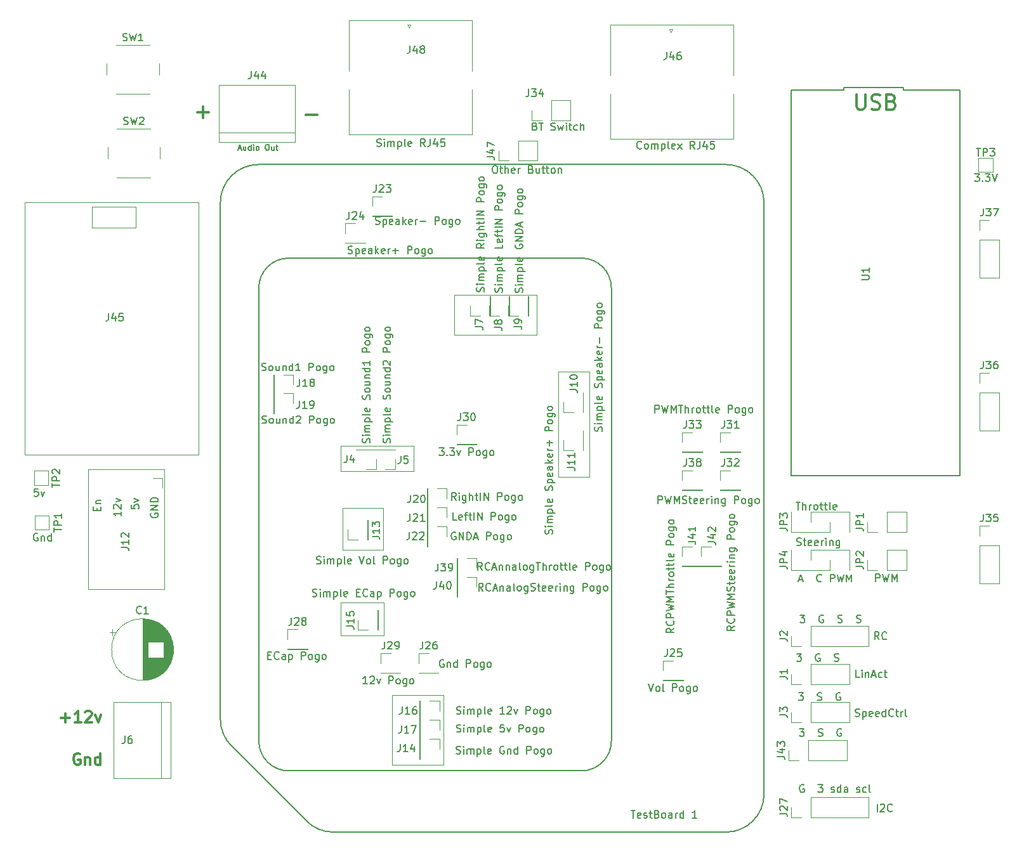
<source format=gbr>
G04 #@! TF.GenerationSoftware,KiCad,Pcbnew,(5.1.6)-1*
G04 #@! TF.CreationDate,2021-01-04T20:33:42-06:00*
G04 #@! TF.ProjectId,TestBoard,54657374-426f-4617-9264-2e6b69636164,rev?*
G04 #@! TF.SameCoordinates,Original*
G04 #@! TF.FileFunction,Legend,Top*
G04 #@! TF.FilePolarity,Positive*
%FSLAX46Y46*%
G04 Gerber Fmt 4.6, Leading zero omitted, Abs format (unit mm)*
G04 Created by KiCad (PCBNEW (5.1.6)-1) date 2021-01-04 20:33:42*
%MOMM*%
%LPD*%
G01*
G04 APERTURE LIST*
%ADD10C,0.120000*%
%ADD11C,0.150000*%
%ADD12C,0.300000*%
%ADD13C,0.350000*%
G04 APERTURE END LIST*
D10*
X153640000Y-110880000D02*
X153640000Y-96870000D01*
X157780000Y-110880000D02*
X153640000Y-110880000D01*
X157780000Y-96870000D02*
X157780000Y-110880000D01*
X153640000Y-96870000D02*
X157780000Y-96870000D01*
X138380000Y-139990000D02*
X131500000Y-139990000D01*
X138380000Y-149330000D02*
X138380000Y-139990000D01*
X131500000Y-149330000D02*
X138380000Y-149330000D01*
X131500000Y-139990000D02*
X131500000Y-149330000D01*
X124630000Y-132020000D02*
X124630000Y-127690000D01*
X130380000Y-132020000D02*
X124630000Y-132020000D01*
X130380000Y-127690000D02*
X130380000Y-132020000D01*
X124630000Y-127690000D02*
X130380000Y-127690000D01*
X124870000Y-120600000D02*
X124870000Y-115030000D01*
X130280000Y-120600000D02*
X124870000Y-120600000D01*
X130280000Y-115030000D02*
X130280000Y-120600000D01*
X124870000Y-115030000D02*
X130280000Y-115030000D01*
X124620000Y-110090000D02*
X124620000Y-106720000D01*
X134340000Y-110090000D02*
X124620000Y-110090000D01*
X134340000Y-106720000D02*
X134340000Y-110090000D01*
X124620000Y-106720000D02*
X134340000Y-106720000D01*
X150820000Y-86600000D02*
X139760000Y-86600000D01*
X150820000Y-91910000D02*
X150820000Y-86600000D01*
X139760000Y-91910000D02*
X150820000Y-91910000D01*
X139760000Y-86600000D02*
X139760000Y-91910000D01*
D11*
X113654000Y-69184000D02*
X176044000Y-69184000D01*
X181124000Y-153225000D02*
X181124000Y-74264000D01*
X110061398Y-146817102D02*
G75*
G02*
X108573500Y-143225000I3592102J3592102D01*
G01*
X181124000Y-153225500D02*
G75*
G02*
X176043500Y-158305000I-5080000J500D01*
G01*
X108574000Y-74264000D02*
X108573500Y-143225000D01*
X123653500Y-158305000D02*
X176043500Y-158305000D01*
X176044000Y-69184000D02*
G75*
G02*
X181124000Y-74264000I0J-5080000D01*
G01*
X120061398Y-156817102D02*
G75*
G03*
X123653500Y-158305000I3592102J3592102D01*
G01*
X108574000Y-74264000D02*
G75*
G02*
X113654000Y-69184000I5080000J0D01*
G01*
X110061398Y-146817102D02*
X120061398Y-156817102D01*
X117700000Y-150123000D02*
X156752500Y-150123000D01*
X117700000Y-150123000D02*
G75*
G02*
X113699500Y-146122500I0J4000500D01*
G01*
X113699500Y-85670500D02*
X113699500Y-146122500D01*
X156752500Y-81670000D02*
G75*
G02*
X160753000Y-85670500I0J-4000500D01*
G01*
X160753000Y-146122500D02*
X160753000Y-85670500D01*
X156752500Y-81670000D02*
X117700000Y-81670000D01*
X160753000Y-146122500D02*
G75*
G02*
X156752500Y-150123000I-4000500J0D01*
G01*
X113699500Y-85670500D02*
G75*
G02*
X117700000Y-81670000I4000500J0D01*
G01*
D12*
X193476190Y-59834761D02*
X193476190Y-61453809D01*
X193571428Y-61644285D01*
X193666666Y-61739523D01*
X193857142Y-61834761D01*
X194238095Y-61834761D01*
X194428571Y-61739523D01*
X194523809Y-61644285D01*
X194619047Y-61453809D01*
X194619047Y-59834761D01*
X195476190Y-61739523D02*
X195761904Y-61834761D01*
X196238095Y-61834761D01*
X196428571Y-61739523D01*
X196523809Y-61644285D01*
X196619047Y-61453809D01*
X196619047Y-61263333D01*
X196523809Y-61072857D01*
X196428571Y-60977619D01*
X196238095Y-60882380D01*
X195857142Y-60787142D01*
X195666666Y-60691904D01*
X195571428Y-60596666D01*
X195476190Y-60406190D01*
X195476190Y-60215714D01*
X195571428Y-60025238D01*
X195666666Y-59930000D01*
X195857142Y-59834761D01*
X196333333Y-59834761D01*
X196619047Y-59930000D01*
X198142857Y-60787142D02*
X198428571Y-60882380D01*
X198523809Y-60977619D01*
X198619047Y-61168095D01*
X198619047Y-61453809D01*
X198523809Y-61644285D01*
X198428571Y-61739523D01*
X198238095Y-61834761D01*
X197476190Y-61834761D01*
X197476190Y-59834761D01*
X198142857Y-59834761D01*
X198333333Y-59930000D01*
X198428571Y-60025238D01*
X198523809Y-60215714D01*
X198523809Y-60406190D01*
X198428571Y-60596666D01*
X198333333Y-60691904D01*
X198142857Y-60787142D01*
X197476190Y-60787142D01*
D11*
X185487976Y-120004761D02*
X185630833Y-120052380D01*
X185868928Y-120052380D01*
X185964166Y-120004761D01*
X186011785Y-119957142D01*
X186059404Y-119861904D01*
X186059404Y-119766666D01*
X186011785Y-119671428D01*
X185964166Y-119623809D01*
X185868928Y-119576190D01*
X185678452Y-119528571D01*
X185583214Y-119480952D01*
X185535595Y-119433333D01*
X185487976Y-119338095D01*
X185487976Y-119242857D01*
X185535595Y-119147619D01*
X185583214Y-119100000D01*
X185678452Y-119052380D01*
X185916547Y-119052380D01*
X186059404Y-119100000D01*
X186345119Y-119385714D02*
X186726071Y-119385714D01*
X186487976Y-119052380D02*
X186487976Y-119909523D01*
X186535595Y-120004761D01*
X186630833Y-120052380D01*
X186726071Y-120052380D01*
X187440357Y-120004761D02*
X187345119Y-120052380D01*
X187154642Y-120052380D01*
X187059404Y-120004761D01*
X187011785Y-119909523D01*
X187011785Y-119528571D01*
X187059404Y-119433333D01*
X187154642Y-119385714D01*
X187345119Y-119385714D01*
X187440357Y-119433333D01*
X187487976Y-119528571D01*
X187487976Y-119623809D01*
X187011785Y-119719047D01*
X188297500Y-120004761D02*
X188202261Y-120052380D01*
X188011785Y-120052380D01*
X187916547Y-120004761D01*
X187868928Y-119909523D01*
X187868928Y-119528571D01*
X187916547Y-119433333D01*
X188011785Y-119385714D01*
X188202261Y-119385714D01*
X188297500Y-119433333D01*
X188345119Y-119528571D01*
X188345119Y-119623809D01*
X187868928Y-119719047D01*
X188773690Y-120052380D02*
X188773690Y-119385714D01*
X188773690Y-119576190D02*
X188821309Y-119480952D01*
X188868928Y-119433333D01*
X188964166Y-119385714D01*
X189059404Y-119385714D01*
X189392738Y-120052380D02*
X189392738Y-119385714D01*
X189392738Y-119052380D02*
X189345119Y-119100000D01*
X189392738Y-119147619D01*
X189440357Y-119100000D01*
X189392738Y-119052380D01*
X189392738Y-119147619D01*
X189868928Y-119385714D02*
X189868928Y-120052380D01*
X189868928Y-119480952D02*
X189916547Y-119433333D01*
X190011785Y-119385714D01*
X190154642Y-119385714D01*
X190249880Y-119433333D01*
X190297500Y-119528571D01*
X190297500Y-120052380D01*
X191202261Y-119385714D02*
X191202261Y-120195238D01*
X191154642Y-120290476D01*
X191107023Y-120338095D01*
X191011785Y-120385714D01*
X190868928Y-120385714D01*
X190773690Y-120338095D01*
X191202261Y-120004761D02*
X191107023Y-120052380D01*
X190916547Y-120052380D01*
X190821309Y-120004761D01*
X190773690Y-119957142D01*
X190726071Y-119861904D01*
X190726071Y-119576190D01*
X190773690Y-119480952D01*
X190821309Y-119433333D01*
X190916547Y-119385714D01*
X191107023Y-119385714D01*
X191202261Y-119433333D01*
X185392738Y-114252380D02*
X185964166Y-114252380D01*
X185678452Y-115252380D02*
X185678452Y-114252380D01*
X186297500Y-115252380D02*
X186297500Y-114252380D01*
X186726071Y-115252380D02*
X186726071Y-114728571D01*
X186678452Y-114633333D01*
X186583214Y-114585714D01*
X186440357Y-114585714D01*
X186345119Y-114633333D01*
X186297500Y-114680952D01*
X187202261Y-115252380D02*
X187202261Y-114585714D01*
X187202261Y-114776190D02*
X187249880Y-114680952D01*
X187297500Y-114633333D01*
X187392738Y-114585714D01*
X187487976Y-114585714D01*
X187964166Y-115252380D02*
X187868928Y-115204761D01*
X187821309Y-115157142D01*
X187773690Y-115061904D01*
X187773690Y-114776190D01*
X187821309Y-114680952D01*
X187868928Y-114633333D01*
X187964166Y-114585714D01*
X188107023Y-114585714D01*
X188202261Y-114633333D01*
X188249880Y-114680952D01*
X188297500Y-114776190D01*
X188297500Y-115061904D01*
X188249880Y-115157142D01*
X188202261Y-115204761D01*
X188107023Y-115252380D01*
X187964166Y-115252380D01*
X188583214Y-114585714D02*
X188964166Y-114585714D01*
X188726071Y-114252380D02*
X188726071Y-115109523D01*
X188773690Y-115204761D01*
X188868928Y-115252380D01*
X188964166Y-115252380D01*
X189154642Y-114585714D02*
X189535595Y-114585714D01*
X189297500Y-114252380D02*
X189297500Y-115109523D01*
X189345119Y-115204761D01*
X189440357Y-115252380D01*
X189535595Y-115252380D01*
X190011785Y-115252380D02*
X189916547Y-115204761D01*
X189868928Y-115109523D01*
X189868928Y-114252380D01*
X190773690Y-115204761D02*
X190678452Y-115252380D01*
X190487976Y-115252380D01*
X190392738Y-115204761D01*
X190345119Y-115109523D01*
X190345119Y-114728571D01*
X190392738Y-114633333D01*
X190487976Y-114585714D01*
X190678452Y-114585714D01*
X190773690Y-114633333D01*
X190821309Y-114728571D01*
X190821309Y-114823809D01*
X190345119Y-114919047D01*
X196035595Y-124852380D02*
X196035595Y-123852380D01*
X196416547Y-123852380D01*
X196511785Y-123900000D01*
X196559404Y-123947619D01*
X196607023Y-124042857D01*
X196607023Y-124185714D01*
X196559404Y-124280952D01*
X196511785Y-124328571D01*
X196416547Y-124376190D01*
X196035595Y-124376190D01*
X196940357Y-123852380D02*
X197178452Y-124852380D01*
X197368928Y-124138095D01*
X197559404Y-124852380D01*
X197797500Y-123852380D01*
X198178452Y-124852380D02*
X198178452Y-123852380D01*
X198511785Y-124566666D01*
X198845119Y-123852380D01*
X198845119Y-124852380D01*
X185787976Y-124606666D02*
X186264166Y-124606666D01*
X185692738Y-124892380D02*
X186026071Y-123892380D01*
X186359404Y-124892380D01*
X188787976Y-124797142D02*
X188740357Y-124844761D01*
X188597500Y-124892380D01*
X188502261Y-124892380D01*
X188359404Y-124844761D01*
X188264166Y-124749523D01*
X188216547Y-124654285D01*
X188168928Y-124463809D01*
X188168928Y-124320952D01*
X188216547Y-124130476D01*
X188264166Y-124035238D01*
X188359404Y-123940000D01*
X188502261Y-123892380D01*
X188597500Y-123892380D01*
X188740357Y-123940000D01*
X188787976Y-123987619D01*
X189978452Y-124892380D02*
X189978452Y-123892380D01*
X190359404Y-123892380D01*
X190454642Y-123940000D01*
X190502261Y-123987619D01*
X190549880Y-124082857D01*
X190549880Y-124225714D01*
X190502261Y-124320952D01*
X190454642Y-124368571D01*
X190359404Y-124416190D01*
X189978452Y-124416190D01*
X190883214Y-123892380D02*
X191121309Y-124892380D01*
X191311785Y-124178095D01*
X191502261Y-124892380D01*
X191740357Y-123892380D01*
X192121309Y-124892380D02*
X192121309Y-123892380D01*
X192454642Y-124606666D01*
X192787976Y-123892380D01*
X192787976Y-124892380D01*
X185940357Y-129332380D02*
X186559404Y-129332380D01*
X186226071Y-129713333D01*
X186368928Y-129713333D01*
X186464166Y-129760952D01*
X186511785Y-129808571D01*
X186559404Y-129903809D01*
X186559404Y-130141904D01*
X186511785Y-130237142D01*
X186464166Y-130284761D01*
X186368928Y-130332380D01*
X186083214Y-130332380D01*
X185987976Y-130284761D01*
X185940357Y-130237142D01*
X189035595Y-129380000D02*
X188940357Y-129332380D01*
X188797500Y-129332380D01*
X188654642Y-129380000D01*
X188559404Y-129475238D01*
X188511785Y-129570476D01*
X188464166Y-129760952D01*
X188464166Y-129903809D01*
X188511785Y-130094285D01*
X188559404Y-130189523D01*
X188654642Y-130284761D01*
X188797500Y-130332380D01*
X188892738Y-130332380D01*
X189035595Y-130284761D01*
X189083214Y-130237142D01*
X189083214Y-129903809D01*
X188892738Y-129903809D01*
X190987976Y-130284761D02*
X191130833Y-130332380D01*
X191368928Y-130332380D01*
X191464166Y-130284761D01*
X191511785Y-130237142D01*
X191559404Y-130141904D01*
X191559404Y-130046666D01*
X191511785Y-129951428D01*
X191464166Y-129903809D01*
X191368928Y-129856190D01*
X191178452Y-129808571D01*
X191083214Y-129760952D01*
X191035595Y-129713333D01*
X190987976Y-129618095D01*
X190987976Y-129522857D01*
X191035595Y-129427619D01*
X191083214Y-129380000D01*
X191178452Y-129332380D01*
X191416547Y-129332380D01*
X191559404Y-129380000D01*
X193464166Y-130284761D02*
X193607023Y-130332380D01*
X193845119Y-130332380D01*
X193940357Y-130284761D01*
X193987976Y-130237142D01*
X194035595Y-130141904D01*
X194035595Y-130046666D01*
X193987976Y-129951428D01*
X193940357Y-129903809D01*
X193845119Y-129856190D01*
X193654642Y-129808571D01*
X193559404Y-129760952D01*
X193511785Y-129713333D01*
X193464166Y-129618095D01*
X193464166Y-129522857D01*
X193511785Y-129427619D01*
X193559404Y-129380000D01*
X193654642Y-129332380D01*
X193892738Y-129332380D01*
X194035595Y-129380000D01*
X185467357Y-134498380D02*
X186086404Y-134498380D01*
X185753071Y-134879333D01*
X185895928Y-134879333D01*
X185991166Y-134926952D01*
X186038785Y-134974571D01*
X186086404Y-135069809D01*
X186086404Y-135307904D01*
X186038785Y-135403142D01*
X185991166Y-135450761D01*
X185895928Y-135498380D01*
X185610214Y-135498380D01*
X185514976Y-135450761D01*
X185467357Y-135403142D01*
X188562595Y-134546000D02*
X188467357Y-134498380D01*
X188324500Y-134498380D01*
X188181642Y-134546000D01*
X188086404Y-134641238D01*
X188038785Y-134736476D01*
X187991166Y-134926952D01*
X187991166Y-135069809D01*
X188038785Y-135260285D01*
X188086404Y-135355523D01*
X188181642Y-135450761D01*
X188324500Y-135498380D01*
X188419738Y-135498380D01*
X188562595Y-135450761D01*
X188610214Y-135403142D01*
X188610214Y-135069809D01*
X188419738Y-135069809D01*
X190514976Y-135450761D02*
X190657833Y-135498380D01*
X190895928Y-135498380D01*
X190991166Y-135450761D01*
X191038785Y-135403142D01*
X191086404Y-135307904D01*
X191086404Y-135212666D01*
X191038785Y-135117428D01*
X190991166Y-135069809D01*
X190895928Y-135022190D01*
X190705452Y-134974571D01*
X190610214Y-134926952D01*
X190562595Y-134879333D01*
X190514976Y-134784095D01*
X190514976Y-134688857D01*
X190562595Y-134593619D01*
X190610214Y-134546000D01*
X190705452Y-134498380D01*
X190943547Y-134498380D01*
X191086404Y-134546000D01*
X185721357Y-139705380D02*
X186340404Y-139705380D01*
X186007071Y-140086333D01*
X186149928Y-140086333D01*
X186245166Y-140133952D01*
X186292785Y-140181571D01*
X186340404Y-140276809D01*
X186340404Y-140514904D01*
X186292785Y-140610142D01*
X186245166Y-140657761D01*
X186149928Y-140705380D01*
X185864214Y-140705380D01*
X185768976Y-140657761D01*
X185721357Y-140610142D01*
X188245166Y-140657761D02*
X188388023Y-140705380D01*
X188626119Y-140705380D01*
X188721357Y-140657761D01*
X188768976Y-140610142D01*
X188816595Y-140514904D01*
X188816595Y-140419666D01*
X188768976Y-140324428D01*
X188721357Y-140276809D01*
X188626119Y-140229190D01*
X188435642Y-140181571D01*
X188340404Y-140133952D01*
X188292785Y-140086333D01*
X188245166Y-139991095D01*
X188245166Y-139895857D01*
X188292785Y-139800619D01*
X188340404Y-139753000D01*
X188435642Y-139705380D01*
X188673738Y-139705380D01*
X188816595Y-139753000D01*
X191292785Y-139753000D02*
X191197547Y-139705380D01*
X191054690Y-139705380D01*
X190911833Y-139753000D01*
X190816595Y-139848238D01*
X190768976Y-139943476D01*
X190721357Y-140133952D01*
X190721357Y-140276809D01*
X190768976Y-140467285D01*
X190816595Y-140562523D01*
X190911833Y-140657761D01*
X191054690Y-140705380D01*
X191149928Y-140705380D01*
X191292785Y-140657761D01*
X191340404Y-140610142D01*
X191340404Y-140276809D01*
X191149928Y-140276809D01*
X185840357Y-144502380D02*
X186459404Y-144502380D01*
X186126071Y-144883333D01*
X186268928Y-144883333D01*
X186364166Y-144930952D01*
X186411785Y-144978571D01*
X186459404Y-145073809D01*
X186459404Y-145311904D01*
X186411785Y-145407142D01*
X186364166Y-145454761D01*
X186268928Y-145502380D01*
X185983214Y-145502380D01*
X185887976Y-145454761D01*
X185840357Y-145407142D01*
X188364166Y-145454761D02*
X188507023Y-145502380D01*
X188745119Y-145502380D01*
X188840357Y-145454761D01*
X188887976Y-145407142D01*
X188935595Y-145311904D01*
X188935595Y-145216666D01*
X188887976Y-145121428D01*
X188840357Y-145073809D01*
X188745119Y-145026190D01*
X188554642Y-144978571D01*
X188459404Y-144930952D01*
X188411785Y-144883333D01*
X188364166Y-144788095D01*
X188364166Y-144692857D01*
X188411785Y-144597619D01*
X188459404Y-144550000D01*
X188554642Y-144502380D01*
X188792738Y-144502380D01*
X188935595Y-144550000D01*
X191411785Y-144550000D02*
X191316547Y-144502380D01*
X191173690Y-144502380D01*
X191030833Y-144550000D01*
X190935595Y-144645238D01*
X190887976Y-144740476D01*
X190840357Y-144930952D01*
X190840357Y-145073809D01*
X190887976Y-145264285D01*
X190935595Y-145359523D01*
X191030833Y-145454761D01*
X191173690Y-145502380D01*
X191268928Y-145502380D01*
X191411785Y-145454761D01*
X191459404Y-145407142D01*
X191459404Y-145073809D01*
X191268928Y-145073809D01*
X186434404Y-152025000D02*
X186339166Y-151977380D01*
X186196309Y-151977380D01*
X186053452Y-152025000D01*
X185958214Y-152120238D01*
X185910595Y-152215476D01*
X185862976Y-152405952D01*
X185862976Y-152548809D01*
X185910595Y-152739285D01*
X185958214Y-152834523D01*
X186053452Y-152929761D01*
X186196309Y-152977380D01*
X186291547Y-152977380D01*
X186434404Y-152929761D01*
X186482023Y-152882142D01*
X186482023Y-152548809D01*
X186291547Y-152548809D01*
X188339166Y-151977380D02*
X188958214Y-151977380D01*
X188624880Y-152358333D01*
X188767738Y-152358333D01*
X188862976Y-152405952D01*
X188910595Y-152453571D01*
X188958214Y-152548809D01*
X188958214Y-152786904D01*
X188910595Y-152882142D01*
X188862976Y-152929761D01*
X188767738Y-152977380D01*
X188482023Y-152977380D01*
X188386785Y-152929761D01*
X188339166Y-152882142D01*
X190101071Y-152929761D02*
X190196309Y-152977380D01*
X190386785Y-152977380D01*
X190482023Y-152929761D01*
X190529642Y-152834523D01*
X190529642Y-152786904D01*
X190482023Y-152691666D01*
X190386785Y-152644047D01*
X190243928Y-152644047D01*
X190148690Y-152596428D01*
X190101071Y-152501190D01*
X190101071Y-152453571D01*
X190148690Y-152358333D01*
X190243928Y-152310714D01*
X190386785Y-152310714D01*
X190482023Y-152358333D01*
X191386785Y-152977380D02*
X191386785Y-151977380D01*
X191386785Y-152929761D02*
X191291547Y-152977380D01*
X191101071Y-152977380D01*
X191005833Y-152929761D01*
X190958214Y-152882142D01*
X190910595Y-152786904D01*
X190910595Y-152501190D01*
X190958214Y-152405952D01*
X191005833Y-152358333D01*
X191101071Y-152310714D01*
X191291547Y-152310714D01*
X191386785Y-152358333D01*
X192291547Y-152977380D02*
X192291547Y-152453571D01*
X192243928Y-152358333D01*
X192148690Y-152310714D01*
X191958214Y-152310714D01*
X191862976Y-152358333D01*
X192291547Y-152929761D02*
X192196309Y-152977380D01*
X191958214Y-152977380D01*
X191862976Y-152929761D01*
X191815357Y-152834523D01*
X191815357Y-152739285D01*
X191862976Y-152644047D01*
X191958214Y-152596428D01*
X192196309Y-152596428D01*
X192291547Y-152548809D01*
X193482023Y-152929761D02*
X193577261Y-152977380D01*
X193767738Y-152977380D01*
X193862976Y-152929761D01*
X193910595Y-152834523D01*
X193910595Y-152786904D01*
X193862976Y-152691666D01*
X193767738Y-152644047D01*
X193624880Y-152644047D01*
X193529642Y-152596428D01*
X193482023Y-152501190D01*
X193482023Y-152453571D01*
X193529642Y-152358333D01*
X193624880Y-152310714D01*
X193767738Y-152310714D01*
X193862976Y-152358333D01*
X194767738Y-152929761D02*
X194672500Y-152977380D01*
X194482023Y-152977380D01*
X194386785Y-152929761D01*
X194339166Y-152882142D01*
X194291547Y-152786904D01*
X194291547Y-152501190D01*
X194339166Y-152405952D01*
X194386785Y-152358333D01*
X194482023Y-152310714D01*
X194672500Y-152310714D01*
X194767738Y-152358333D01*
X195339166Y-152977380D02*
X195243928Y-152929761D01*
X195196309Y-152834523D01*
X195196309Y-151977380D01*
X110972857Y-67035000D02*
X111330000Y-67035000D01*
X110901428Y-67249285D02*
X111151428Y-66499285D01*
X111401428Y-67249285D01*
X111972857Y-66749285D02*
X111972857Y-67249285D01*
X111651428Y-66749285D02*
X111651428Y-67142142D01*
X111687142Y-67213571D01*
X111758571Y-67249285D01*
X111865714Y-67249285D01*
X111937142Y-67213571D01*
X111972857Y-67177857D01*
X112651428Y-67249285D02*
X112651428Y-66499285D01*
X112651428Y-67213571D02*
X112580000Y-67249285D01*
X112437142Y-67249285D01*
X112365714Y-67213571D01*
X112330000Y-67177857D01*
X112294285Y-67106428D01*
X112294285Y-66892142D01*
X112330000Y-66820714D01*
X112365714Y-66785000D01*
X112437142Y-66749285D01*
X112580000Y-66749285D01*
X112651428Y-66785000D01*
X113008571Y-67249285D02*
X113008571Y-66749285D01*
X113008571Y-66499285D02*
X112972857Y-66535000D01*
X113008571Y-66570714D01*
X113044285Y-66535000D01*
X113008571Y-66499285D01*
X113008571Y-66570714D01*
X113472857Y-67249285D02*
X113401428Y-67213571D01*
X113365714Y-67177857D01*
X113330000Y-67106428D01*
X113330000Y-66892142D01*
X113365714Y-66820714D01*
X113401428Y-66785000D01*
X113472857Y-66749285D01*
X113580000Y-66749285D01*
X113651428Y-66785000D01*
X113687142Y-66820714D01*
X113722857Y-66892142D01*
X113722857Y-67106428D01*
X113687142Y-67177857D01*
X113651428Y-67213571D01*
X113580000Y-67249285D01*
X113472857Y-67249285D01*
X114758571Y-66499285D02*
X114901428Y-66499285D01*
X114972857Y-66535000D01*
X115044285Y-66606428D01*
X115080000Y-66749285D01*
X115080000Y-66999285D01*
X115044285Y-67142142D01*
X114972857Y-67213571D01*
X114901428Y-67249285D01*
X114758571Y-67249285D01*
X114687142Y-67213571D01*
X114615714Y-67142142D01*
X114580000Y-66999285D01*
X114580000Y-66749285D01*
X114615714Y-66606428D01*
X114687142Y-66535000D01*
X114758571Y-66499285D01*
X115722857Y-66749285D02*
X115722857Y-67249285D01*
X115401428Y-66749285D02*
X115401428Y-67142142D01*
X115437142Y-67213571D01*
X115508571Y-67249285D01*
X115615714Y-67249285D01*
X115687142Y-67213571D01*
X115722857Y-67177857D01*
X115972857Y-66749285D02*
X116258571Y-66749285D01*
X116080000Y-66499285D02*
X116080000Y-67142142D01*
X116115714Y-67213571D01*
X116187142Y-67249285D01*
X116258571Y-67249285D01*
D13*
X120008095Y-62512857D02*
X121531904Y-62512857D01*
X105538095Y-62222857D02*
X107061904Y-62222857D01*
X106300000Y-62984761D02*
X106300000Y-61460952D01*
D12*
X87328571Y-143047142D02*
X88471428Y-143047142D01*
X87900000Y-143618571D02*
X87900000Y-142475714D01*
X89971428Y-143618571D02*
X89114285Y-143618571D01*
X89542857Y-143618571D02*
X89542857Y-142118571D01*
X89400000Y-142332857D01*
X89257142Y-142475714D01*
X89114285Y-142547142D01*
X90542857Y-142261428D02*
X90614285Y-142190000D01*
X90757142Y-142118571D01*
X91114285Y-142118571D01*
X91257142Y-142190000D01*
X91328571Y-142261428D01*
X91400000Y-142404285D01*
X91400000Y-142547142D01*
X91328571Y-142761428D01*
X90471428Y-143618571D01*
X91400000Y-143618571D01*
X91900000Y-142618571D02*
X92257142Y-143618571D01*
X92614285Y-142618571D01*
X89825714Y-147860000D02*
X89682857Y-147788571D01*
X89468571Y-147788571D01*
X89254285Y-147860000D01*
X89111428Y-148002857D01*
X89040000Y-148145714D01*
X88968571Y-148431428D01*
X88968571Y-148645714D01*
X89040000Y-148931428D01*
X89111428Y-149074285D01*
X89254285Y-149217142D01*
X89468571Y-149288571D01*
X89611428Y-149288571D01*
X89825714Y-149217142D01*
X89897142Y-149145714D01*
X89897142Y-148645714D01*
X89611428Y-148645714D01*
X90540000Y-148288571D02*
X90540000Y-149288571D01*
X90540000Y-148431428D02*
X90611428Y-148360000D01*
X90754285Y-148288571D01*
X90968571Y-148288571D01*
X91111428Y-148360000D01*
X91182857Y-148502857D01*
X91182857Y-149288571D01*
X92540000Y-149288571D02*
X92540000Y-147788571D01*
X92540000Y-149217142D02*
X92397142Y-149288571D01*
X92111428Y-149288571D01*
X91968571Y-149217142D01*
X91897142Y-149145714D01*
X91825714Y-149002857D01*
X91825714Y-148574285D01*
X91897142Y-148431428D01*
X91968571Y-148360000D01*
X92111428Y-148288571D01*
X92397142Y-148288571D01*
X92540000Y-148360000D01*
D11*
X163371428Y-155412380D02*
X163942857Y-155412380D01*
X163657142Y-156412380D02*
X163657142Y-155412380D01*
X164657142Y-156364761D02*
X164561904Y-156412380D01*
X164371428Y-156412380D01*
X164276190Y-156364761D01*
X164228571Y-156269523D01*
X164228571Y-155888571D01*
X164276190Y-155793333D01*
X164371428Y-155745714D01*
X164561904Y-155745714D01*
X164657142Y-155793333D01*
X164704761Y-155888571D01*
X164704761Y-155983809D01*
X164228571Y-156079047D01*
X165085714Y-156364761D02*
X165180952Y-156412380D01*
X165371428Y-156412380D01*
X165466666Y-156364761D01*
X165514285Y-156269523D01*
X165514285Y-156221904D01*
X165466666Y-156126666D01*
X165371428Y-156079047D01*
X165228571Y-156079047D01*
X165133333Y-156031428D01*
X165085714Y-155936190D01*
X165085714Y-155888571D01*
X165133333Y-155793333D01*
X165228571Y-155745714D01*
X165371428Y-155745714D01*
X165466666Y-155793333D01*
X165800000Y-155745714D02*
X166180952Y-155745714D01*
X165942857Y-155412380D02*
X165942857Y-156269523D01*
X165990476Y-156364761D01*
X166085714Y-156412380D01*
X166180952Y-156412380D01*
X166847619Y-155888571D02*
X166990476Y-155936190D01*
X167038095Y-155983809D01*
X167085714Y-156079047D01*
X167085714Y-156221904D01*
X167038095Y-156317142D01*
X166990476Y-156364761D01*
X166895238Y-156412380D01*
X166514285Y-156412380D01*
X166514285Y-155412380D01*
X166847619Y-155412380D01*
X166942857Y-155460000D01*
X166990476Y-155507619D01*
X167038095Y-155602857D01*
X167038095Y-155698095D01*
X166990476Y-155793333D01*
X166942857Y-155840952D01*
X166847619Y-155888571D01*
X166514285Y-155888571D01*
X167657142Y-156412380D02*
X167561904Y-156364761D01*
X167514285Y-156317142D01*
X167466666Y-156221904D01*
X167466666Y-155936190D01*
X167514285Y-155840952D01*
X167561904Y-155793333D01*
X167657142Y-155745714D01*
X167800000Y-155745714D01*
X167895238Y-155793333D01*
X167942857Y-155840952D01*
X167990476Y-155936190D01*
X167990476Y-156221904D01*
X167942857Y-156317142D01*
X167895238Y-156364761D01*
X167800000Y-156412380D01*
X167657142Y-156412380D01*
X168847619Y-156412380D02*
X168847619Y-155888571D01*
X168800000Y-155793333D01*
X168704761Y-155745714D01*
X168514285Y-155745714D01*
X168419047Y-155793333D01*
X168847619Y-156364761D02*
X168752380Y-156412380D01*
X168514285Y-156412380D01*
X168419047Y-156364761D01*
X168371428Y-156269523D01*
X168371428Y-156174285D01*
X168419047Y-156079047D01*
X168514285Y-156031428D01*
X168752380Y-156031428D01*
X168847619Y-155983809D01*
X169323809Y-156412380D02*
X169323809Y-155745714D01*
X169323809Y-155936190D02*
X169371428Y-155840952D01*
X169419047Y-155793333D01*
X169514285Y-155745714D01*
X169609523Y-155745714D01*
X170371428Y-156412380D02*
X170371428Y-155412380D01*
X170371428Y-156364761D02*
X170276190Y-156412380D01*
X170085714Y-156412380D01*
X169990476Y-156364761D01*
X169942857Y-156317142D01*
X169895238Y-156221904D01*
X169895238Y-155936190D01*
X169942857Y-155840952D01*
X169990476Y-155793333D01*
X170085714Y-155745714D01*
X170276190Y-155745714D01*
X170371428Y-155793333D01*
X172133333Y-156412380D02*
X171561904Y-156412380D01*
X171847619Y-156412380D02*
X171847619Y-155412380D01*
X171752380Y-155555238D01*
X171657142Y-155650476D01*
X171561904Y-155698095D01*
D10*
X131880000Y-109880000D02*
X130550000Y-109880000D01*
X131880000Y-108550000D02*
X131880000Y-109880000D01*
X131880000Y-107280000D02*
X129220000Y-107280000D01*
X129220000Y-107280000D02*
X129220000Y-107220000D01*
X131880000Y-107280000D02*
X131880000Y-107220000D01*
X131880000Y-107220000D02*
X129220000Y-107220000D01*
X118300000Y-99740000D02*
X118300000Y-101070000D01*
X116970000Y-99740000D02*
X118300000Y-99740000D01*
X115700000Y-99740000D02*
X115700000Y-102400000D01*
X115700000Y-102400000D02*
X115640000Y-102400000D01*
X115700000Y-99740000D02*
X115640000Y-99740000D01*
X115640000Y-99740000D02*
X115640000Y-102400000D01*
X137810000Y-143330000D02*
X137810000Y-144660000D01*
X136480000Y-143330000D02*
X137810000Y-143330000D01*
X135210000Y-143330000D02*
X135210000Y-145990000D01*
X135210000Y-145990000D02*
X135150000Y-145990000D01*
X135210000Y-143330000D02*
X135150000Y-143330000D01*
X135150000Y-143330000D02*
X135150000Y-145990000D01*
X125240000Y-77020000D02*
X126570000Y-77020000D01*
X125240000Y-78350000D02*
X125240000Y-77020000D01*
X125240000Y-79620000D02*
X127900000Y-79620000D01*
X127900000Y-79620000D02*
X127900000Y-79680000D01*
X125240000Y-79620000D02*
X125240000Y-79680000D01*
X125240000Y-79680000D02*
X127900000Y-79680000D01*
X142767940Y-124238940D02*
X142767940Y-125568940D01*
X141437940Y-124238940D02*
X142767940Y-124238940D01*
X140167940Y-124238940D02*
X140167940Y-126898940D01*
X140167940Y-126898940D02*
X140107940Y-126898940D01*
X140167940Y-124238940D02*
X140107940Y-124238940D01*
X140107940Y-124238940D02*
X140107940Y-126898940D01*
X172760000Y-120160000D02*
X174090000Y-120160000D01*
X172760000Y-121490000D02*
X172760000Y-120160000D01*
X172760000Y-122760000D02*
X175420000Y-122760000D01*
X175420000Y-122760000D02*
X175420000Y-122820000D01*
X172760000Y-122760000D02*
X172760000Y-122820000D01*
X172760000Y-122820000D02*
X175420000Y-122820000D01*
X138800000Y-114980000D02*
X138800000Y-116310000D01*
X137470000Y-114980000D02*
X138800000Y-114980000D01*
X136200000Y-114980000D02*
X136200000Y-117640000D01*
X136200000Y-117640000D02*
X136140000Y-117640000D01*
X136200000Y-114980000D02*
X136140000Y-114980000D01*
X136140000Y-114980000D02*
X136140000Y-117640000D01*
X144460000Y-89380000D02*
X144460000Y-88050000D01*
X145790000Y-89380000D02*
X144460000Y-89380000D01*
X147060000Y-89380000D02*
X147060000Y-86720000D01*
X147060000Y-86720000D02*
X147120000Y-86720000D01*
X147060000Y-89380000D02*
X147120000Y-89380000D01*
X147120000Y-89380000D02*
X147120000Y-86720000D01*
X138800000Y-112440000D02*
X138800000Y-113770000D01*
X137470000Y-112440000D02*
X138800000Y-112440000D01*
X136200000Y-112440000D02*
X136200000Y-115100000D01*
X136200000Y-115100000D02*
X136140000Y-115100000D01*
X136200000Y-112440000D02*
X136140000Y-112440000D01*
X136140000Y-112440000D02*
X136140000Y-115100000D01*
X170220000Y-120160000D02*
X171550000Y-120160000D01*
X170220000Y-121490000D02*
X170220000Y-120160000D01*
X170220000Y-122760000D02*
X172880000Y-122760000D01*
X172880000Y-122760000D02*
X172880000Y-122820000D01*
X170220000Y-122760000D02*
X170220000Y-122820000D01*
X170220000Y-122820000D02*
X172880000Y-122820000D01*
X142767940Y-121698940D02*
X142767940Y-123028940D01*
X141437940Y-121698940D02*
X142767940Y-121698940D01*
X140167940Y-121698940D02*
X140167940Y-124358940D01*
X140167940Y-124358940D02*
X140107940Y-124358940D01*
X140167940Y-121698940D02*
X140107940Y-121698940D01*
X140107940Y-121698940D02*
X140107940Y-124358940D01*
X170220000Y-110000000D02*
X171550000Y-110000000D01*
X170220000Y-111330000D02*
X170220000Y-110000000D01*
X170220000Y-112600000D02*
X172880000Y-112600000D01*
X172880000Y-112600000D02*
X172880000Y-112660000D01*
X170220000Y-112600000D02*
X170220000Y-112660000D01*
X170220000Y-112660000D02*
X172880000Y-112660000D01*
X170220000Y-104920000D02*
X171550000Y-104920000D01*
X170220000Y-106250000D02*
X170220000Y-104920000D01*
X170220000Y-107520000D02*
X172880000Y-107520000D01*
X172880000Y-107520000D02*
X172880000Y-107580000D01*
X170220000Y-107520000D02*
X170220000Y-107580000D01*
X170220000Y-107580000D02*
X172880000Y-107580000D01*
X175300000Y-110000000D02*
X176630000Y-110000000D01*
X175300000Y-111330000D02*
X175300000Y-110000000D01*
X175300000Y-112600000D02*
X177960000Y-112600000D01*
X177960000Y-112600000D02*
X177960000Y-112660000D01*
X175300000Y-112600000D02*
X175300000Y-112660000D01*
X175300000Y-112660000D02*
X177960000Y-112660000D01*
X175300000Y-104920000D02*
X176630000Y-104920000D01*
X175300000Y-106250000D02*
X175300000Y-104920000D01*
X175300000Y-107520000D02*
X177960000Y-107520000D01*
X177960000Y-107520000D02*
X177960000Y-107580000D01*
X175300000Y-107520000D02*
X175300000Y-107580000D01*
X175300000Y-107580000D02*
X177960000Y-107580000D01*
X140107940Y-103918940D02*
X141437940Y-103918940D01*
X140107940Y-105248940D02*
X140107940Y-103918940D01*
X140107940Y-106518940D02*
X142767940Y-106518940D01*
X142767940Y-106518940D02*
X142767940Y-106578940D01*
X140107940Y-106518940D02*
X140107940Y-106578940D01*
X140107940Y-106578940D02*
X142767940Y-106578940D01*
X129960000Y-134420000D02*
X131290000Y-134420000D01*
X129960000Y-135750000D02*
X129960000Y-134420000D01*
X129960000Y-137020000D02*
X132620000Y-137020000D01*
X132620000Y-137020000D02*
X132620000Y-137080000D01*
X129960000Y-137020000D02*
X129960000Y-137080000D01*
X129960000Y-137080000D02*
X132620000Y-137080000D01*
X117540000Y-133880000D02*
X120200000Y-133880000D01*
X117540000Y-133820000D02*
X117540000Y-133880000D01*
X120200000Y-133820000D02*
X120200000Y-133880000D01*
X117540000Y-133820000D02*
X120200000Y-133820000D01*
X117540000Y-132550000D02*
X117540000Y-131220000D01*
X117540000Y-131220000D02*
X118870000Y-131220000D01*
X135040000Y-137080000D02*
X137700000Y-137080000D01*
X135040000Y-137020000D02*
X135040000Y-137080000D01*
X137700000Y-137020000D02*
X137700000Y-137080000D01*
X135040000Y-137020000D02*
X137700000Y-137020000D01*
X135040000Y-135750000D02*
X135040000Y-134420000D01*
X135040000Y-134420000D02*
X136370000Y-134420000D01*
X167680000Y-135400000D02*
X169010000Y-135400000D01*
X167680000Y-136730000D02*
X167680000Y-135400000D01*
X167680000Y-138000000D02*
X170340000Y-138000000D01*
X170340000Y-138000000D02*
X170340000Y-138060000D01*
X167680000Y-138000000D02*
X167680000Y-138060000D01*
X167680000Y-138060000D02*
X170340000Y-138060000D01*
X128832102Y-73427898D02*
X130162102Y-73427898D01*
X128832102Y-74757898D02*
X128832102Y-73427898D01*
X128832102Y-76027898D02*
X131492102Y-76027898D01*
X131492102Y-76027898D02*
X131492102Y-76087898D01*
X128832102Y-76027898D02*
X128832102Y-76087898D01*
X128832102Y-76087898D02*
X131492102Y-76087898D01*
X138800000Y-117520000D02*
X138800000Y-118850000D01*
X137470000Y-117520000D02*
X138800000Y-117520000D01*
X136200000Y-117520000D02*
X136200000Y-120180000D01*
X136200000Y-120180000D02*
X136140000Y-120180000D01*
X136200000Y-117520000D02*
X136140000Y-117520000D01*
X136140000Y-117520000D02*
X136140000Y-120180000D01*
X118300000Y-97230000D02*
X118300000Y-98560000D01*
X116970000Y-97230000D02*
X118300000Y-97230000D01*
X115700000Y-97230000D02*
X115700000Y-99890000D01*
X115700000Y-99890000D02*
X115640000Y-99890000D01*
X115700000Y-97230000D02*
X115640000Y-97230000D01*
X115640000Y-97230000D02*
X115640000Y-99890000D01*
X137810000Y-140790000D02*
X137810000Y-142120000D01*
X136480000Y-140790000D02*
X137810000Y-140790000D01*
X135210000Y-140790000D02*
X135210000Y-143450000D01*
X135210000Y-143450000D02*
X135150000Y-143450000D01*
X135210000Y-140790000D02*
X135150000Y-140790000D01*
X135150000Y-140790000D02*
X135150000Y-143450000D01*
X126950000Y-131330000D02*
X126950000Y-130000000D01*
X128280000Y-131330000D02*
X126950000Y-131330000D01*
X129550000Y-131330000D02*
X129550000Y-128670000D01*
X129550000Y-128670000D02*
X129610000Y-128670000D01*
X129550000Y-131330000D02*
X129610000Y-131330000D01*
X129610000Y-131330000D02*
X129610000Y-128670000D01*
X137810000Y-145870000D02*
X137810000Y-147200000D01*
X136480000Y-145870000D02*
X137810000Y-145870000D01*
X135210000Y-145870000D02*
X135210000Y-148530000D01*
X135210000Y-148530000D02*
X135150000Y-148530000D01*
X135210000Y-145870000D02*
X135150000Y-145870000D01*
X135150000Y-145870000D02*
X135150000Y-148530000D01*
X125590000Y-119280000D02*
X125590000Y-117950000D01*
X126920000Y-119280000D02*
X125590000Y-119280000D01*
X128190000Y-119280000D02*
X128190000Y-116620000D01*
X128190000Y-116620000D02*
X128250000Y-116620000D01*
X128190000Y-119280000D02*
X128250000Y-119280000D01*
X128250000Y-119280000D02*
X128250000Y-116620000D01*
X154350000Y-107330000D02*
X154350000Y-106000000D01*
X155680000Y-107330000D02*
X154350000Y-107330000D01*
X156950000Y-107330000D02*
X156950000Y-104670000D01*
X156950000Y-104670000D02*
X157010000Y-104670000D01*
X156950000Y-107330000D02*
X157010000Y-107330000D01*
X157010000Y-107330000D02*
X157010000Y-104670000D01*
X154350000Y-102250000D02*
X154350000Y-100920000D01*
X155680000Y-102250000D02*
X154350000Y-102250000D01*
X156950000Y-102250000D02*
X156950000Y-99590000D01*
X156950000Y-99590000D02*
X157010000Y-99590000D01*
X156950000Y-102250000D02*
X157010000Y-102250000D01*
X157010000Y-102250000D02*
X157010000Y-99590000D01*
X147000000Y-89380000D02*
X147000000Y-88050000D01*
X148330000Y-89380000D02*
X147000000Y-89380000D01*
X149600000Y-89380000D02*
X149600000Y-86720000D01*
X149600000Y-86720000D02*
X149660000Y-86720000D01*
X149600000Y-89380000D02*
X149660000Y-89380000D01*
X149660000Y-89380000D02*
X149660000Y-86720000D01*
X141920000Y-89380000D02*
X141920000Y-88050000D01*
X143250000Y-89380000D02*
X141920000Y-89380000D01*
X144520000Y-89380000D02*
X144520000Y-86720000D01*
X144520000Y-86720000D02*
X144580000Y-86720000D01*
X144520000Y-89380000D02*
X144580000Y-89380000D01*
X144580000Y-89380000D02*
X144580000Y-86720000D01*
X129340000Y-109880000D02*
X128010000Y-109880000D01*
X129340000Y-108550000D02*
X129340000Y-109880000D01*
X129340000Y-107280000D02*
X126680000Y-107280000D01*
X126680000Y-107280000D02*
X126680000Y-107220000D01*
X129340000Y-107280000D02*
X129340000Y-107220000D01*
X129340000Y-107220000D02*
X126680000Y-107220000D01*
X108410000Y-66160000D02*
X118570000Y-66160000D01*
X108410000Y-58540000D02*
X108410000Y-66160000D01*
X118570000Y-58540000D02*
X108410000Y-58540000D01*
X118570000Y-66160000D02*
X118570000Y-58540000D01*
X118570000Y-64890000D02*
X108410000Y-64890000D01*
X184445000Y-148705000D02*
X184445000Y-147375000D01*
X185775000Y-148705000D02*
X184445000Y-148705000D01*
X187045000Y-148705000D02*
X187045000Y-146045000D01*
X187045000Y-146045000D02*
X192185000Y-146045000D01*
X187045000Y-148705000D02*
X192185000Y-148705000D01*
X192185000Y-148705000D02*
X192185000Y-146045000D01*
X94170302Y-131225000D02*
X94170302Y-132025000D01*
X93770302Y-131625000D02*
X94570302Y-131625000D01*
X102261000Y-133407000D02*
X102261000Y-134473000D01*
X102221000Y-133172000D02*
X102221000Y-134708000D01*
X102181000Y-132992000D02*
X102181000Y-134888000D01*
X102141000Y-132842000D02*
X102141000Y-135038000D01*
X102101000Y-132711000D02*
X102101000Y-135169000D01*
X102061000Y-132594000D02*
X102061000Y-135286000D01*
X102021000Y-132487000D02*
X102021000Y-135393000D01*
X101981000Y-132388000D02*
X101981000Y-135492000D01*
X101941000Y-132295000D02*
X101941000Y-135585000D01*
X101901000Y-132209000D02*
X101901000Y-135671000D01*
X101861000Y-132127000D02*
X101861000Y-135753000D01*
X101821000Y-132050000D02*
X101821000Y-135830000D01*
X101781000Y-131976000D02*
X101781000Y-135904000D01*
X101741000Y-131906000D02*
X101741000Y-135974000D01*
X101701000Y-131838000D02*
X101701000Y-136042000D01*
X101661000Y-131774000D02*
X101661000Y-136106000D01*
X101621000Y-131712000D02*
X101621000Y-136168000D01*
X101581000Y-131653000D02*
X101581000Y-136227000D01*
X101541000Y-131595000D02*
X101541000Y-136285000D01*
X101501000Y-131540000D02*
X101501000Y-136340000D01*
X101461000Y-131486000D02*
X101461000Y-136394000D01*
X101421000Y-131435000D02*
X101421000Y-136445000D01*
X101381000Y-131384000D02*
X101381000Y-136496000D01*
X101341000Y-131336000D02*
X101341000Y-136544000D01*
X101301000Y-131289000D02*
X101301000Y-136591000D01*
X101261000Y-131243000D02*
X101261000Y-136637000D01*
X101221000Y-131199000D02*
X101221000Y-136681000D01*
X101181000Y-131156000D02*
X101181000Y-136724000D01*
X101141000Y-131114000D02*
X101141000Y-136766000D01*
X101101000Y-131073000D02*
X101101000Y-136807000D01*
X101061000Y-131033000D02*
X101061000Y-136847000D01*
X101021000Y-130995000D02*
X101021000Y-136885000D01*
X100981000Y-130957000D02*
X100981000Y-136923000D01*
X100941000Y-134980000D02*
X100941000Y-136959000D01*
X100941000Y-130921000D02*
X100941000Y-132900000D01*
X100901000Y-134980000D02*
X100901000Y-136995000D01*
X100901000Y-130885000D02*
X100901000Y-132900000D01*
X100861000Y-134980000D02*
X100861000Y-137030000D01*
X100861000Y-130850000D02*
X100861000Y-132900000D01*
X100821000Y-134980000D02*
X100821000Y-137064000D01*
X100821000Y-130816000D02*
X100821000Y-132900000D01*
X100781000Y-134980000D02*
X100781000Y-137096000D01*
X100781000Y-130784000D02*
X100781000Y-132900000D01*
X100741000Y-134980000D02*
X100741000Y-137129000D01*
X100741000Y-130751000D02*
X100741000Y-132900000D01*
X100701000Y-134980000D02*
X100701000Y-137160000D01*
X100701000Y-130720000D02*
X100701000Y-132900000D01*
X100661000Y-134980000D02*
X100661000Y-137190000D01*
X100661000Y-130690000D02*
X100661000Y-132900000D01*
X100621000Y-134980000D02*
X100621000Y-137220000D01*
X100621000Y-130660000D02*
X100621000Y-132900000D01*
X100581000Y-134980000D02*
X100581000Y-137249000D01*
X100581000Y-130631000D02*
X100581000Y-132900000D01*
X100541000Y-134980000D02*
X100541000Y-137278000D01*
X100541000Y-130602000D02*
X100541000Y-132900000D01*
X100501000Y-134980000D02*
X100501000Y-137305000D01*
X100501000Y-130575000D02*
X100501000Y-132900000D01*
X100461000Y-134980000D02*
X100461000Y-137332000D01*
X100461000Y-130548000D02*
X100461000Y-132900000D01*
X100421000Y-134980000D02*
X100421000Y-137358000D01*
X100421000Y-130522000D02*
X100421000Y-132900000D01*
X100381000Y-134980000D02*
X100381000Y-137384000D01*
X100381000Y-130496000D02*
X100381000Y-132900000D01*
X100341000Y-134980000D02*
X100341000Y-137409000D01*
X100341000Y-130471000D02*
X100341000Y-132900000D01*
X100301000Y-134980000D02*
X100301000Y-137433000D01*
X100301000Y-130447000D02*
X100301000Y-132900000D01*
X100261000Y-134980000D02*
X100261000Y-137457000D01*
X100261000Y-130423000D02*
X100261000Y-132900000D01*
X100221000Y-134980000D02*
X100221000Y-137480000D01*
X100221000Y-130400000D02*
X100221000Y-132900000D01*
X100181000Y-134980000D02*
X100181000Y-137502000D01*
X100181000Y-130378000D02*
X100181000Y-132900000D01*
X100141000Y-134980000D02*
X100141000Y-137524000D01*
X100141000Y-130356000D02*
X100141000Y-132900000D01*
X100101000Y-134980000D02*
X100101000Y-137546000D01*
X100101000Y-130334000D02*
X100101000Y-132900000D01*
X100061000Y-134980000D02*
X100061000Y-137567000D01*
X100061000Y-130313000D02*
X100061000Y-132900000D01*
X100021000Y-134980000D02*
X100021000Y-137587000D01*
X100021000Y-130293000D02*
X100021000Y-132900000D01*
X99981000Y-134980000D02*
X99981000Y-137606000D01*
X99981000Y-130274000D02*
X99981000Y-132900000D01*
X99941000Y-134980000D02*
X99941000Y-137626000D01*
X99941000Y-130254000D02*
X99941000Y-132900000D01*
X99901000Y-134980000D02*
X99901000Y-137644000D01*
X99901000Y-130236000D02*
X99901000Y-132900000D01*
X99861000Y-134980000D02*
X99861000Y-137662000D01*
X99861000Y-130218000D02*
X99861000Y-132900000D01*
X99821000Y-134980000D02*
X99821000Y-137680000D01*
X99821000Y-130200000D02*
X99821000Y-132900000D01*
X99781000Y-134980000D02*
X99781000Y-137697000D01*
X99781000Y-130183000D02*
X99781000Y-132900000D01*
X99741000Y-134980000D02*
X99741000Y-137714000D01*
X99741000Y-130166000D02*
X99741000Y-132900000D01*
X99701000Y-134980000D02*
X99701000Y-137730000D01*
X99701000Y-130150000D02*
X99701000Y-132900000D01*
X99661000Y-134980000D02*
X99661000Y-137745000D01*
X99661000Y-130135000D02*
X99661000Y-132900000D01*
X99621000Y-134980000D02*
X99621000Y-137761000D01*
X99621000Y-130119000D02*
X99621000Y-132900000D01*
X99581000Y-134980000D02*
X99581000Y-137775000D01*
X99581000Y-130105000D02*
X99581000Y-132900000D01*
X99541000Y-134980000D02*
X99541000Y-137790000D01*
X99541000Y-130090000D02*
X99541000Y-132900000D01*
X99501000Y-134980000D02*
X99501000Y-137803000D01*
X99501000Y-130077000D02*
X99501000Y-132900000D01*
X99461000Y-134980000D02*
X99461000Y-137817000D01*
X99461000Y-130063000D02*
X99461000Y-132900000D01*
X99421000Y-134980000D02*
X99421000Y-137829000D01*
X99421000Y-130051000D02*
X99421000Y-132900000D01*
X99381000Y-134980000D02*
X99381000Y-137842000D01*
X99381000Y-130038000D02*
X99381000Y-132900000D01*
X99341000Y-134980000D02*
X99341000Y-137854000D01*
X99341000Y-130026000D02*
X99341000Y-132900000D01*
X99301000Y-134980000D02*
X99301000Y-137865000D01*
X99301000Y-130015000D02*
X99301000Y-132900000D01*
X99261000Y-134980000D02*
X99261000Y-137876000D01*
X99261000Y-130004000D02*
X99261000Y-132900000D01*
X99221000Y-134980000D02*
X99221000Y-137887000D01*
X99221000Y-129993000D02*
X99221000Y-132900000D01*
X99181000Y-134980000D02*
X99181000Y-137897000D01*
X99181000Y-129983000D02*
X99181000Y-132900000D01*
X99141000Y-134980000D02*
X99141000Y-137907000D01*
X99141000Y-129973000D02*
X99141000Y-132900000D01*
X99101000Y-134980000D02*
X99101000Y-137916000D01*
X99101000Y-129964000D02*
X99101000Y-132900000D01*
X99061000Y-134980000D02*
X99061000Y-137925000D01*
X99061000Y-129955000D02*
X99061000Y-132900000D01*
X99021000Y-134980000D02*
X99021000Y-137934000D01*
X99021000Y-129946000D02*
X99021000Y-132900000D01*
X98981000Y-134980000D02*
X98981000Y-137942000D01*
X98981000Y-129938000D02*
X98981000Y-132900000D01*
X98941000Y-134980000D02*
X98941000Y-137950000D01*
X98941000Y-129930000D02*
X98941000Y-132900000D01*
X98901000Y-134980000D02*
X98901000Y-137957000D01*
X98901000Y-129923000D02*
X98901000Y-132900000D01*
X98860000Y-129916000D02*
X98860000Y-137964000D01*
X98820000Y-129910000D02*
X98820000Y-137970000D01*
X98780000Y-129903000D02*
X98780000Y-137977000D01*
X98740000Y-129898000D02*
X98740000Y-137982000D01*
X98700000Y-129892000D02*
X98700000Y-137988000D01*
X98660000Y-129888000D02*
X98660000Y-137992000D01*
X98620000Y-129883000D02*
X98620000Y-137997000D01*
X98580000Y-129879000D02*
X98580000Y-138001000D01*
X98540000Y-129875000D02*
X98540000Y-138005000D01*
X98500000Y-129872000D02*
X98500000Y-138008000D01*
X98460000Y-129869000D02*
X98460000Y-138011000D01*
X98420000Y-129866000D02*
X98420000Y-138014000D01*
X98380000Y-129864000D02*
X98380000Y-138016000D01*
X98340000Y-129863000D02*
X98340000Y-138017000D01*
X98300000Y-129861000D02*
X98300000Y-138019000D01*
X98260000Y-129860000D02*
X98260000Y-138020000D01*
X98220000Y-129860000D02*
X98220000Y-138020000D01*
X98180000Y-129860000D02*
X98180000Y-138020000D01*
X102300000Y-133940000D02*
G75*
G03*
X102300000Y-133940000I-4120000J0D01*
G01*
D11*
X199763920Y-59216200D02*
X207263920Y-59216200D01*
X199763920Y-59216200D02*
X199763920Y-58916480D01*
X191763920Y-59216200D02*
X191763920Y-58916480D01*
X184763920Y-59216200D02*
X191763920Y-59216200D01*
X199763920Y-58916480D02*
X191763920Y-58916480D01*
X184763920Y-110685940D02*
X207263920Y-110685940D01*
X207263920Y-110685940D02*
X207263920Y-59216200D01*
X184763920Y-110685940D02*
X184763920Y-59216200D01*
D10*
X101071000Y-109849000D02*
X90911000Y-109849000D01*
X99540000Y-111080000D02*
X100810000Y-111080000D01*
X100810000Y-111080000D02*
X100810000Y-112350000D01*
X101071000Y-109849000D02*
X101071000Y-125849000D01*
X101071000Y-125849000D02*
X90911000Y-125849000D01*
X90911000Y-109849000D02*
X90911000Y-125849000D01*
X192510000Y-118230000D02*
X192510000Y-115570000D01*
X184770000Y-118230000D02*
X189910000Y-118230000D01*
X187370000Y-115570000D02*
X192510000Y-115570000D01*
X184770000Y-118230000D02*
X184770000Y-115570000D01*
X187370000Y-115570000D02*
X187370000Y-116900000D01*
X189910000Y-116900000D02*
X189910000Y-118230000D01*
X187370000Y-120650000D02*
X192510000Y-120650000D01*
X192510000Y-123310000D02*
X192510000Y-120650000D01*
X189910000Y-123310000D02*
X189910000Y-121980000D01*
X187370000Y-120650000D02*
X187370000Y-121980000D01*
X184770000Y-123310000D02*
X184770000Y-120650000D01*
X184770000Y-123310000D02*
X189910000Y-123310000D01*
X168673680Y-51537160D02*
X168887040Y-51105360D01*
X168447620Y-51105360D02*
X168673680Y-51537160D01*
X168887040Y-51105360D02*
X168447620Y-51105360D01*
X177049940Y-65794180D02*
X160639940Y-65794180D01*
X177049940Y-65794180D02*
X177049940Y-59782000D01*
X177049940Y-50554180D02*
X160639940Y-50554180D01*
X177048060Y-57285180D02*
X177049940Y-50554180D01*
X160639940Y-65794180D02*
X160639940Y-59782000D01*
X160638060Y-57285180D02*
X160639940Y-50554180D01*
X82480000Y-107894500D02*
X105680000Y-107894500D01*
X82489200Y-74214500D02*
X82480000Y-107894500D01*
X105680000Y-74214500D02*
X105680000Y-107894500D01*
X82489200Y-74214500D02*
X105680000Y-74214500D01*
X91448100Y-74790500D02*
X97248100Y-74790500D01*
X97248100Y-74790500D02*
X97248100Y-77622600D01*
X97248100Y-77622600D02*
X91448100Y-77622600D01*
X91448100Y-77622600D02*
X91448100Y-74790500D01*
X184770000Y-156330000D02*
X184770000Y-155000000D01*
X186100000Y-156330000D02*
X184770000Y-156330000D01*
X187370000Y-156330000D02*
X187370000Y-153670000D01*
X187370000Y-153670000D02*
X195050000Y-153670000D01*
X187370000Y-156330000D02*
X195050000Y-156330000D01*
X195050000Y-156330000D02*
X195050000Y-153670000D01*
X155320000Y-63280000D02*
X155320000Y-60620000D01*
X152720000Y-63280000D02*
X155320000Y-63280000D01*
X152720000Y-60620000D02*
X155320000Y-60620000D01*
X152720000Y-63280000D02*
X152720000Y-60620000D01*
X151450000Y-63280000D02*
X150120000Y-63280000D01*
X150120000Y-63280000D02*
X150120000Y-61950000D01*
X100640000Y-140920000D02*
X100640000Y-151080000D01*
X101910000Y-140920000D02*
X94290000Y-140920000D01*
X94290000Y-140920000D02*
X94290000Y-151080000D01*
X94290000Y-151080000D02*
X101910000Y-151080000D01*
X101910000Y-151080000D02*
X101910000Y-140920000D01*
X83780000Y-117910000D02*
X83780000Y-116010000D01*
X83780000Y-116010000D02*
X85680000Y-116010000D01*
X85680000Y-116010000D02*
X85680000Y-117910000D01*
X85680000Y-117910000D02*
X83780000Y-117910000D01*
X184770000Y-133470000D02*
X184770000Y-132140000D01*
X186100000Y-133470000D02*
X184770000Y-133470000D01*
X187370000Y-133470000D02*
X187370000Y-130810000D01*
X187370000Y-130810000D02*
X195050000Y-130810000D01*
X187370000Y-133470000D02*
X195050000Y-133470000D01*
X195050000Y-133470000D02*
X195050000Y-130810000D01*
X184770000Y-138550000D02*
X184770000Y-137220000D01*
X186100000Y-138550000D02*
X184770000Y-138550000D01*
X187370000Y-138550000D02*
X187370000Y-135890000D01*
X187370000Y-135890000D02*
X192510000Y-135890000D01*
X187370000Y-138550000D02*
X192510000Y-138550000D01*
X192510000Y-138550000D02*
X192510000Y-135890000D01*
X192510000Y-143630000D02*
X192510000Y-140970000D01*
X187370000Y-143630000D02*
X192510000Y-143630000D01*
X187370000Y-140970000D02*
X192510000Y-140970000D01*
X187370000Y-143630000D02*
X187370000Y-140970000D01*
X186100000Y-143630000D02*
X184770000Y-143630000D01*
X184770000Y-143630000D02*
X184770000Y-142300000D01*
X209870000Y-117390000D02*
X211200000Y-117390000D01*
X209870000Y-118720000D02*
X209870000Y-117390000D01*
X209870000Y-119990000D02*
X212530000Y-119990000D01*
X212530000Y-119990000D02*
X212530000Y-125130000D01*
X209870000Y-119990000D02*
X209870000Y-125130000D01*
X209870000Y-125130000D02*
X212530000Y-125130000D01*
X209870000Y-96990000D02*
X211200000Y-96990000D01*
X209870000Y-98320000D02*
X209870000Y-96990000D01*
X209870000Y-99590000D02*
X212530000Y-99590000D01*
X212530000Y-99590000D02*
X212530000Y-104730000D01*
X209870000Y-99590000D02*
X209870000Y-104730000D01*
X209870000Y-104730000D02*
X212530000Y-104730000D01*
X209870000Y-84330000D02*
X212530000Y-84330000D01*
X209870000Y-79190000D02*
X209870000Y-84330000D01*
X212530000Y-79190000D02*
X212530000Y-84330000D01*
X209870000Y-79190000D02*
X212530000Y-79190000D01*
X209870000Y-77920000D02*
X209870000Y-76590000D01*
X209870000Y-76590000D02*
X211200000Y-76590000D01*
X209760000Y-68270000D02*
X211660000Y-68270000D01*
X211660000Y-68270000D02*
X211660000Y-70170000D01*
X211660000Y-70170000D02*
X209760000Y-70170000D01*
X209760000Y-70170000D02*
X209760000Y-68270000D01*
X200130000Y-118230000D02*
X200130000Y-115570000D01*
X197530000Y-118230000D02*
X200130000Y-118230000D01*
X197530000Y-115570000D02*
X200130000Y-115570000D01*
X197530000Y-118230000D02*
X197530000Y-115570000D01*
X196260000Y-118230000D02*
X194930000Y-118230000D01*
X194930000Y-118230000D02*
X194930000Y-116900000D01*
X194930000Y-123310000D02*
X194930000Y-121980000D01*
X196260000Y-123310000D02*
X194930000Y-123310000D01*
X197530000Y-123310000D02*
X197530000Y-120650000D01*
X197530000Y-120650000D02*
X200130000Y-120650000D01*
X197530000Y-123310000D02*
X200130000Y-123310000D01*
X200130000Y-123310000D02*
X200130000Y-120650000D01*
X83740000Y-110070000D02*
X85640000Y-110070000D01*
X83740000Y-111970000D02*
X83740000Y-110070000D01*
X85640000Y-111970000D02*
X83740000Y-111970000D01*
X85640000Y-110070000D02*
X85640000Y-111970000D01*
X150910000Y-68670000D02*
X150910000Y-66010000D01*
X148310000Y-68670000D02*
X150910000Y-68670000D01*
X148310000Y-66010000D02*
X150910000Y-66010000D01*
X148310000Y-68670000D02*
X148310000Y-66010000D01*
X147040000Y-68670000D02*
X145710000Y-68670000D01*
X145710000Y-68670000D02*
X145710000Y-67340000D01*
X133758680Y-50932160D02*
X133972040Y-50500360D01*
X133532620Y-50500360D02*
X133758680Y-50932160D01*
X133972040Y-50500360D02*
X133532620Y-50500360D01*
X142134940Y-65189180D02*
X125724940Y-65189180D01*
X142134940Y-65189180D02*
X142134940Y-59177000D01*
X142134940Y-49949180D02*
X125724940Y-49949180D01*
X142133060Y-56680180D02*
X142134940Y-49949180D01*
X125724940Y-65189180D02*
X125724940Y-59177000D01*
X125723060Y-56680180D02*
X125724940Y-49949180D01*
X94650000Y-59710000D02*
X99150000Y-59710000D01*
X93400000Y-55710000D02*
X93400000Y-57210000D01*
X99150000Y-53210000D02*
X94650000Y-53210000D01*
X100400000Y-57210000D02*
X100400000Y-55710000D01*
X100520000Y-68400000D02*
X100520000Y-66900000D01*
X99270000Y-64400000D02*
X94770000Y-64400000D01*
X93520000Y-66900000D02*
X93520000Y-68400000D01*
X94770000Y-70900000D02*
X99270000Y-70900000D01*
D11*
X132646666Y-108072380D02*
X132646666Y-108786666D01*
X132599047Y-108929523D01*
X132503809Y-109024761D01*
X132360952Y-109072380D01*
X132265714Y-109072380D01*
X133599047Y-108072380D02*
X133122857Y-108072380D01*
X133075238Y-108548571D01*
X133122857Y-108500952D01*
X133218095Y-108453333D01*
X133456190Y-108453333D01*
X133551428Y-108500952D01*
X133599047Y-108548571D01*
X133646666Y-108643809D01*
X133646666Y-108881904D01*
X133599047Y-108977142D01*
X133551428Y-109024761D01*
X133456190Y-109072380D01*
X133218095Y-109072380D01*
X133122857Y-109024761D01*
X133075238Y-108977142D01*
X131214761Y-106314285D02*
X131262380Y-106171428D01*
X131262380Y-105933333D01*
X131214761Y-105838095D01*
X131167142Y-105790476D01*
X131071904Y-105742857D01*
X130976666Y-105742857D01*
X130881428Y-105790476D01*
X130833809Y-105838095D01*
X130786190Y-105933333D01*
X130738571Y-106123809D01*
X130690952Y-106219047D01*
X130643333Y-106266666D01*
X130548095Y-106314285D01*
X130452857Y-106314285D01*
X130357619Y-106266666D01*
X130310000Y-106219047D01*
X130262380Y-106123809D01*
X130262380Y-105885714D01*
X130310000Y-105742857D01*
X131262380Y-105314285D02*
X130595714Y-105314285D01*
X130262380Y-105314285D02*
X130310000Y-105361904D01*
X130357619Y-105314285D01*
X130310000Y-105266666D01*
X130262380Y-105314285D01*
X130357619Y-105314285D01*
X131262380Y-104838095D02*
X130595714Y-104838095D01*
X130690952Y-104838095D02*
X130643333Y-104790476D01*
X130595714Y-104695238D01*
X130595714Y-104552380D01*
X130643333Y-104457142D01*
X130738571Y-104409523D01*
X131262380Y-104409523D01*
X130738571Y-104409523D02*
X130643333Y-104361904D01*
X130595714Y-104266666D01*
X130595714Y-104123809D01*
X130643333Y-104028571D01*
X130738571Y-103980952D01*
X131262380Y-103980952D01*
X130595714Y-103504761D02*
X131595714Y-103504761D01*
X130643333Y-103504761D02*
X130595714Y-103409523D01*
X130595714Y-103219047D01*
X130643333Y-103123809D01*
X130690952Y-103076190D01*
X130786190Y-103028571D01*
X131071904Y-103028571D01*
X131167142Y-103076190D01*
X131214761Y-103123809D01*
X131262380Y-103219047D01*
X131262380Y-103409523D01*
X131214761Y-103504761D01*
X131262380Y-102457142D02*
X131214761Y-102552380D01*
X131119523Y-102600000D01*
X130262380Y-102600000D01*
X131214761Y-101695238D02*
X131262380Y-101790476D01*
X131262380Y-101980952D01*
X131214761Y-102076190D01*
X131119523Y-102123809D01*
X130738571Y-102123809D01*
X130643333Y-102076190D01*
X130595714Y-101980952D01*
X130595714Y-101790476D01*
X130643333Y-101695238D01*
X130738571Y-101647619D01*
X130833809Y-101647619D01*
X130929047Y-102123809D01*
X131214761Y-100504761D02*
X131262380Y-100361904D01*
X131262380Y-100123809D01*
X131214761Y-100028571D01*
X131167142Y-99980952D01*
X131071904Y-99933333D01*
X130976666Y-99933333D01*
X130881428Y-99980952D01*
X130833809Y-100028571D01*
X130786190Y-100123809D01*
X130738571Y-100314285D01*
X130690952Y-100409523D01*
X130643333Y-100457142D01*
X130548095Y-100504761D01*
X130452857Y-100504761D01*
X130357619Y-100457142D01*
X130310000Y-100409523D01*
X130262380Y-100314285D01*
X130262380Y-100076190D01*
X130310000Y-99933333D01*
X131262380Y-99361904D02*
X131214761Y-99457142D01*
X131167142Y-99504761D01*
X131071904Y-99552380D01*
X130786190Y-99552380D01*
X130690952Y-99504761D01*
X130643333Y-99457142D01*
X130595714Y-99361904D01*
X130595714Y-99219047D01*
X130643333Y-99123809D01*
X130690952Y-99076190D01*
X130786190Y-99028571D01*
X131071904Y-99028571D01*
X131167142Y-99076190D01*
X131214761Y-99123809D01*
X131262380Y-99219047D01*
X131262380Y-99361904D01*
X130595714Y-98171428D02*
X131262380Y-98171428D01*
X130595714Y-98600000D02*
X131119523Y-98600000D01*
X131214761Y-98552380D01*
X131262380Y-98457142D01*
X131262380Y-98314285D01*
X131214761Y-98219047D01*
X131167142Y-98171428D01*
X130595714Y-97695238D02*
X131262380Y-97695238D01*
X130690952Y-97695238D02*
X130643333Y-97647619D01*
X130595714Y-97552380D01*
X130595714Y-97409523D01*
X130643333Y-97314285D01*
X130738571Y-97266666D01*
X131262380Y-97266666D01*
X131262380Y-96361904D02*
X130262380Y-96361904D01*
X131214761Y-96361904D02*
X131262380Y-96457142D01*
X131262380Y-96647619D01*
X131214761Y-96742857D01*
X131167142Y-96790476D01*
X131071904Y-96838095D01*
X130786190Y-96838095D01*
X130690952Y-96790476D01*
X130643333Y-96742857D01*
X130595714Y-96647619D01*
X130595714Y-96457142D01*
X130643333Y-96361904D01*
X130357619Y-95933333D02*
X130310000Y-95885714D01*
X130262380Y-95790476D01*
X130262380Y-95552380D01*
X130310000Y-95457142D01*
X130357619Y-95409523D01*
X130452857Y-95361904D01*
X130548095Y-95361904D01*
X130690952Y-95409523D01*
X131262380Y-95980952D01*
X131262380Y-95361904D01*
X131262380Y-94171428D02*
X130262380Y-94171428D01*
X130262380Y-93790476D01*
X130310000Y-93695238D01*
X130357619Y-93647619D01*
X130452857Y-93600000D01*
X130595714Y-93600000D01*
X130690952Y-93647619D01*
X130738571Y-93695238D01*
X130786190Y-93790476D01*
X130786190Y-94171428D01*
X131262380Y-93028571D02*
X131214761Y-93123809D01*
X131167142Y-93171428D01*
X131071904Y-93219047D01*
X130786190Y-93219047D01*
X130690952Y-93171428D01*
X130643333Y-93123809D01*
X130595714Y-93028571D01*
X130595714Y-92885714D01*
X130643333Y-92790476D01*
X130690952Y-92742857D01*
X130786190Y-92695238D01*
X131071904Y-92695238D01*
X131167142Y-92742857D01*
X131214761Y-92790476D01*
X131262380Y-92885714D01*
X131262380Y-93028571D01*
X130595714Y-91838095D02*
X131405238Y-91838095D01*
X131500476Y-91885714D01*
X131548095Y-91933333D01*
X131595714Y-92028571D01*
X131595714Y-92171428D01*
X131548095Y-92266666D01*
X131214761Y-91838095D02*
X131262380Y-91933333D01*
X131262380Y-92123809D01*
X131214761Y-92219047D01*
X131167142Y-92266666D01*
X131071904Y-92314285D01*
X130786190Y-92314285D01*
X130690952Y-92266666D01*
X130643333Y-92219047D01*
X130595714Y-92123809D01*
X130595714Y-91933333D01*
X130643333Y-91838095D01*
X131262380Y-91219047D02*
X131214761Y-91314285D01*
X131167142Y-91361904D01*
X131071904Y-91409523D01*
X130786190Y-91409523D01*
X130690952Y-91361904D01*
X130643333Y-91314285D01*
X130595714Y-91219047D01*
X130595714Y-91076190D01*
X130643333Y-90980952D01*
X130690952Y-90933333D01*
X130786190Y-90885714D01*
X131071904Y-90885714D01*
X131167142Y-90933333D01*
X131214761Y-90980952D01*
X131262380Y-91076190D01*
X131262380Y-91219047D01*
X119120476Y-100732380D02*
X119120476Y-101446666D01*
X119072857Y-101589523D01*
X118977619Y-101684761D01*
X118834761Y-101732380D01*
X118739523Y-101732380D01*
X120120476Y-101732380D02*
X119549047Y-101732380D01*
X119834761Y-101732380D02*
X119834761Y-100732380D01*
X119739523Y-100875238D01*
X119644285Y-100970476D01*
X119549047Y-101018095D01*
X120596666Y-101732380D02*
X120787142Y-101732380D01*
X120882380Y-101684761D01*
X120930000Y-101637142D01*
X121025238Y-101494285D01*
X121072857Y-101303809D01*
X121072857Y-100922857D01*
X121025238Y-100827619D01*
X120977619Y-100780000D01*
X120882380Y-100732380D01*
X120691904Y-100732380D01*
X120596666Y-100780000D01*
X120549047Y-100827619D01*
X120501428Y-100922857D01*
X120501428Y-101160952D01*
X120549047Y-101256190D01*
X120596666Y-101303809D01*
X120691904Y-101351428D01*
X120882380Y-101351428D01*
X120977619Y-101303809D01*
X121025238Y-101256190D01*
X121072857Y-101160952D01*
X114150476Y-103674761D02*
X114293333Y-103722380D01*
X114531428Y-103722380D01*
X114626666Y-103674761D01*
X114674285Y-103627142D01*
X114721904Y-103531904D01*
X114721904Y-103436666D01*
X114674285Y-103341428D01*
X114626666Y-103293809D01*
X114531428Y-103246190D01*
X114340952Y-103198571D01*
X114245714Y-103150952D01*
X114198095Y-103103333D01*
X114150476Y-103008095D01*
X114150476Y-102912857D01*
X114198095Y-102817619D01*
X114245714Y-102770000D01*
X114340952Y-102722380D01*
X114579047Y-102722380D01*
X114721904Y-102770000D01*
X115293333Y-103722380D02*
X115198095Y-103674761D01*
X115150476Y-103627142D01*
X115102857Y-103531904D01*
X115102857Y-103246190D01*
X115150476Y-103150952D01*
X115198095Y-103103333D01*
X115293333Y-103055714D01*
X115436190Y-103055714D01*
X115531428Y-103103333D01*
X115579047Y-103150952D01*
X115626666Y-103246190D01*
X115626666Y-103531904D01*
X115579047Y-103627142D01*
X115531428Y-103674761D01*
X115436190Y-103722380D01*
X115293333Y-103722380D01*
X116483809Y-103055714D02*
X116483809Y-103722380D01*
X116055238Y-103055714D02*
X116055238Y-103579523D01*
X116102857Y-103674761D01*
X116198095Y-103722380D01*
X116340952Y-103722380D01*
X116436190Y-103674761D01*
X116483809Y-103627142D01*
X116960000Y-103055714D02*
X116960000Y-103722380D01*
X116960000Y-103150952D02*
X117007619Y-103103333D01*
X117102857Y-103055714D01*
X117245714Y-103055714D01*
X117340952Y-103103333D01*
X117388571Y-103198571D01*
X117388571Y-103722380D01*
X118293333Y-103722380D02*
X118293333Y-102722380D01*
X118293333Y-103674761D02*
X118198095Y-103722380D01*
X118007619Y-103722380D01*
X117912380Y-103674761D01*
X117864761Y-103627142D01*
X117817142Y-103531904D01*
X117817142Y-103246190D01*
X117864761Y-103150952D01*
X117912380Y-103103333D01*
X118007619Y-103055714D01*
X118198095Y-103055714D01*
X118293333Y-103103333D01*
X118721904Y-102817619D02*
X118769523Y-102770000D01*
X118864761Y-102722380D01*
X119102857Y-102722380D01*
X119198095Y-102770000D01*
X119245714Y-102817619D01*
X119293333Y-102912857D01*
X119293333Y-103008095D01*
X119245714Y-103150952D01*
X118674285Y-103722380D01*
X119293333Y-103722380D01*
X120483809Y-103722380D02*
X120483809Y-102722380D01*
X120864761Y-102722380D01*
X120960000Y-102770000D01*
X121007619Y-102817619D01*
X121055238Y-102912857D01*
X121055238Y-103055714D01*
X121007619Y-103150952D01*
X120960000Y-103198571D01*
X120864761Y-103246190D01*
X120483809Y-103246190D01*
X121626666Y-103722380D02*
X121531428Y-103674761D01*
X121483809Y-103627142D01*
X121436190Y-103531904D01*
X121436190Y-103246190D01*
X121483809Y-103150952D01*
X121531428Y-103103333D01*
X121626666Y-103055714D01*
X121769523Y-103055714D01*
X121864761Y-103103333D01*
X121912380Y-103150952D01*
X121960000Y-103246190D01*
X121960000Y-103531904D01*
X121912380Y-103627142D01*
X121864761Y-103674761D01*
X121769523Y-103722380D01*
X121626666Y-103722380D01*
X122817142Y-103055714D02*
X122817142Y-103865238D01*
X122769523Y-103960476D01*
X122721904Y-104008095D01*
X122626666Y-104055714D01*
X122483809Y-104055714D01*
X122388571Y-104008095D01*
X122817142Y-103674761D02*
X122721904Y-103722380D01*
X122531428Y-103722380D01*
X122436190Y-103674761D01*
X122388571Y-103627142D01*
X122340952Y-103531904D01*
X122340952Y-103246190D01*
X122388571Y-103150952D01*
X122436190Y-103103333D01*
X122531428Y-103055714D01*
X122721904Y-103055714D01*
X122817142Y-103103333D01*
X123436190Y-103722380D02*
X123340952Y-103674761D01*
X123293333Y-103627142D01*
X123245714Y-103531904D01*
X123245714Y-103246190D01*
X123293333Y-103150952D01*
X123340952Y-103103333D01*
X123436190Y-103055714D01*
X123579047Y-103055714D01*
X123674285Y-103103333D01*
X123721904Y-103150952D01*
X123769523Y-103246190D01*
X123769523Y-103531904D01*
X123721904Y-103627142D01*
X123674285Y-103674761D01*
X123579047Y-103722380D01*
X123436190Y-103722380D01*
X132730476Y-144072380D02*
X132730476Y-144786666D01*
X132682857Y-144929523D01*
X132587619Y-145024761D01*
X132444761Y-145072380D01*
X132349523Y-145072380D01*
X133730476Y-145072380D02*
X133159047Y-145072380D01*
X133444761Y-145072380D02*
X133444761Y-144072380D01*
X133349523Y-144215238D01*
X133254285Y-144310476D01*
X133159047Y-144358095D01*
X134063809Y-144072380D02*
X134730476Y-144072380D01*
X134301904Y-145072380D01*
X140090476Y-144914761D02*
X140233333Y-144962380D01*
X140471428Y-144962380D01*
X140566666Y-144914761D01*
X140614285Y-144867142D01*
X140661904Y-144771904D01*
X140661904Y-144676666D01*
X140614285Y-144581428D01*
X140566666Y-144533809D01*
X140471428Y-144486190D01*
X140280952Y-144438571D01*
X140185714Y-144390952D01*
X140138095Y-144343333D01*
X140090476Y-144248095D01*
X140090476Y-144152857D01*
X140138095Y-144057619D01*
X140185714Y-144010000D01*
X140280952Y-143962380D01*
X140519047Y-143962380D01*
X140661904Y-144010000D01*
X141090476Y-144962380D02*
X141090476Y-144295714D01*
X141090476Y-143962380D02*
X141042857Y-144010000D01*
X141090476Y-144057619D01*
X141138095Y-144010000D01*
X141090476Y-143962380D01*
X141090476Y-144057619D01*
X141566666Y-144962380D02*
X141566666Y-144295714D01*
X141566666Y-144390952D02*
X141614285Y-144343333D01*
X141709523Y-144295714D01*
X141852380Y-144295714D01*
X141947619Y-144343333D01*
X141995238Y-144438571D01*
X141995238Y-144962380D01*
X141995238Y-144438571D02*
X142042857Y-144343333D01*
X142138095Y-144295714D01*
X142280952Y-144295714D01*
X142376190Y-144343333D01*
X142423809Y-144438571D01*
X142423809Y-144962380D01*
X142900000Y-144295714D02*
X142900000Y-145295714D01*
X142900000Y-144343333D02*
X142995238Y-144295714D01*
X143185714Y-144295714D01*
X143280952Y-144343333D01*
X143328571Y-144390952D01*
X143376190Y-144486190D01*
X143376190Y-144771904D01*
X143328571Y-144867142D01*
X143280952Y-144914761D01*
X143185714Y-144962380D01*
X142995238Y-144962380D01*
X142900000Y-144914761D01*
X143947619Y-144962380D02*
X143852380Y-144914761D01*
X143804761Y-144819523D01*
X143804761Y-143962380D01*
X144709523Y-144914761D02*
X144614285Y-144962380D01*
X144423809Y-144962380D01*
X144328571Y-144914761D01*
X144280952Y-144819523D01*
X144280952Y-144438571D01*
X144328571Y-144343333D01*
X144423809Y-144295714D01*
X144614285Y-144295714D01*
X144709523Y-144343333D01*
X144757142Y-144438571D01*
X144757142Y-144533809D01*
X144280952Y-144629047D01*
X146423809Y-143962380D02*
X145947619Y-143962380D01*
X145900000Y-144438571D01*
X145947619Y-144390952D01*
X146042857Y-144343333D01*
X146280952Y-144343333D01*
X146376190Y-144390952D01*
X146423809Y-144438571D01*
X146471428Y-144533809D01*
X146471428Y-144771904D01*
X146423809Y-144867142D01*
X146376190Y-144914761D01*
X146280952Y-144962380D01*
X146042857Y-144962380D01*
X145947619Y-144914761D01*
X145900000Y-144867142D01*
X146804761Y-144295714D02*
X147042857Y-144962380D01*
X147280952Y-144295714D01*
X148423809Y-144962380D02*
X148423809Y-143962380D01*
X148804761Y-143962380D01*
X148900000Y-144010000D01*
X148947619Y-144057619D01*
X148995238Y-144152857D01*
X148995238Y-144295714D01*
X148947619Y-144390952D01*
X148900000Y-144438571D01*
X148804761Y-144486190D01*
X148423809Y-144486190D01*
X149566666Y-144962380D02*
X149471428Y-144914761D01*
X149423809Y-144867142D01*
X149376190Y-144771904D01*
X149376190Y-144486190D01*
X149423809Y-144390952D01*
X149471428Y-144343333D01*
X149566666Y-144295714D01*
X149709523Y-144295714D01*
X149804761Y-144343333D01*
X149852380Y-144390952D01*
X149900000Y-144486190D01*
X149900000Y-144771904D01*
X149852380Y-144867142D01*
X149804761Y-144914761D01*
X149709523Y-144962380D01*
X149566666Y-144962380D01*
X150757142Y-144295714D02*
X150757142Y-145105238D01*
X150709523Y-145200476D01*
X150661904Y-145248095D01*
X150566666Y-145295714D01*
X150423809Y-145295714D01*
X150328571Y-145248095D01*
X150757142Y-144914761D02*
X150661904Y-144962380D01*
X150471428Y-144962380D01*
X150376190Y-144914761D01*
X150328571Y-144867142D01*
X150280952Y-144771904D01*
X150280952Y-144486190D01*
X150328571Y-144390952D01*
X150376190Y-144343333D01*
X150471428Y-144295714D01*
X150661904Y-144295714D01*
X150757142Y-144343333D01*
X151376190Y-144962380D02*
X151280952Y-144914761D01*
X151233333Y-144867142D01*
X151185714Y-144771904D01*
X151185714Y-144486190D01*
X151233333Y-144390952D01*
X151280952Y-144343333D01*
X151376190Y-144295714D01*
X151519047Y-144295714D01*
X151614285Y-144343333D01*
X151661904Y-144390952D01*
X151709523Y-144486190D01*
X151709523Y-144771904D01*
X151661904Y-144867142D01*
X151614285Y-144914761D01*
X151519047Y-144962380D01*
X151376190Y-144962380D01*
X125760476Y-75472380D02*
X125760476Y-76186666D01*
X125712857Y-76329523D01*
X125617619Y-76424761D01*
X125474761Y-76472380D01*
X125379523Y-76472380D01*
X126189047Y-75567619D02*
X126236666Y-75520000D01*
X126331904Y-75472380D01*
X126570000Y-75472380D01*
X126665238Y-75520000D01*
X126712857Y-75567619D01*
X126760476Y-75662857D01*
X126760476Y-75758095D01*
X126712857Y-75900952D01*
X126141428Y-76472380D01*
X126760476Y-76472380D01*
X127617619Y-75805714D02*
X127617619Y-76472380D01*
X127379523Y-75424761D02*
X127141428Y-76139047D01*
X127760476Y-76139047D01*
X125620952Y-81024761D02*
X125763809Y-81072380D01*
X126001904Y-81072380D01*
X126097142Y-81024761D01*
X126144761Y-80977142D01*
X126192380Y-80881904D01*
X126192380Y-80786666D01*
X126144761Y-80691428D01*
X126097142Y-80643809D01*
X126001904Y-80596190D01*
X125811428Y-80548571D01*
X125716190Y-80500952D01*
X125668571Y-80453333D01*
X125620952Y-80358095D01*
X125620952Y-80262857D01*
X125668571Y-80167619D01*
X125716190Y-80120000D01*
X125811428Y-80072380D01*
X126049523Y-80072380D01*
X126192380Y-80120000D01*
X126620952Y-80405714D02*
X126620952Y-81405714D01*
X126620952Y-80453333D02*
X126716190Y-80405714D01*
X126906666Y-80405714D01*
X127001904Y-80453333D01*
X127049523Y-80500952D01*
X127097142Y-80596190D01*
X127097142Y-80881904D01*
X127049523Y-80977142D01*
X127001904Y-81024761D01*
X126906666Y-81072380D01*
X126716190Y-81072380D01*
X126620952Y-81024761D01*
X127906666Y-81024761D02*
X127811428Y-81072380D01*
X127620952Y-81072380D01*
X127525714Y-81024761D01*
X127478095Y-80929523D01*
X127478095Y-80548571D01*
X127525714Y-80453333D01*
X127620952Y-80405714D01*
X127811428Y-80405714D01*
X127906666Y-80453333D01*
X127954285Y-80548571D01*
X127954285Y-80643809D01*
X127478095Y-80739047D01*
X128811428Y-81072380D02*
X128811428Y-80548571D01*
X128763809Y-80453333D01*
X128668571Y-80405714D01*
X128478095Y-80405714D01*
X128382857Y-80453333D01*
X128811428Y-81024761D02*
X128716190Y-81072380D01*
X128478095Y-81072380D01*
X128382857Y-81024761D01*
X128335238Y-80929523D01*
X128335238Y-80834285D01*
X128382857Y-80739047D01*
X128478095Y-80691428D01*
X128716190Y-80691428D01*
X128811428Y-80643809D01*
X129287619Y-81072380D02*
X129287619Y-80072380D01*
X129382857Y-80691428D02*
X129668571Y-81072380D01*
X129668571Y-80405714D02*
X129287619Y-80786666D01*
X130478095Y-81024761D02*
X130382857Y-81072380D01*
X130192380Y-81072380D01*
X130097142Y-81024761D01*
X130049523Y-80929523D01*
X130049523Y-80548571D01*
X130097142Y-80453333D01*
X130192380Y-80405714D01*
X130382857Y-80405714D01*
X130478095Y-80453333D01*
X130525714Y-80548571D01*
X130525714Y-80643809D01*
X130049523Y-80739047D01*
X130954285Y-81072380D02*
X130954285Y-80405714D01*
X130954285Y-80596190D02*
X131001904Y-80500952D01*
X131049523Y-80453333D01*
X131144761Y-80405714D01*
X131240000Y-80405714D01*
X131573333Y-80691428D02*
X132335238Y-80691428D01*
X131954285Y-81072380D02*
X131954285Y-80310476D01*
X133573333Y-81072380D02*
X133573333Y-80072380D01*
X133954285Y-80072380D01*
X134049523Y-80120000D01*
X134097142Y-80167619D01*
X134144761Y-80262857D01*
X134144761Y-80405714D01*
X134097142Y-80500952D01*
X134049523Y-80548571D01*
X133954285Y-80596190D01*
X133573333Y-80596190D01*
X134716190Y-81072380D02*
X134620952Y-81024761D01*
X134573333Y-80977142D01*
X134525714Y-80881904D01*
X134525714Y-80596190D01*
X134573333Y-80500952D01*
X134620952Y-80453333D01*
X134716190Y-80405714D01*
X134859047Y-80405714D01*
X134954285Y-80453333D01*
X135001904Y-80500952D01*
X135049523Y-80596190D01*
X135049523Y-80881904D01*
X135001904Y-80977142D01*
X134954285Y-81024761D01*
X134859047Y-81072380D01*
X134716190Y-81072380D01*
X135906666Y-80405714D02*
X135906666Y-81215238D01*
X135859047Y-81310476D01*
X135811428Y-81358095D01*
X135716190Y-81405714D01*
X135573333Y-81405714D01*
X135478095Y-81358095D01*
X135906666Y-81024761D02*
X135811428Y-81072380D01*
X135620952Y-81072380D01*
X135525714Y-81024761D01*
X135478095Y-80977142D01*
X135430476Y-80881904D01*
X135430476Y-80596190D01*
X135478095Y-80500952D01*
X135525714Y-80453333D01*
X135620952Y-80405714D01*
X135811428Y-80405714D01*
X135906666Y-80453333D01*
X136525714Y-81072380D02*
X136430476Y-81024761D01*
X136382857Y-80977142D01*
X136335238Y-80881904D01*
X136335238Y-80596190D01*
X136382857Y-80500952D01*
X136430476Y-80453333D01*
X136525714Y-80405714D01*
X136668571Y-80405714D01*
X136763809Y-80453333D01*
X136811428Y-80500952D01*
X136859047Y-80596190D01*
X136859047Y-80881904D01*
X136811428Y-80977142D01*
X136763809Y-81024761D01*
X136668571Y-81072380D01*
X136525714Y-81072380D01*
X137410476Y-124842380D02*
X137410476Y-125556666D01*
X137362857Y-125699523D01*
X137267619Y-125794761D01*
X137124761Y-125842380D01*
X137029523Y-125842380D01*
X138315238Y-125175714D02*
X138315238Y-125842380D01*
X138077142Y-124794761D02*
X137839047Y-125509047D01*
X138458095Y-125509047D01*
X139029523Y-124842380D02*
X139124761Y-124842380D01*
X139220000Y-124890000D01*
X139267619Y-124937619D01*
X139315238Y-125032857D01*
X139362857Y-125223333D01*
X139362857Y-125461428D01*
X139315238Y-125651904D01*
X139267619Y-125747142D01*
X139220000Y-125794761D01*
X139124761Y-125842380D01*
X139029523Y-125842380D01*
X138934285Y-125794761D01*
X138886666Y-125747142D01*
X138839047Y-125651904D01*
X138791428Y-125461428D01*
X138791428Y-125223333D01*
X138839047Y-125032857D01*
X138886666Y-124937619D01*
X138934285Y-124890000D01*
X139029523Y-124842380D01*
X143630000Y-126092380D02*
X143296666Y-125616190D01*
X143058571Y-126092380D02*
X143058571Y-125092380D01*
X143439523Y-125092380D01*
X143534761Y-125140000D01*
X143582380Y-125187619D01*
X143630000Y-125282857D01*
X143630000Y-125425714D01*
X143582380Y-125520952D01*
X143534761Y-125568571D01*
X143439523Y-125616190D01*
X143058571Y-125616190D01*
X144630000Y-125997142D02*
X144582380Y-126044761D01*
X144439523Y-126092380D01*
X144344285Y-126092380D01*
X144201428Y-126044761D01*
X144106190Y-125949523D01*
X144058571Y-125854285D01*
X144010952Y-125663809D01*
X144010952Y-125520952D01*
X144058571Y-125330476D01*
X144106190Y-125235238D01*
X144201428Y-125140000D01*
X144344285Y-125092380D01*
X144439523Y-125092380D01*
X144582380Y-125140000D01*
X144630000Y-125187619D01*
X145010952Y-125806666D02*
X145487142Y-125806666D01*
X144915714Y-126092380D02*
X145249047Y-125092380D01*
X145582380Y-126092380D01*
X145915714Y-125425714D02*
X145915714Y-126092380D01*
X145915714Y-125520952D02*
X145963333Y-125473333D01*
X146058571Y-125425714D01*
X146201428Y-125425714D01*
X146296666Y-125473333D01*
X146344285Y-125568571D01*
X146344285Y-126092380D01*
X147249047Y-126092380D02*
X147249047Y-125568571D01*
X147201428Y-125473333D01*
X147106190Y-125425714D01*
X146915714Y-125425714D01*
X146820476Y-125473333D01*
X147249047Y-126044761D02*
X147153809Y-126092380D01*
X146915714Y-126092380D01*
X146820476Y-126044761D01*
X146772857Y-125949523D01*
X146772857Y-125854285D01*
X146820476Y-125759047D01*
X146915714Y-125711428D01*
X147153809Y-125711428D01*
X147249047Y-125663809D01*
X147868095Y-126092380D02*
X147772857Y-126044761D01*
X147725238Y-125949523D01*
X147725238Y-125092380D01*
X148391904Y-126092380D02*
X148296666Y-126044761D01*
X148249047Y-125997142D01*
X148201428Y-125901904D01*
X148201428Y-125616190D01*
X148249047Y-125520952D01*
X148296666Y-125473333D01*
X148391904Y-125425714D01*
X148534761Y-125425714D01*
X148630000Y-125473333D01*
X148677619Y-125520952D01*
X148725238Y-125616190D01*
X148725238Y-125901904D01*
X148677619Y-125997142D01*
X148630000Y-126044761D01*
X148534761Y-126092380D01*
X148391904Y-126092380D01*
X149582380Y-125425714D02*
X149582380Y-126235238D01*
X149534761Y-126330476D01*
X149487142Y-126378095D01*
X149391904Y-126425714D01*
X149249047Y-126425714D01*
X149153809Y-126378095D01*
X149582380Y-126044761D02*
X149487142Y-126092380D01*
X149296666Y-126092380D01*
X149201428Y-126044761D01*
X149153809Y-125997142D01*
X149106190Y-125901904D01*
X149106190Y-125616190D01*
X149153809Y-125520952D01*
X149201428Y-125473333D01*
X149296666Y-125425714D01*
X149487142Y-125425714D01*
X149582380Y-125473333D01*
X150010952Y-126044761D02*
X150153809Y-126092380D01*
X150391904Y-126092380D01*
X150487142Y-126044761D01*
X150534761Y-125997142D01*
X150582380Y-125901904D01*
X150582380Y-125806666D01*
X150534761Y-125711428D01*
X150487142Y-125663809D01*
X150391904Y-125616190D01*
X150201428Y-125568571D01*
X150106190Y-125520952D01*
X150058571Y-125473333D01*
X150010952Y-125378095D01*
X150010952Y-125282857D01*
X150058571Y-125187619D01*
X150106190Y-125140000D01*
X150201428Y-125092380D01*
X150439523Y-125092380D01*
X150582380Y-125140000D01*
X150868095Y-125425714D02*
X151249047Y-125425714D01*
X151010952Y-125092380D02*
X151010952Y-125949523D01*
X151058571Y-126044761D01*
X151153809Y-126092380D01*
X151249047Y-126092380D01*
X151963333Y-126044761D02*
X151868095Y-126092380D01*
X151677619Y-126092380D01*
X151582380Y-126044761D01*
X151534761Y-125949523D01*
X151534761Y-125568571D01*
X151582380Y-125473333D01*
X151677619Y-125425714D01*
X151868095Y-125425714D01*
X151963333Y-125473333D01*
X152010952Y-125568571D01*
X152010952Y-125663809D01*
X151534761Y-125759047D01*
X152820476Y-126044761D02*
X152725238Y-126092380D01*
X152534761Y-126092380D01*
X152439523Y-126044761D01*
X152391904Y-125949523D01*
X152391904Y-125568571D01*
X152439523Y-125473333D01*
X152534761Y-125425714D01*
X152725238Y-125425714D01*
X152820476Y-125473333D01*
X152868095Y-125568571D01*
X152868095Y-125663809D01*
X152391904Y-125759047D01*
X153296666Y-126092380D02*
X153296666Y-125425714D01*
X153296666Y-125616190D02*
X153344285Y-125520952D01*
X153391904Y-125473333D01*
X153487142Y-125425714D01*
X153582380Y-125425714D01*
X153915714Y-126092380D02*
X153915714Y-125425714D01*
X153915714Y-125092380D02*
X153868095Y-125140000D01*
X153915714Y-125187619D01*
X153963333Y-125140000D01*
X153915714Y-125092380D01*
X153915714Y-125187619D01*
X154391904Y-125425714D02*
X154391904Y-126092380D01*
X154391904Y-125520952D02*
X154439523Y-125473333D01*
X154534761Y-125425714D01*
X154677619Y-125425714D01*
X154772857Y-125473333D01*
X154820476Y-125568571D01*
X154820476Y-126092380D01*
X155725238Y-125425714D02*
X155725238Y-126235238D01*
X155677619Y-126330476D01*
X155630000Y-126378095D01*
X155534761Y-126425714D01*
X155391904Y-126425714D01*
X155296666Y-126378095D01*
X155725238Y-126044761D02*
X155630000Y-126092380D01*
X155439523Y-126092380D01*
X155344285Y-126044761D01*
X155296666Y-125997142D01*
X155249047Y-125901904D01*
X155249047Y-125616190D01*
X155296666Y-125520952D01*
X155344285Y-125473333D01*
X155439523Y-125425714D01*
X155630000Y-125425714D01*
X155725238Y-125473333D01*
X156963333Y-126092380D02*
X156963333Y-125092380D01*
X157344285Y-125092380D01*
X157439523Y-125140000D01*
X157487142Y-125187619D01*
X157534761Y-125282857D01*
X157534761Y-125425714D01*
X157487142Y-125520952D01*
X157439523Y-125568571D01*
X157344285Y-125616190D01*
X156963333Y-125616190D01*
X158106190Y-126092380D02*
X158010952Y-126044761D01*
X157963333Y-125997142D01*
X157915714Y-125901904D01*
X157915714Y-125616190D01*
X157963333Y-125520952D01*
X158010952Y-125473333D01*
X158106190Y-125425714D01*
X158249047Y-125425714D01*
X158344285Y-125473333D01*
X158391904Y-125520952D01*
X158439523Y-125616190D01*
X158439523Y-125901904D01*
X158391904Y-125997142D01*
X158344285Y-126044761D01*
X158249047Y-126092380D01*
X158106190Y-126092380D01*
X159296666Y-125425714D02*
X159296666Y-126235238D01*
X159249047Y-126330476D01*
X159201428Y-126378095D01*
X159106190Y-126425714D01*
X158963333Y-126425714D01*
X158868095Y-126378095D01*
X159296666Y-126044761D02*
X159201428Y-126092380D01*
X159010952Y-126092380D01*
X158915714Y-126044761D01*
X158868095Y-125997142D01*
X158820476Y-125901904D01*
X158820476Y-125616190D01*
X158868095Y-125520952D01*
X158915714Y-125473333D01*
X159010952Y-125425714D01*
X159201428Y-125425714D01*
X159296666Y-125473333D01*
X159915714Y-126092380D02*
X159820476Y-126044761D01*
X159772857Y-125997142D01*
X159725238Y-125901904D01*
X159725238Y-125616190D01*
X159772857Y-125520952D01*
X159820476Y-125473333D01*
X159915714Y-125425714D01*
X160058571Y-125425714D01*
X160153809Y-125473333D01*
X160201428Y-125520952D01*
X160249047Y-125616190D01*
X160249047Y-125901904D01*
X160201428Y-125997142D01*
X160153809Y-126044761D01*
X160058571Y-126092380D01*
X159915714Y-126092380D01*
X173632380Y-119529523D02*
X174346666Y-119529523D01*
X174489523Y-119577142D01*
X174584761Y-119672380D01*
X174632380Y-119815238D01*
X174632380Y-119910476D01*
X173965714Y-118624761D02*
X174632380Y-118624761D01*
X173584761Y-118862857D02*
X174299047Y-119100952D01*
X174299047Y-118481904D01*
X173727619Y-118148571D02*
X173680000Y-118100952D01*
X173632380Y-118005714D01*
X173632380Y-117767619D01*
X173680000Y-117672380D01*
X173727619Y-117624761D01*
X173822857Y-117577142D01*
X173918095Y-117577142D01*
X174060952Y-117624761D01*
X174632380Y-118196190D01*
X174632380Y-117577142D01*
X177182380Y-130782857D02*
X176706190Y-131116190D01*
X177182380Y-131354285D02*
X176182380Y-131354285D01*
X176182380Y-130973333D01*
X176230000Y-130878095D01*
X176277619Y-130830476D01*
X176372857Y-130782857D01*
X176515714Y-130782857D01*
X176610952Y-130830476D01*
X176658571Y-130878095D01*
X176706190Y-130973333D01*
X176706190Y-131354285D01*
X177087142Y-129782857D02*
X177134761Y-129830476D01*
X177182380Y-129973333D01*
X177182380Y-130068571D01*
X177134761Y-130211428D01*
X177039523Y-130306666D01*
X176944285Y-130354285D01*
X176753809Y-130401904D01*
X176610952Y-130401904D01*
X176420476Y-130354285D01*
X176325238Y-130306666D01*
X176230000Y-130211428D01*
X176182380Y-130068571D01*
X176182380Y-129973333D01*
X176230000Y-129830476D01*
X176277619Y-129782857D01*
X177182380Y-129354285D02*
X176182380Y-129354285D01*
X176182380Y-128973333D01*
X176230000Y-128878095D01*
X176277619Y-128830476D01*
X176372857Y-128782857D01*
X176515714Y-128782857D01*
X176610952Y-128830476D01*
X176658571Y-128878095D01*
X176706190Y-128973333D01*
X176706190Y-129354285D01*
X176182380Y-128449523D02*
X177182380Y-128211428D01*
X176468095Y-128020952D01*
X177182380Y-127830476D01*
X176182380Y-127592380D01*
X177182380Y-127211428D02*
X176182380Y-127211428D01*
X176896666Y-126878095D01*
X176182380Y-126544761D01*
X177182380Y-126544761D01*
X177134761Y-126116190D02*
X177182380Y-125973333D01*
X177182380Y-125735238D01*
X177134761Y-125640000D01*
X177087142Y-125592380D01*
X176991904Y-125544761D01*
X176896666Y-125544761D01*
X176801428Y-125592380D01*
X176753809Y-125640000D01*
X176706190Y-125735238D01*
X176658571Y-125925714D01*
X176610952Y-126020952D01*
X176563333Y-126068571D01*
X176468095Y-126116190D01*
X176372857Y-126116190D01*
X176277619Y-126068571D01*
X176230000Y-126020952D01*
X176182380Y-125925714D01*
X176182380Y-125687619D01*
X176230000Y-125544761D01*
X176515714Y-125259047D02*
X176515714Y-124878095D01*
X176182380Y-125116190D02*
X177039523Y-125116190D01*
X177134761Y-125068571D01*
X177182380Y-124973333D01*
X177182380Y-124878095D01*
X177134761Y-124163809D02*
X177182380Y-124259047D01*
X177182380Y-124449523D01*
X177134761Y-124544761D01*
X177039523Y-124592380D01*
X176658571Y-124592380D01*
X176563333Y-124544761D01*
X176515714Y-124449523D01*
X176515714Y-124259047D01*
X176563333Y-124163809D01*
X176658571Y-124116190D01*
X176753809Y-124116190D01*
X176849047Y-124592380D01*
X177134761Y-123306666D02*
X177182380Y-123401904D01*
X177182380Y-123592380D01*
X177134761Y-123687619D01*
X177039523Y-123735238D01*
X176658571Y-123735238D01*
X176563333Y-123687619D01*
X176515714Y-123592380D01*
X176515714Y-123401904D01*
X176563333Y-123306666D01*
X176658571Y-123259047D01*
X176753809Y-123259047D01*
X176849047Y-123735238D01*
X177182380Y-122830476D02*
X176515714Y-122830476D01*
X176706190Y-122830476D02*
X176610952Y-122782857D01*
X176563333Y-122735238D01*
X176515714Y-122640000D01*
X176515714Y-122544761D01*
X177182380Y-122211428D02*
X176515714Y-122211428D01*
X176182380Y-122211428D02*
X176230000Y-122259047D01*
X176277619Y-122211428D01*
X176230000Y-122163809D01*
X176182380Y-122211428D01*
X176277619Y-122211428D01*
X176515714Y-121735238D02*
X177182380Y-121735238D01*
X176610952Y-121735238D02*
X176563333Y-121687619D01*
X176515714Y-121592380D01*
X176515714Y-121449523D01*
X176563333Y-121354285D01*
X176658571Y-121306666D01*
X177182380Y-121306666D01*
X176515714Y-120401904D02*
X177325238Y-120401904D01*
X177420476Y-120449523D01*
X177468095Y-120497142D01*
X177515714Y-120592380D01*
X177515714Y-120735238D01*
X177468095Y-120830476D01*
X177134761Y-120401904D02*
X177182380Y-120497142D01*
X177182380Y-120687619D01*
X177134761Y-120782857D01*
X177087142Y-120830476D01*
X176991904Y-120878095D01*
X176706190Y-120878095D01*
X176610952Y-120830476D01*
X176563333Y-120782857D01*
X176515714Y-120687619D01*
X176515714Y-120497142D01*
X176563333Y-120401904D01*
X177182380Y-119163809D02*
X176182380Y-119163809D01*
X176182380Y-118782857D01*
X176230000Y-118687619D01*
X176277619Y-118640000D01*
X176372857Y-118592380D01*
X176515714Y-118592380D01*
X176610952Y-118640000D01*
X176658571Y-118687619D01*
X176706190Y-118782857D01*
X176706190Y-119163809D01*
X177182380Y-118020952D02*
X177134761Y-118116190D01*
X177087142Y-118163809D01*
X176991904Y-118211428D01*
X176706190Y-118211428D01*
X176610952Y-118163809D01*
X176563333Y-118116190D01*
X176515714Y-118020952D01*
X176515714Y-117878095D01*
X176563333Y-117782857D01*
X176610952Y-117735238D01*
X176706190Y-117687619D01*
X176991904Y-117687619D01*
X177087142Y-117735238D01*
X177134761Y-117782857D01*
X177182380Y-117878095D01*
X177182380Y-118020952D01*
X176515714Y-116830476D02*
X177325238Y-116830476D01*
X177420476Y-116878095D01*
X177468095Y-116925714D01*
X177515714Y-117020952D01*
X177515714Y-117163809D01*
X177468095Y-117259047D01*
X177134761Y-116830476D02*
X177182380Y-116925714D01*
X177182380Y-117116190D01*
X177134761Y-117211428D01*
X177087142Y-117259047D01*
X176991904Y-117306666D01*
X176706190Y-117306666D01*
X176610952Y-117259047D01*
X176563333Y-117211428D01*
X176515714Y-117116190D01*
X176515714Y-116925714D01*
X176563333Y-116830476D01*
X177182380Y-116211428D02*
X177134761Y-116306666D01*
X177087142Y-116354285D01*
X176991904Y-116401904D01*
X176706190Y-116401904D01*
X176610952Y-116354285D01*
X176563333Y-116306666D01*
X176515714Y-116211428D01*
X176515714Y-116068571D01*
X176563333Y-115973333D01*
X176610952Y-115925714D01*
X176706190Y-115878095D01*
X176991904Y-115878095D01*
X177087142Y-115925714D01*
X177134761Y-115973333D01*
X177182380Y-116068571D01*
X177182380Y-116211428D01*
X133900476Y-115802380D02*
X133900476Y-116516666D01*
X133852857Y-116659523D01*
X133757619Y-116754761D01*
X133614761Y-116802380D01*
X133519523Y-116802380D01*
X134329047Y-115897619D02*
X134376666Y-115850000D01*
X134471904Y-115802380D01*
X134710000Y-115802380D01*
X134805238Y-115850000D01*
X134852857Y-115897619D01*
X134900476Y-115992857D01*
X134900476Y-116088095D01*
X134852857Y-116230952D01*
X134281428Y-116802380D01*
X134900476Y-116802380D01*
X135852857Y-116802380D02*
X135281428Y-116802380D01*
X135567142Y-116802380D02*
X135567142Y-115802380D01*
X135471904Y-115945238D01*
X135376666Y-116040476D01*
X135281428Y-116088095D01*
X140099523Y-116622380D02*
X139623333Y-116622380D01*
X139623333Y-115622380D01*
X140813809Y-116574761D02*
X140718571Y-116622380D01*
X140528095Y-116622380D01*
X140432857Y-116574761D01*
X140385238Y-116479523D01*
X140385238Y-116098571D01*
X140432857Y-116003333D01*
X140528095Y-115955714D01*
X140718571Y-115955714D01*
X140813809Y-116003333D01*
X140861428Y-116098571D01*
X140861428Y-116193809D01*
X140385238Y-116289047D01*
X141147142Y-115955714D02*
X141528095Y-115955714D01*
X141290000Y-116622380D02*
X141290000Y-115765238D01*
X141337619Y-115670000D01*
X141432857Y-115622380D01*
X141528095Y-115622380D01*
X141718571Y-115955714D02*
X142099523Y-115955714D01*
X141861428Y-115622380D02*
X141861428Y-116479523D01*
X141909047Y-116574761D01*
X142004285Y-116622380D01*
X142099523Y-116622380D01*
X142432857Y-116622380D02*
X142432857Y-115622380D01*
X142909047Y-116622380D02*
X142909047Y-115622380D01*
X143480476Y-116622380D01*
X143480476Y-115622380D01*
X144718571Y-116622380D02*
X144718571Y-115622380D01*
X145099523Y-115622380D01*
X145194761Y-115670000D01*
X145242380Y-115717619D01*
X145290000Y-115812857D01*
X145290000Y-115955714D01*
X145242380Y-116050952D01*
X145194761Y-116098571D01*
X145099523Y-116146190D01*
X144718571Y-116146190D01*
X145861428Y-116622380D02*
X145766190Y-116574761D01*
X145718571Y-116527142D01*
X145670952Y-116431904D01*
X145670952Y-116146190D01*
X145718571Y-116050952D01*
X145766190Y-116003333D01*
X145861428Y-115955714D01*
X146004285Y-115955714D01*
X146099523Y-116003333D01*
X146147142Y-116050952D01*
X146194761Y-116146190D01*
X146194761Y-116431904D01*
X146147142Y-116527142D01*
X146099523Y-116574761D01*
X146004285Y-116622380D01*
X145861428Y-116622380D01*
X147051904Y-115955714D02*
X147051904Y-116765238D01*
X147004285Y-116860476D01*
X146956666Y-116908095D01*
X146861428Y-116955714D01*
X146718571Y-116955714D01*
X146623333Y-116908095D01*
X147051904Y-116574761D02*
X146956666Y-116622380D01*
X146766190Y-116622380D01*
X146670952Y-116574761D01*
X146623333Y-116527142D01*
X146575714Y-116431904D01*
X146575714Y-116146190D01*
X146623333Y-116050952D01*
X146670952Y-116003333D01*
X146766190Y-115955714D01*
X146956666Y-115955714D01*
X147051904Y-116003333D01*
X147670952Y-116622380D02*
X147575714Y-116574761D01*
X147528095Y-116527142D01*
X147480476Y-116431904D01*
X147480476Y-116146190D01*
X147528095Y-116050952D01*
X147575714Y-116003333D01*
X147670952Y-115955714D01*
X147813809Y-115955714D01*
X147909047Y-116003333D01*
X147956666Y-116050952D01*
X148004285Y-116146190D01*
X148004285Y-116431904D01*
X147956666Y-116527142D01*
X147909047Y-116574761D01*
X147813809Y-116622380D01*
X147670952Y-116622380D01*
X145152380Y-90923333D02*
X145866666Y-90923333D01*
X146009523Y-90970952D01*
X146104761Y-91066190D01*
X146152380Y-91209047D01*
X146152380Y-91304285D01*
X145580952Y-90304285D02*
X145533333Y-90399523D01*
X145485714Y-90447142D01*
X145390476Y-90494761D01*
X145342857Y-90494761D01*
X145247619Y-90447142D01*
X145200000Y-90399523D01*
X145152380Y-90304285D01*
X145152380Y-90113809D01*
X145200000Y-90018571D01*
X145247619Y-89970952D01*
X145342857Y-89923333D01*
X145390476Y-89923333D01*
X145485714Y-89970952D01*
X145533333Y-90018571D01*
X145580952Y-90113809D01*
X145580952Y-90304285D01*
X145628571Y-90399523D01*
X145676190Y-90447142D01*
X145771428Y-90494761D01*
X145961904Y-90494761D01*
X146057142Y-90447142D01*
X146104761Y-90399523D01*
X146152380Y-90304285D01*
X146152380Y-90113809D01*
X146104761Y-90018571D01*
X146057142Y-89970952D01*
X145961904Y-89923333D01*
X145771428Y-89923333D01*
X145676190Y-89970952D01*
X145628571Y-90018571D01*
X145580952Y-90113809D01*
X146154761Y-86209047D02*
X146202380Y-86066190D01*
X146202380Y-85828095D01*
X146154761Y-85732857D01*
X146107142Y-85685238D01*
X146011904Y-85637619D01*
X145916666Y-85637619D01*
X145821428Y-85685238D01*
X145773809Y-85732857D01*
X145726190Y-85828095D01*
X145678571Y-86018571D01*
X145630952Y-86113809D01*
X145583333Y-86161428D01*
X145488095Y-86209047D01*
X145392857Y-86209047D01*
X145297619Y-86161428D01*
X145250000Y-86113809D01*
X145202380Y-86018571D01*
X145202380Y-85780476D01*
X145250000Y-85637619D01*
X146202380Y-85209047D02*
X145535714Y-85209047D01*
X145202380Y-85209047D02*
X145250000Y-85256666D01*
X145297619Y-85209047D01*
X145250000Y-85161428D01*
X145202380Y-85209047D01*
X145297619Y-85209047D01*
X146202380Y-84732857D02*
X145535714Y-84732857D01*
X145630952Y-84732857D02*
X145583333Y-84685238D01*
X145535714Y-84590000D01*
X145535714Y-84447142D01*
X145583333Y-84351904D01*
X145678571Y-84304285D01*
X146202380Y-84304285D01*
X145678571Y-84304285D02*
X145583333Y-84256666D01*
X145535714Y-84161428D01*
X145535714Y-84018571D01*
X145583333Y-83923333D01*
X145678571Y-83875714D01*
X146202380Y-83875714D01*
X145535714Y-83399523D02*
X146535714Y-83399523D01*
X145583333Y-83399523D02*
X145535714Y-83304285D01*
X145535714Y-83113809D01*
X145583333Y-83018571D01*
X145630952Y-82970952D01*
X145726190Y-82923333D01*
X146011904Y-82923333D01*
X146107142Y-82970952D01*
X146154761Y-83018571D01*
X146202380Y-83113809D01*
X146202380Y-83304285D01*
X146154761Y-83399523D01*
X146202380Y-82351904D02*
X146154761Y-82447142D01*
X146059523Y-82494761D01*
X145202380Y-82494761D01*
X146154761Y-81590000D02*
X146202380Y-81685238D01*
X146202380Y-81875714D01*
X146154761Y-81970952D01*
X146059523Y-82018571D01*
X145678571Y-82018571D01*
X145583333Y-81970952D01*
X145535714Y-81875714D01*
X145535714Y-81685238D01*
X145583333Y-81590000D01*
X145678571Y-81542380D01*
X145773809Y-81542380D01*
X145869047Y-82018571D01*
X146202380Y-79875714D02*
X146202380Y-80351904D01*
X145202380Y-80351904D01*
X146154761Y-79161428D02*
X146202380Y-79256666D01*
X146202380Y-79447142D01*
X146154761Y-79542380D01*
X146059523Y-79590000D01*
X145678571Y-79590000D01*
X145583333Y-79542380D01*
X145535714Y-79447142D01*
X145535714Y-79256666D01*
X145583333Y-79161428D01*
X145678571Y-79113809D01*
X145773809Y-79113809D01*
X145869047Y-79590000D01*
X145535714Y-78828095D02*
X145535714Y-78447142D01*
X146202380Y-78685238D02*
X145345238Y-78685238D01*
X145250000Y-78637619D01*
X145202380Y-78542380D01*
X145202380Y-78447142D01*
X145535714Y-78256666D02*
X145535714Y-77875714D01*
X145202380Y-78113809D02*
X146059523Y-78113809D01*
X146154761Y-78066190D01*
X146202380Y-77970952D01*
X146202380Y-77875714D01*
X146202380Y-77542380D02*
X145202380Y-77542380D01*
X146202380Y-77066190D02*
X145202380Y-77066190D01*
X146202380Y-76494761D01*
X145202380Y-76494761D01*
X146202380Y-75256666D02*
X145202380Y-75256666D01*
X145202380Y-74875714D01*
X145250000Y-74780476D01*
X145297619Y-74732857D01*
X145392857Y-74685238D01*
X145535714Y-74685238D01*
X145630952Y-74732857D01*
X145678571Y-74780476D01*
X145726190Y-74875714D01*
X145726190Y-75256666D01*
X146202380Y-74113809D02*
X146154761Y-74209047D01*
X146107142Y-74256666D01*
X146011904Y-74304285D01*
X145726190Y-74304285D01*
X145630952Y-74256666D01*
X145583333Y-74209047D01*
X145535714Y-74113809D01*
X145535714Y-73970952D01*
X145583333Y-73875714D01*
X145630952Y-73828095D01*
X145726190Y-73780476D01*
X146011904Y-73780476D01*
X146107142Y-73828095D01*
X146154761Y-73875714D01*
X146202380Y-73970952D01*
X146202380Y-74113809D01*
X145535714Y-72923333D02*
X146345238Y-72923333D01*
X146440476Y-72970952D01*
X146488095Y-73018571D01*
X146535714Y-73113809D01*
X146535714Y-73256666D01*
X146488095Y-73351904D01*
X146154761Y-72923333D02*
X146202380Y-73018571D01*
X146202380Y-73209047D01*
X146154761Y-73304285D01*
X146107142Y-73351904D01*
X146011904Y-73399523D01*
X145726190Y-73399523D01*
X145630952Y-73351904D01*
X145583333Y-73304285D01*
X145535714Y-73209047D01*
X145535714Y-73018571D01*
X145583333Y-72923333D01*
X146202380Y-72304285D02*
X146154761Y-72399523D01*
X146107142Y-72447142D01*
X146011904Y-72494761D01*
X145726190Y-72494761D01*
X145630952Y-72447142D01*
X145583333Y-72399523D01*
X145535714Y-72304285D01*
X145535714Y-72161428D01*
X145583333Y-72066190D01*
X145630952Y-72018571D01*
X145726190Y-71970952D01*
X146011904Y-71970952D01*
X146107142Y-72018571D01*
X146154761Y-72066190D01*
X146202380Y-72161428D01*
X146202380Y-72304285D01*
X133940476Y-113312380D02*
X133940476Y-114026666D01*
X133892857Y-114169523D01*
X133797619Y-114264761D01*
X133654761Y-114312380D01*
X133559523Y-114312380D01*
X134369047Y-113407619D02*
X134416666Y-113360000D01*
X134511904Y-113312380D01*
X134750000Y-113312380D01*
X134845238Y-113360000D01*
X134892857Y-113407619D01*
X134940476Y-113502857D01*
X134940476Y-113598095D01*
X134892857Y-113740952D01*
X134321428Y-114312380D01*
X134940476Y-114312380D01*
X135559523Y-113312380D02*
X135654761Y-113312380D01*
X135750000Y-113360000D01*
X135797619Y-113407619D01*
X135845238Y-113502857D01*
X135892857Y-113693333D01*
X135892857Y-113931428D01*
X135845238Y-114121904D01*
X135797619Y-114217142D01*
X135750000Y-114264761D01*
X135654761Y-114312380D01*
X135559523Y-114312380D01*
X135464285Y-114264761D01*
X135416666Y-114217142D01*
X135369047Y-114121904D01*
X135321428Y-113931428D01*
X135321428Y-113693333D01*
X135369047Y-113502857D01*
X135416666Y-113407619D01*
X135464285Y-113360000D01*
X135559523Y-113312380D01*
X140000952Y-113992380D02*
X139667619Y-113516190D01*
X139429523Y-113992380D02*
X139429523Y-112992380D01*
X139810476Y-112992380D01*
X139905714Y-113040000D01*
X139953333Y-113087619D01*
X140000952Y-113182857D01*
X140000952Y-113325714D01*
X139953333Y-113420952D01*
X139905714Y-113468571D01*
X139810476Y-113516190D01*
X139429523Y-113516190D01*
X140429523Y-113992380D02*
X140429523Y-113325714D01*
X140429523Y-112992380D02*
X140381904Y-113040000D01*
X140429523Y-113087619D01*
X140477142Y-113040000D01*
X140429523Y-112992380D01*
X140429523Y-113087619D01*
X141334285Y-113325714D02*
X141334285Y-114135238D01*
X141286666Y-114230476D01*
X141239047Y-114278095D01*
X141143809Y-114325714D01*
X141000952Y-114325714D01*
X140905714Y-114278095D01*
X141334285Y-113944761D02*
X141239047Y-113992380D01*
X141048571Y-113992380D01*
X140953333Y-113944761D01*
X140905714Y-113897142D01*
X140858095Y-113801904D01*
X140858095Y-113516190D01*
X140905714Y-113420952D01*
X140953333Y-113373333D01*
X141048571Y-113325714D01*
X141239047Y-113325714D01*
X141334285Y-113373333D01*
X141810476Y-113992380D02*
X141810476Y-112992380D01*
X142239047Y-113992380D02*
X142239047Y-113468571D01*
X142191428Y-113373333D01*
X142096190Y-113325714D01*
X141953333Y-113325714D01*
X141858095Y-113373333D01*
X141810476Y-113420952D01*
X142572380Y-113325714D02*
X142953333Y-113325714D01*
X142715238Y-112992380D02*
X142715238Y-113849523D01*
X142762857Y-113944761D01*
X142858095Y-113992380D01*
X142953333Y-113992380D01*
X143286666Y-113992380D02*
X143286666Y-112992380D01*
X143762857Y-113992380D02*
X143762857Y-112992380D01*
X144334285Y-113992380D01*
X144334285Y-112992380D01*
X145572380Y-113992380D02*
X145572380Y-112992380D01*
X145953333Y-112992380D01*
X146048571Y-113040000D01*
X146096190Y-113087619D01*
X146143809Y-113182857D01*
X146143809Y-113325714D01*
X146096190Y-113420952D01*
X146048571Y-113468571D01*
X145953333Y-113516190D01*
X145572380Y-113516190D01*
X146715238Y-113992380D02*
X146620000Y-113944761D01*
X146572380Y-113897142D01*
X146524761Y-113801904D01*
X146524761Y-113516190D01*
X146572380Y-113420952D01*
X146620000Y-113373333D01*
X146715238Y-113325714D01*
X146858095Y-113325714D01*
X146953333Y-113373333D01*
X147000952Y-113420952D01*
X147048571Y-113516190D01*
X147048571Y-113801904D01*
X147000952Y-113897142D01*
X146953333Y-113944761D01*
X146858095Y-113992380D01*
X146715238Y-113992380D01*
X147905714Y-113325714D02*
X147905714Y-114135238D01*
X147858095Y-114230476D01*
X147810476Y-114278095D01*
X147715238Y-114325714D01*
X147572380Y-114325714D01*
X147477142Y-114278095D01*
X147905714Y-113944761D02*
X147810476Y-113992380D01*
X147620000Y-113992380D01*
X147524761Y-113944761D01*
X147477142Y-113897142D01*
X147429523Y-113801904D01*
X147429523Y-113516190D01*
X147477142Y-113420952D01*
X147524761Y-113373333D01*
X147620000Y-113325714D01*
X147810476Y-113325714D01*
X147905714Y-113373333D01*
X148524761Y-113992380D02*
X148429523Y-113944761D01*
X148381904Y-113897142D01*
X148334285Y-113801904D01*
X148334285Y-113516190D01*
X148381904Y-113420952D01*
X148429523Y-113373333D01*
X148524761Y-113325714D01*
X148667619Y-113325714D01*
X148762857Y-113373333D01*
X148810476Y-113420952D01*
X148858095Y-113516190D01*
X148858095Y-113801904D01*
X148810476Y-113897142D01*
X148762857Y-113944761D01*
X148667619Y-113992380D01*
X148524761Y-113992380D01*
X170992380Y-119499523D02*
X171706666Y-119499523D01*
X171849523Y-119547142D01*
X171944761Y-119642380D01*
X171992380Y-119785238D01*
X171992380Y-119880476D01*
X171325714Y-118594761D02*
X171992380Y-118594761D01*
X170944761Y-118832857D02*
X171659047Y-119070952D01*
X171659047Y-118451904D01*
X171992380Y-117547142D02*
X171992380Y-118118571D01*
X171992380Y-117832857D02*
X170992380Y-117832857D01*
X171135238Y-117928095D01*
X171230476Y-118023333D01*
X171278095Y-118118571D01*
X169092380Y-131098571D02*
X168616190Y-131431904D01*
X169092380Y-131670000D02*
X168092380Y-131670000D01*
X168092380Y-131289047D01*
X168140000Y-131193809D01*
X168187619Y-131146190D01*
X168282857Y-131098571D01*
X168425714Y-131098571D01*
X168520952Y-131146190D01*
X168568571Y-131193809D01*
X168616190Y-131289047D01*
X168616190Y-131670000D01*
X168997142Y-130098571D02*
X169044761Y-130146190D01*
X169092380Y-130289047D01*
X169092380Y-130384285D01*
X169044761Y-130527142D01*
X168949523Y-130622380D01*
X168854285Y-130670000D01*
X168663809Y-130717619D01*
X168520952Y-130717619D01*
X168330476Y-130670000D01*
X168235238Y-130622380D01*
X168140000Y-130527142D01*
X168092380Y-130384285D01*
X168092380Y-130289047D01*
X168140000Y-130146190D01*
X168187619Y-130098571D01*
X169092380Y-129670000D02*
X168092380Y-129670000D01*
X168092380Y-129289047D01*
X168140000Y-129193809D01*
X168187619Y-129146190D01*
X168282857Y-129098571D01*
X168425714Y-129098571D01*
X168520952Y-129146190D01*
X168568571Y-129193809D01*
X168616190Y-129289047D01*
X168616190Y-129670000D01*
X168092380Y-128765238D02*
X169092380Y-128527142D01*
X168378095Y-128336666D01*
X169092380Y-128146190D01*
X168092380Y-127908095D01*
X169092380Y-127527142D02*
X168092380Y-127527142D01*
X168806666Y-127193809D01*
X168092380Y-126860476D01*
X169092380Y-126860476D01*
X168092380Y-126527142D02*
X168092380Y-125955714D01*
X169092380Y-126241428D02*
X168092380Y-126241428D01*
X169092380Y-125622380D02*
X168092380Y-125622380D01*
X169092380Y-125193809D02*
X168568571Y-125193809D01*
X168473333Y-125241428D01*
X168425714Y-125336666D01*
X168425714Y-125479523D01*
X168473333Y-125574761D01*
X168520952Y-125622380D01*
X169092380Y-124717619D02*
X168425714Y-124717619D01*
X168616190Y-124717619D02*
X168520952Y-124670000D01*
X168473333Y-124622380D01*
X168425714Y-124527142D01*
X168425714Y-124431904D01*
X169092380Y-123955714D02*
X169044761Y-124050952D01*
X168997142Y-124098571D01*
X168901904Y-124146190D01*
X168616190Y-124146190D01*
X168520952Y-124098571D01*
X168473333Y-124050952D01*
X168425714Y-123955714D01*
X168425714Y-123812857D01*
X168473333Y-123717619D01*
X168520952Y-123670000D01*
X168616190Y-123622380D01*
X168901904Y-123622380D01*
X168997142Y-123670000D01*
X169044761Y-123717619D01*
X169092380Y-123812857D01*
X169092380Y-123955714D01*
X168425714Y-123336666D02*
X168425714Y-122955714D01*
X168092380Y-123193809D02*
X168949523Y-123193809D01*
X169044761Y-123146190D01*
X169092380Y-123050952D01*
X169092380Y-122955714D01*
X168425714Y-122765238D02*
X168425714Y-122384285D01*
X168092380Y-122622380D02*
X168949523Y-122622380D01*
X169044761Y-122574761D01*
X169092380Y-122479523D01*
X169092380Y-122384285D01*
X169092380Y-121908095D02*
X169044761Y-122003333D01*
X168949523Y-122050952D01*
X168092380Y-122050952D01*
X169044761Y-121146190D02*
X169092380Y-121241428D01*
X169092380Y-121431904D01*
X169044761Y-121527142D01*
X168949523Y-121574761D01*
X168568571Y-121574761D01*
X168473333Y-121527142D01*
X168425714Y-121431904D01*
X168425714Y-121241428D01*
X168473333Y-121146190D01*
X168568571Y-121098571D01*
X168663809Y-121098571D01*
X168759047Y-121574761D01*
X169092380Y-119908095D02*
X168092380Y-119908095D01*
X168092380Y-119527142D01*
X168140000Y-119431904D01*
X168187619Y-119384285D01*
X168282857Y-119336666D01*
X168425714Y-119336666D01*
X168520952Y-119384285D01*
X168568571Y-119431904D01*
X168616190Y-119527142D01*
X168616190Y-119908095D01*
X169092380Y-118765238D02*
X169044761Y-118860476D01*
X168997142Y-118908095D01*
X168901904Y-118955714D01*
X168616190Y-118955714D01*
X168520952Y-118908095D01*
X168473333Y-118860476D01*
X168425714Y-118765238D01*
X168425714Y-118622380D01*
X168473333Y-118527142D01*
X168520952Y-118479523D01*
X168616190Y-118431904D01*
X168901904Y-118431904D01*
X168997142Y-118479523D01*
X169044761Y-118527142D01*
X169092380Y-118622380D01*
X169092380Y-118765238D01*
X168425714Y-117574761D02*
X169235238Y-117574761D01*
X169330476Y-117622380D01*
X169378095Y-117670000D01*
X169425714Y-117765238D01*
X169425714Y-117908095D01*
X169378095Y-118003333D01*
X169044761Y-117574761D02*
X169092380Y-117670000D01*
X169092380Y-117860476D01*
X169044761Y-117955714D01*
X168997142Y-118003333D01*
X168901904Y-118050952D01*
X168616190Y-118050952D01*
X168520952Y-118003333D01*
X168473333Y-117955714D01*
X168425714Y-117860476D01*
X168425714Y-117670000D01*
X168473333Y-117574761D01*
X169092380Y-116955714D02*
X169044761Y-117050952D01*
X168997142Y-117098571D01*
X168901904Y-117146190D01*
X168616190Y-117146190D01*
X168520952Y-117098571D01*
X168473333Y-117050952D01*
X168425714Y-116955714D01*
X168425714Y-116812857D01*
X168473333Y-116717619D01*
X168520952Y-116670000D01*
X168616190Y-116622380D01*
X168901904Y-116622380D01*
X168997142Y-116670000D01*
X169044761Y-116717619D01*
X169092380Y-116812857D01*
X169092380Y-116955714D01*
X137620476Y-122452380D02*
X137620476Y-123166666D01*
X137572857Y-123309523D01*
X137477619Y-123404761D01*
X137334761Y-123452380D01*
X137239523Y-123452380D01*
X138001428Y-122452380D02*
X138620476Y-122452380D01*
X138287142Y-122833333D01*
X138430000Y-122833333D01*
X138525238Y-122880952D01*
X138572857Y-122928571D01*
X138620476Y-123023809D01*
X138620476Y-123261904D01*
X138572857Y-123357142D01*
X138525238Y-123404761D01*
X138430000Y-123452380D01*
X138144285Y-123452380D01*
X138049047Y-123404761D01*
X138001428Y-123357142D01*
X139096666Y-123452380D02*
X139287142Y-123452380D01*
X139382380Y-123404761D01*
X139430000Y-123357142D01*
X139525238Y-123214285D01*
X139572857Y-123023809D01*
X139572857Y-122642857D01*
X139525238Y-122547619D01*
X139477619Y-122500000D01*
X139382380Y-122452380D01*
X139191904Y-122452380D01*
X139096666Y-122500000D01*
X139049047Y-122547619D01*
X139001428Y-122642857D01*
X139001428Y-122880952D01*
X139049047Y-122976190D01*
X139096666Y-123023809D01*
X139191904Y-123071428D01*
X139382380Y-123071428D01*
X139477619Y-123023809D01*
X139525238Y-122976190D01*
X139572857Y-122880952D01*
X143511904Y-123312380D02*
X143178571Y-122836190D01*
X142940476Y-123312380D02*
X142940476Y-122312380D01*
X143321428Y-122312380D01*
X143416666Y-122360000D01*
X143464285Y-122407619D01*
X143511904Y-122502857D01*
X143511904Y-122645714D01*
X143464285Y-122740952D01*
X143416666Y-122788571D01*
X143321428Y-122836190D01*
X142940476Y-122836190D01*
X144511904Y-123217142D02*
X144464285Y-123264761D01*
X144321428Y-123312380D01*
X144226190Y-123312380D01*
X144083333Y-123264761D01*
X143988095Y-123169523D01*
X143940476Y-123074285D01*
X143892857Y-122883809D01*
X143892857Y-122740952D01*
X143940476Y-122550476D01*
X143988095Y-122455238D01*
X144083333Y-122360000D01*
X144226190Y-122312380D01*
X144321428Y-122312380D01*
X144464285Y-122360000D01*
X144511904Y-122407619D01*
X144892857Y-123026666D02*
X145369047Y-123026666D01*
X144797619Y-123312380D02*
X145130952Y-122312380D01*
X145464285Y-123312380D01*
X145797619Y-122645714D02*
X145797619Y-123312380D01*
X145797619Y-122740952D02*
X145845238Y-122693333D01*
X145940476Y-122645714D01*
X146083333Y-122645714D01*
X146178571Y-122693333D01*
X146226190Y-122788571D01*
X146226190Y-123312380D01*
X146702380Y-122645714D02*
X146702380Y-123312380D01*
X146702380Y-122740952D02*
X146750000Y-122693333D01*
X146845238Y-122645714D01*
X146988095Y-122645714D01*
X147083333Y-122693333D01*
X147130952Y-122788571D01*
X147130952Y-123312380D01*
X148035714Y-123312380D02*
X148035714Y-122788571D01*
X147988095Y-122693333D01*
X147892857Y-122645714D01*
X147702380Y-122645714D01*
X147607142Y-122693333D01*
X148035714Y-123264761D02*
X147940476Y-123312380D01*
X147702380Y-123312380D01*
X147607142Y-123264761D01*
X147559523Y-123169523D01*
X147559523Y-123074285D01*
X147607142Y-122979047D01*
X147702380Y-122931428D01*
X147940476Y-122931428D01*
X148035714Y-122883809D01*
X148654761Y-123312380D02*
X148559523Y-123264761D01*
X148511904Y-123169523D01*
X148511904Y-122312380D01*
X149178571Y-123312380D02*
X149083333Y-123264761D01*
X149035714Y-123217142D01*
X148988095Y-123121904D01*
X148988095Y-122836190D01*
X149035714Y-122740952D01*
X149083333Y-122693333D01*
X149178571Y-122645714D01*
X149321428Y-122645714D01*
X149416666Y-122693333D01*
X149464285Y-122740952D01*
X149511904Y-122836190D01*
X149511904Y-123121904D01*
X149464285Y-123217142D01*
X149416666Y-123264761D01*
X149321428Y-123312380D01*
X149178571Y-123312380D01*
X150369047Y-122645714D02*
X150369047Y-123455238D01*
X150321428Y-123550476D01*
X150273809Y-123598095D01*
X150178571Y-123645714D01*
X150035714Y-123645714D01*
X149940476Y-123598095D01*
X150369047Y-123264761D02*
X150273809Y-123312380D01*
X150083333Y-123312380D01*
X149988095Y-123264761D01*
X149940476Y-123217142D01*
X149892857Y-123121904D01*
X149892857Y-122836190D01*
X149940476Y-122740952D01*
X149988095Y-122693333D01*
X150083333Y-122645714D01*
X150273809Y-122645714D01*
X150369047Y-122693333D01*
X150702380Y-122312380D02*
X151273809Y-122312380D01*
X150988095Y-123312380D02*
X150988095Y-122312380D01*
X151607142Y-123312380D02*
X151607142Y-122312380D01*
X152035714Y-123312380D02*
X152035714Y-122788571D01*
X151988095Y-122693333D01*
X151892857Y-122645714D01*
X151750000Y-122645714D01*
X151654761Y-122693333D01*
X151607142Y-122740952D01*
X152511904Y-123312380D02*
X152511904Y-122645714D01*
X152511904Y-122836190D02*
X152559523Y-122740952D01*
X152607142Y-122693333D01*
X152702380Y-122645714D01*
X152797619Y-122645714D01*
X153273809Y-123312380D02*
X153178571Y-123264761D01*
X153130952Y-123217142D01*
X153083333Y-123121904D01*
X153083333Y-122836190D01*
X153130952Y-122740952D01*
X153178571Y-122693333D01*
X153273809Y-122645714D01*
X153416666Y-122645714D01*
X153511904Y-122693333D01*
X153559523Y-122740952D01*
X153607142Y-122836190D01*
X153607142Y-123121904D01*
X153559523Y-123217142D01*
X153511904Y-123264761D01*
X153416666Y-123312380D01*
X153273809Y-123312380D01*
X153892857Y-122645714D02*
X154273809Y-122645714D01*
X154035714Y-122312380D02*
X154035714Y-123169523D01*
X154083333Y-123264761D01*
X154178571Y-123312380D01*
X154273809Y-123312380D01*
X154464285Y-122645714D02*
X154845238Y-122645714D01*
X154607142Y-122312380D02*
X154607142Y-123169523D01*
X154654761Y-123264761D01*
X154750000Y-123312380D01*
X154845238Y-123312380D01*
X155321428Y-123312380D02*
X155226190Y-123264761D01*
X155178571Y-123169523D01*
X155178571Y-122312380D01*
X156083333Y-123264761D02*
X155988095Y-123312380D01*
X155797619Y-123312380D01*
X155702380Y-123264761D01*
X155654761Y-123169523D01*
X155654761Y-122788571D01*
X155702380Y-122693333D01*
X155797619Y-122645714D01*
X155988095Y-122645714D01*
X156083333Y-122693333D01*
X156130952Y-122788571D01*
X156130952Y-122883809D01*
X155654761Y-122979047D01*
X157321428Y-123312380D02*
X157321428Y-122312380D01*
X157702380Y-122312380D01*
X157797619Y-122360000D01*
X157845238Y-122407619D01*
X157892857Y-122502857D01*
X157892857Y-122645714D01*
X157845238Y-122740952D01*
X157797619Y-122788571D01*
X157702380Y-122836190D01*
X157321428Y-122836190D01*
X158464285Y-123312380D02*
X158369047Y-123264761D01*
X158321428Y-123217142D01*
X158273809Y-123121904D01*
X158273809Y-122836190D01*
X158321428Y-122740952D01*
X158369047Y-122693333D01*
X158464285Y-122645714D01*
X158607142Y-122645714D01*
X158702380Y-122693333D01*
X158750000Y-122740952D01*
X158797619Y-122836190D01*
X158797619Y-123121904D01*
X158750000Y-123217142D01*
X158702380Y-123264761D01*
X158607142Y-123312380D01*
X158464285Y-123312380D01*
X159654761Y-122645714D02*
X159654761Y-123455238D01*
X159607142Y-123550476D01*
X159559523Y-123598095D01*
X159464285Y-123645714D01*
X159321428Y-123645714D01*
X159226190Y-123598095D01*
X159654761Y-123264761D02*
X159559523Y-123312380D01*
X159369047Y-123312380D01*
X159273809Y-123264761D01*
X159226190Y-123217142D01*
X159178571Y-123121904D01*
X159178571Y-122836190D01*
X159226190Y-122740952D01*
X159273809Y-122693333D01*
X159369047Y-122645714D01*
X159559523Y-122645714D01*
X159654761Y-122693333D01*
X160273809Y-123312380D02*
X160178571Y-123264761D01*
X160130952Y-123217142D01*
X160083333Y-123121904D01*
X160083333Y-122836190D01*
X160130952Y-122740952D01*
X160178571Y-122693333D01*
X160273809Y-122645714D01*
X160416666Y-122645714D01*
X160511904Y-122693333D01*
X160559523Y-122740952D01*
X160607142Y-122836190D01*
X160607142Y-123121904D01*
X160559523Y-123217142D01*
X160511904Y-123264761D01*
X160416666Y-123312380D01*
X160273809Y-123312380D01*
X170740476Y-108452380D02*
X170740476Y-109166666D01*
X170692857Y-109309523D01*
X170597619Y-109404761D01*
X170454761Y-109452380D01*
X170359523Y-109452380D01*
X171121428Y-108452380D02*
X171740476Y-108452380D01*
X171407142Y-108833333D01*
X171550000Y-108833333D01*
X171645238Y-108880952D01*
X171692857Y-108928571D01*
X171740476Y-109023809D01*
X171740476Y-109261904D01*
X171692857Y-109357142D01*
X171645238Y-109404761D01*
X171550000Y-109452380D01*
X171264285Y-109452380D01*
X171169047Y-109404761D01*
X171121428Y-109357142D01*
X172311904Y-108880952D02*
X172216666Y-108833333D01*
X172169047Y-108785714D01*
X172121428Y-108690476D01*
X172121428Y-108642857D01*
X172169047Y-108547619D01*
X172216666Y-108500000D01*
X172311904Y-108452380D01*
X172502380Y-108452380D01*
X172597619Y-108500000D01*
X172645238Y-108547619D01*
X172692857Y-108642857D01*
X172692857Y-108690476D01*
X172645238Y-108785714D01*
X172597619Y-108833333D01*
X172502380Y-108880952D01*
X172311904Y-108880952D01*
X172216666Y-108928571D01*
X172169047Y-108976190D01*
X172121428Y-109071428D01*
X172121428Y-109261904D01*
X172169047Y-109357142D01*
X172216666Y-109404761D01*
X172311904Y-109452380D01*
X172502380Y-109452380D01*
X172597619Y-109404761D01*
X172645238Y-109357142D01*
X172692857Y-109261904D01*
X172692857Y-109071428D01*
X172645238Y-108976190D01*
X172597619Y-108928571D01*
X172502380Y-108880952D01*
X166995714Y-114442380D02*
X166995714Y-113442380D01*
X167376666Y-113442380D01*
X167471904Y-113490000D01*
X167519523Y-113537619D01*
X167567142Y-113632857D01*
X167567142Y-113775714D01*
X167519523Y-113870952D01*
X167471904Y-113918571D01*
X167376666Y-113966190D01*
X166995714Y-113966190D01*
X167900476Y-113442380D02*
X168138571Y-114442380D01*
X168329047Y-113728095D01*
X168519523Y-114442380D01*
X168757619Y-113442380D01*
X169138571Y-114442380D02*
X169138571Y-113442380D01*
X169471904Y-114156666D01*
X169805238Y-113442380D01*
X169805238Y-114442380D01*
X170233809Y-114394761D02*
X170376666Y-114442380D01*
X170614761Y-114442380D01*
X170710000Y-114394761D01*
X170757619Y-114347142D01*
X170805238Y-114251904D01*
X170805238Y-114156666D01*
X170757619Y-114061428D01*
X170710000Y-114013809D01*
X170614761Y-113966190D01*
X170424285Y-113918571D01*
X170329047Y-113870952D01*
X170281428Y-113823333D01*
X170233809Y-113728095D01*
X170233809Y-113632857D01*
X170281428Y-113537619D01*
X170329047Y-113490000D01*
X170424285Y-113442380D01*
X170662380Y-113442380D01*
X170805238Y-113490000D01*
X171090952Y-113775714D02*
X171471904Y-113775714D01*
X171233809Y-113442380D02*
X171233809Y-114299523D01*
X171281428Y-114394761D01*
X171376666Y-114442380D01*
X171471904Y-114442380D01*
X172186190Y-114394761D02*
X172090952Y-114442380D01*
X171900476Y-114442380D01*
X171805238Y-114394761D01*
X171757619Y-114299523D01*
X171757619Y-113918571D01*
X171805238Y-113823333D01*
X171900476Y-113775714D01*
X172090952Y-113775714D01*
X172186190Y-113823333D01*
X172233809Y-113918571D01*
X172233809Y-114013809D01*
X171757619Y-114109047D01*
X173043333Y-114394761D02*
X172948095Y-114442380D01*
X172757619Y-114442380D01*
X172662380Y-114394761D01*
X172614761Y-114299523D01*
X172614761Y-113918571D01*
X172662380Y-113823333D01*
X172757619Y-113775714D01*
X172948095Y-113775714D01*
X173043333Y-113823333D01*
X173090952Y-113918571D01*
X173090952Y-114013809D01*
X172614761Y-114109047D01*
X173519523Y-114442380D02*
X173519523Y-113775714D01*
X173519523Y-113966190D02*
X173567142Y-113870952D01*
X173614761Y-113823333D01*
X173710000Y-113775714D01*
X173805238Y-113775714D01*
X174138571Y-114442380D02*
X174138571Y-113775714D01*
X174138571Y-113442380D02*
X174090952Y-113490000D01*
X174138571Y-113537619D01*
X174186190Y-113490000D01*
X174138571Y-113442380D01*
X174138571Y-113537619D01*
X174614761Y-113775714D02*
X174614761Y-114442380D01*
X174614761Y-113870952D02*
X174662380Y-113823333D01*
X174757619Y-113775714D01*
X174900476Y-113775714D01*
X174995714Y-113823333D01*
X175043333Y-113918571D01*
X175043333Y-114442380D01*
X175948095Y-113775714D02*
X175948095Y-114585238D01*
X175900476Y-114680476D01*
X175852857Y-114728095D01*
X175757619Y-114775714D01*
X175614761Y-114775714D01*
X175519523Y-114728095D01*
X175948095Y-114394761D02*
X175852857Y-114442380D01*
X175662380Y-114442380D01*
X175567142Y-114394761D01*
X175519523Y-114347142D01*
X175471904Y-114251904D01*
X175471904Y-113966190D01*
X175519523Y-113870952D01*
X175567142Y-113823333D01*
X175662380Y-113775714D01*
X175852857Y-113775714D01*
X175948095Y-113823333D01*
X177186190Y-114442380D02*
X177186190Y-113442380D01*
X177567142Y-113442380D01*
X177662380Y-113490000D01*
X177710000Y-113537619D01*
X177757619Y-113632857D01*
X177757619Y-113775714D01*
X177710000Y-113870952D01*
X177662380Y-113918571D01*
X177567142Y-113966190D01*
X177186190Y-113966190D01*
X178329047Y-114442380D02*
X178233809Y-114394761D01*
X178186190Y-114347142D01*
X178138571Y-114251904D01*
X178138571Y-113966190D01*
X178186190Y-113870952D01*
X178233809Y-113823333D01*
X178329047Y-113775714D01*
X178471904Y-113775714D01*
X178567142Y-113823333D01*
X178614761Y-113870952D01*
X178662380Y-113966190D01*
X178662380Y-114251904D01*
X178614761Y-114347142D01*
X178567142Y-114394761D01*
X178471904Y-114442380D01*
X178329047Y-114442380D01*
X179519523Y-113775714D02*
X179519523Y-114585238D01*
X179471904Y-114680476D01*
X179424285Y-114728095D01*
X179329047Y-114775714D01*
X179186190Y-114775714D01*
X179090952Y-114728095D01*
X179519523Y-114394761D02*
X179424285Y-114442380D01*
X179233809Y-114442380D01*
X179138571Y-114394761D01*
X179090952Y-114347142D01*
X179043333Y-114251904D01*
X179043333Y-113966190D01*
X179090952Y-113870952D01*
X179138571Y-113823333D01*
X179233809Y-113775714D01*
X179424285Y-113775714D01*
X179519523Y-113823333D01*
X180138571Y-114442380D02*
X180043333Y-114394761D01*
X179995714Y-114347142D01*
X179948095Y-114251904D01*
X179948095Y-113966190D01*
X179995714Y-113870952D01*
X180043333Y-113823333D01*
X180138571Y-113775714D01*
X180281428Y-113775714D01*
X180376666Y-113823333D01*
X180424285Y-113870952D01*
X180471904Y-113966190D01*
X180471904Y-114251904D01*
X180424285Y-114347142D01*
X180376666Y-114394761D01*
X180281428Y-114442380D01*
X180138571Y-114442380D01*
X170740476Y-103372380D02*
X170740476Y-104086666D01*
X170692857Y-104229523D01*
X170597619Y-104324761D01*
X170454761Y-104372380D01*
X170359523Y-104372380D01*
X171121428Y-103372380D02*
X171740476Y-103372380D01*
X171407142Y-103753333D01*
X171550000Y-103753333D01*
X171645238Y-103800952D01*
X171692857Y-103848571D01*
X171740476Y-103943809D01*
X171740476Y-104181904D01*
X171692857Y-104277142D01*
X171645238Y-104324761D01*
X171550000Y-104372380D01*
X171264285Y-104372380D01*
X171169047Y-104324761D01*
X171121428Y-104277142D01*
X172073809Y-103372380D02*
X172692857Y-103372380D01*
X172359523Y-103753333D01*
X172502380Y-103753333D01*
X172597619Y-103800952D01*
X172645238Y-103848571D01*
X172692857Y-103943809D01*
X172692857Y-104181904D01*
X172645238Y-104277142D01*
X172597619Y-104324761D01*
X172502380Y-104372380D01*
X172216666Y-104372380D01*
X172121428Y-104324761D01*
X172073809Y-104277142D01*
X166570000Y-102312380D02*
X166570000Y-101312380D01*
X166950952Y-101312380D01*
X167046190Y-101360000D01*
X167093809Y-101407619D01*
X167141428Y-101502857D01*
X167141428Y-101645714D01*
X167093809Y-101740952D01*
X167046190Y-101788571D01*
X166950952Y-101836190D01*
X166570000Y-101836190D01*
X167474761Y-101312380D02*
X167712857Y-102312380D01*
X167903333Y-101598095D01*
X168093809Y-102312380D01*
X168331904Y-101312380D01*
X168712857Y-102312380D02*
X168712857Y-101312380D01*
X169046190Y-102026666D01*
X169379523Y-101312380D01*
X169379523Y-102312380D01*
X169712857Y-101312380D02*
X170284285Y-101312380D01*
X169998571Y-102312380D02*
X169998571Y-101312380D01*
X170617619Y-102312380D02*
X170617619Y-101312380D01*
X171046190Y-102312380D02*
X171046190Y-101788571D01*
X170998571Y-101693333D01*
X170903333Y-101645714D01*
X170760476Y-101645714D01*
X170665238Y-101693333D01*
X170617619Y-101740952D01*
X171522380Y-102312380D02*
X171522380Y-101645714D01*
X171522380Y-101836190D02*
X171570000Y-101740952D01*
X171617619Y-101693333D01*
X171712857Y-101645714D01*
X171808095Y-101645714D01*
X172284285Y-102312380D02*
X172189047Y-102264761D01*
X172141428Y-102217142D01*
X172093809Y-102121904D01*
X172093809Y-101836190D01*
X172141428Y-101740952D01*
X172189047Y-101693333D01*
X172284285Y-101645714D01*
X172427142Y-101645714D01*
X172522380Y-101693333D01*
X172570000Y-101740952D01*
X172617619Y-101836190D01*
X172617619Y-102121904D01*
X172570000Y-102217142D01*
X172522380Y-102264761D01*
X172427142Y-102312380D01*
X172284285Y-102312380D01*
X172903333Y-101645714D02*
X173284285Y-101645714D01*
X173046190Y-101312380D02*
X173046190Y-102169523D01*
X173093809Y-102264761D01*
X173189047Y-102312380D01*
X173284285Y-102312380D01*
X173474761Y-101645714D02*
X173855714Y-101645714D01*
X173617619Y-101312380D02*
X173617619Y-102169523D01*
X173665238Y-102264761D01*
X173760476Y-102312380D01*
X173855714Y-102312380D01*
X174331904Y-102312380D02*
X174236666Y-102264761D01*
X174189047Y-102169523D01*
X174189047Y-101312380D01*
X175093809Y-102264761D02*
X174998571Y-102312380D01*
X174808095Y-102312380D01*
X174712857Y-102264761D01*
X174665238Y-102169523D01*
X174665238Y-101788571D01*
X174712857Y-101693333D01*
X174808095Y-101645714D01*
X174998571Y-101645714D01*
X175093809Y-101693333D01*
X175141428Y-101788571D01*
X175141428Y-101883809D01*
X174665238Y-101979047D01*
X176331904Y-102312380D02*
X176331904Y-101312380D01*
X176712857Y-101312380D01*
X176808095Y-101360000D01*
X176855714Y-101407619D01*
X176903333Y-101502857D01*
X176903333Y-101645714D01*
X176855714Y-101740952D01*
X176808095Y-101788571D01*
X176712857Y-101836190D01*
X176331904Y-101836190D01*
X177474761Y-102312380D02*
X177379523Y-102264761D01*
X177331904Y-102217142D01*
X177284285Y-102121904D01*
X177284285Y-101836190D01*
X177331904Y-101740952D01*
X177379523Y-101693333D01*
X177474761Y-101645714D01*
X177617619Y-101645714D01*
X177712857Y-101693333D01*
X177760476Y-101740952D01*
X177808095Y-101836190D01*
X177808095Y-102121904D01*
X177760476Y-102217142D01*
X177712857Y-102264761D01*
X177617619Y-102312380D01*
X177474761Y-102312380D01*
X178665238Y-101645714D02*
X178665238Y-102455238D01*
X178617619Y-102550476D01*
X178570000Y-102598095D01*
X178474761Y-102645714D01*
X178331904Y-102645714D01*
X178236666Y-102598095D01*
X178665238Y-102264761D02*
X178570000Y-102312380D01*
X178379523Y-102312380D01*
X178284285Y-102264761D01*
X178236666Y-102217142D01*
X178189047Y-102121904D01*
X178189047Y-101836190D01*
X178236666Y-101740952D01*
X178284285Y-101693333D01*
X178379523Y-101645714D01*
X178570000Y-101645714D01*
X178665238Y-101693333D01*
X179284285Y-102312380D02*
X179189047Y-102264761D01*
X179141428Y-102217142D01*
X179093809Y-102121904D01*
X179093809Y-101836190D01*
X179141428Y-101740952D01*
X179189047Y-101693333D01*
X179284285Y-101645714D01*
X179427142Y-101645714D01*
X179522380Y-101693333D01*
X179570000Y-101740952D01*
X179617619Y-101836190D01*
X179617619Y-102121904D01*
X179570000Y-102217142D01*
X179522380Y-102264761D01*
X179427142Y-102312380D01*
X179284285Y-102312380D01*
X175820476Y-108452380D02*
X175820476Y-109166666D01*
X175772857Y-109309523D01*
X175677619Y-109404761D01*
X175534761Y-109452380D01*
X175439523Y-109452380D01*
X176201428Y-108452380D02*
X176820476Y-108452380D01*
X176487142Y-108833333D01*
X176630000Y-108833333D01*
X176725238Y-108880952D01*
X176772857Y-108928571D01*
X176820476Y-109023809D01*
X176820476Y-109261904D01*
X176772857Y-109357142D01*
X176725238Y-109404761D01*
X176630000Y-109452380D01*
X176344285Y-109452380D01*
X176249047Y-109404761D01*
X176201428Y-109357142D01*
X177201428Y-108547619D02*
X177249047Y-108500000D01*
X177344285Y-108452380D01*
X177582380Y-108452380D01*
X177677619Y-108500000D01*
X177725238Y-108547619D01*
X177772857Y-108642857D01*
X177772857Y-108738095D01*
X177725238Y-108880952D01*
X177153809Y-109452380D01*
X177772857Y-109452380D01*
X175820476Y-103372380D02*
X175820476Y-104086666D01*
X175772857Y-104229523D01*
X175677619Y-104324761D01*
X175534761Y-104372380D01*
X175439523Y-104372380D01*
X176201428Y-103372380D02*
X176820476Y-103372380D01*
X176487142Y-103753333D01*
X176630000Y-103753333D01*
X176725238Y-103800952D01*
X176772857Y-103848571D01*
X176820476Y-103943809D01*
X176820476Y-104181904D01*
X176772857Y-104277142D01*
X176725238Y-104324761D01*
X176630000Y-104372380D01*
X176344285Y-104372380D01*
X176249047Y-104324761D01*
X176201428Y-104277142D01*
X177772857Y-104372380D02*
X177201428Y-104372380D01*
X177487142Y-104372380D02*
X177487142Y-103372380D01*
X177391904Y-103515238D01*
X177296666Y-103610476D01*
X177201428Y-103658095D01*
X140628416Y-102371320D02*
X140628416Y-103085606D01*
X140580797Y-103228463D01*
X140485559Y-103323701D01*
X140342701Y-103371320D01*
X140247463Y-103371320D01*
X141009368Y-102371320D02*
X141628416Y-102371320D01*
X141295082Y-102752273D01*
X141437940Y-102752273D01*
X141533178Y-102799892D01*
X141580797Y-102847511D01*
X141628416Y-102942749D01*
X141628416Y-103180844D01*
X141580797Y-103276082D01*
X141533178Y-103323701D01*
X141437940Y-103371320D01*
X141152225Y-103371320D01*
X141056987Y-103323701D01*
X141009368Y-103276082D01*
X142247463Y-102371320D02*
X142342701Y-102371320D01*
X142437940Y-102418940D01*
X142485559Y-102466559D01*
X142533178Y-102561797D01*
X142580797Y-102752273D01*
X142580797Y-102990368D01*
X142533178Y-103180844D01*
X142485559Y-103276082D01*
X142437940Y-103323701D01*
X142342701Y-103371320D01*
X142247463Y-103371320D01*
X142152225Y-103323701D01*
X142104606Y-103276082D01*
X142056987Y-103180844D01*
X142009368Y-102990368D01*
X142009368Y-102752273D01*
X142056987Y-102561797D01*
X142104606Y-102466559D01*
X142152225Y-102418940D01*
X142247463Y-102371320D01*
X137771273Y-107031320D02*
X138390320Y-107031320D01*
X138056987Y-107412273D01*
X138199844Y-107412273D01*
X138295082Y-107459892D01*
X138342701Y-107507511D01*
X138390320Y-107602749D01*
X138390320Y-107840844D01*
X138342701Y-107936082D01*
X138295082Y-107983701D01*
X138199844Y-108031320D01*
X137914130Y-108031320D01*
X137818892Y-107983701D01*
X137771273Y-107936082D01*
X138818892Y-107936082D02*
X138866511Y-107983701D01*
X138818892Y-108031320D01*
X138771273Y-107983701D01*
X138818892Y-107936082D01*
X138818892Y-108031320D01*
X139199844Y-107031320D02*
X139818892Y-107031320D01*
X139485559Y-107412273D01*
X139628416Y-107412273D01*
X139723654Y-107459892D01*
X139771273Y-107507511D01*
X139818892Y-107602749D01*
X139818892Y-107840844D01*
X139771273Y-107936082D01*
X139723654Y-107983701D01*
X139628416Y-108031320D01*
X139342701Y-108031320D01*
X139247463Y-107983701D01*
X139199844Y-107936082D01*
X140152225Y-107364654D02*
X140390320Y-108031320D01*
X140628416Y-107364654D01*
X141771273Y-108031320D02*
X141771273Y-107031320D01*
X142152225Y-107031320D01*
X142247463Y-107078940D01*
X142295082Y-107126559D01*
X142342701Y-107221797D01*
X142342701Y-107364654D01*
X142295082Y-107459892D01*
X142247463Y-107507511D01*
X142152225Y-107555130D01*
X141771273Y-107555130D01*
X142914130Y-108031320D02*
X142818892Y-107983701D01*
X142771273Y-107936082D01*
X142723654Y-107840844D01*
X142723654Y-107555130D01*
X142771273Y-107459892D01*
X142818892Y-107412273D01*
X142914130Y-107364654D01*
X143056987Y-107364654D01*
X143152225Y-107412273D01*
X143199844Y-107459892D01*
X143247463Y-107555130D01*
X143247463Y-107840844D01*
X143199844Y-107936082D01*
X143152225Y-107983701D01*
X143056987Y-108031320D01*
X142914130Y-108031320D01*
X144104606Y-107364654D02*
X144104606Y-108174178D01*
X144056987Y-108269416D01*
X144009368Y-108317035D01*
X143914130Y-108364654D01*
X143771273Y-108364654D01*
X143676035Y-108317035D01*
X144104606Y-107983701D02*
X144009368Y-108031320D01*
X143818892Y-108031320D01*
X143723654Y-107983701D01*
X143676035Y-107936082D01*
X143628416Y-107840844D01*
X143628416Y-107555130D01*
X143676035Y-107459892D01*
X143723654Y-107412273D01*
X143818892Y-107364654D01*
X144009368Y-107364654D01*
X144104606Y-107412273D01*
X144723654Y-108031320D02*
X144628416Y-107983701D01*
X144580797Y-107936082D01*
X144533178Y-107840844D01*
X144533178Y-107555130D01*
X144580797Y-107459892D01*
X144628416Y-107412273D01*
X144723654Y-107364654D01*
X144866511Y-107364654D01*
X144961749Y-107412273D01*
X145009368Y-107459892D01*
X145056987Y-107555130D01*
X145056987Y-107840844D01*
X145009368Y-107936082D01*
X144961749Y-107983701D01*
X144866511Y-108031320D01*
X144723654Y-108031320D01*
X130480476Y-132872380D02*
X130480476Y-133586666D01*
X130432857Y-133729523D01*
X130337619Y-133824761D01*
X130194761Y-133872380D01*
X130099523Y-133872380D01*
X130909047Y-132967619D02*
X130956666Y-132920000D01*
X131051904Y-132872380D01*
X131290000Y-132872380D01*
X131385238Y-132920000D01*
X131432857Y-132967619D01*
X131480476Y-133062857D01*
X131480476Y-133158095D01*
X131432857Y-133300952D01*
X130861428Y-133872380D01*
X131480476Y-133872380D01*
X131956666Y-133872380D02*
X132147142Y-133872380D01*
X132242380Y-133824761D01*
X132290000Y-133777142D01*
X132385238Y-133634285D01*
X132432857Y-133443809D01*
X132432857Y-133062857D01*
X132385238Y-132967619D01*
X132337619Y-132920000D01*
X132242380Y-132872380D01*
X132051904Y-132872380D01*
X131956666Y-132920000D01*
X131909047Y-132967619D01*
X131861428Y-133062857D01*
X131861428Y-133300952D01*
X131909047Y-133396190D01*
X131956666Y-133443809D01*
X132051904Y-133491428D01*
X132242380Y-133491428D01*
X132337619Y-133443809D01*
X132385238Y-133396190D01*
X132432857Y-133300952D01*
X128180476Y-138512380D02*
X127609047Y-138512380D01*
X127894761Y-138512380D02*
X127894761Y-137512380D01*
X127799523Y-137655238D01*
X127704285Y-137750476D01*
X127609047Y-137798095D01*
X128561428Y-137607619D02*
X128609047Y-137560000D01*
X128704285Y-137512380D01*
X128942380Y-137512380D01*
X129037619Y-137560000D01*
X129085238Y-137607619D01*
X129132857Y-137702857D01*
X129132857Y-137798095D01*
X129085238Y-137940952D01*
X128513809Y-138512380D01*
X129132857Y-138512380D01*
X129466190Y-137845714D02*
X129704285Y-138512380D01*
X129942380Y-137845714D01*
X131085238Y-138512380D02*
X131085238Y-137512380D01*
X131466190Y-137512380D01*
X131561428Y-137560000D01*
X131609047Y-137607619D01*
X131656666Y-137702857D01*
X131656666Y-137845714D01*
X131609047Y-137940952D01*
X131561428Y-137988571D01*
X131466190Y-138036190D01*
X131085238Y-138036190D01*
X132228095Y-138512380D02*
X132132857Y-138464761D01*
X132085238Y-138417142D01*
X132037619Y-138321904D01*
X132037619Y-138036190D01*
X132085238Y-137940952D01*
X132132857Y-137893333D01*
X132228095Y-137845714D01*
X132370952Y-137845714D01*
X132466190Y-137893333D01*
X132513809Y-137940952D01*
X132561428Y-138036190D01*
X132561428Y-138321904D01*
X132513809Y-138417142D01*
X132466190Y-138464761D01*
X132370952Y-138512380D01*
X132228095Y-138512380D01*
X133418571Y-137845714D02*
X133418571Y-138655238D01*
X133370952Y-138750476D01*
X133323333Y-138798095D01*
X133228095Y-138845714D01*
X133085238Y-138845714D01*
X132990000Y-138798095D01*
X133418571Y-138464761D02*
X133323333Y-138512380D01*
X133132857Y-138512380D01*
X133037619Y-138464761D01*
X132990000Y-138417142D01*
X132942380Y-138321904D01*
X132942380Y-138036190D01*
X132990000Y-137940952D01*
X133037619Y-137893333D01*
X133132857Y-137845714D01*
X133323333Y-137845714D01*
X133418571Y-137893333D01*
X134037619Y-138512380D02*
X133942380Y-138464761D01*
X133894761Y-138417142D01*
X133847142Y-138321904D01*
X133847142Y-138036190D01*
X133894761Y-137940952D01*
X133942380Y-137893333D01*
X134037619Y-137845714D01*
X134180476Y-137845714D01*
X134275714Y-137893333D01*
X134323333Y-137940952D01*
X134370952Y-138036190D01*
X134370952Y-138321904D01*
X134323333Y-138417142D01*
X134275714Y-138464761D01*
X134180476Y-138512380D01*
X134037619Y-138512380D01*
X118060476Y-129672380D02*
X118060476Y-130386666D01*
X118012857Y-130529523D01*
X117917619Y-130624761D01*
X117774761Y-130672380D01*
X117679523Y-130672380D01*
X118489047Y-129767619D02*
X118536666Y-129720000D01*
X118631904Y-129672380D01*
X118870000Y-129672380D01*
X118965238Y-129720000D01*
X119012857Y-129767619D01*
X119060476Y-129862857D01*
X119060476Y-129958095D01*
X119012857Y-130100952D01*
X118441428Y-130672380D01*
X119060476Y-130672380D01*
X119631904Y-130100952D02*
X119536666Y-130053333D01*
X119489047Y-130005714D01*
X119441428Y-129910476D01*
X119441428Y-129862857D01*
X119489047Y-129767619D01*
X119536666Y-129720000D01*
X119631904Y-129672380D01*
X119822380Y-129672380D01*
X119917619Y-129720000D01*
X119965238Y-129767619D01*
X120012857Y-129862857D01*
X120012857Y-129910476D01*
X119965238Y-130005714D01*
X119917619Y-130053333D01*
X119822380Y-130100952D01*
X119631904Y-130100952D01*
X119536666Y-130148571D01*
X119489047Y-130196190D01*
X119441428Y-130291428D01*
X119441428Y-130481904D01*
X119489047Y-130577142D01*
X119536666Y-130624761D01*
X119631904Y-130672380D01*
X119822380Y-130672380D01*
X119917619Y-130624761D01*
X119965238Y-130577142D01*
X120012857Y-130481904D01*
X120012857Y-130291428D01*
X119965238Y-130196190D01*
X119917619Y-130148571D01*
X119822380Y-130100952D01*
X114902857Y-134718571D02*
X115236190Y-134718571D01*
X115379047Y-135242380D02*
X114902857Y-135242380D01*
X114902857Y-134242380D01*
X115379047Y-134242380D01*
X116379047Y-135147142D02*
X116331428Y-135194761D01*
X116188571Y-135242380D01*
X116093333Y-135242380D01*
X115950476Y-135194761D01*
X115855238Y-135099523D01*
X115807619Y-135004285D01*
X115760000Y-134813809D01*
X115760000Y-134670952D01*
X115807619Y-134480476D01*
X115855238Y-134385238D01*
X115950476Y-134290000D01*
X116093333Y-134242380D01*
X116188571Y-134242380D01*
X116331428Y-134290000D01*
X116379047Y-134337619D01*
X117236190Y-135242380D02*
X117236190Y-134718571D01*
X117188571Y-134623333D01*
X117093333Y-134575714D01*
X116902857Y-134575714D01*
X116807619Y-134623333D01*
X117236190Y-135194761D02*
X117140952Y-135242380D01*
X116902857Y-135242380D01*
X116807619Y-135194761D01*
X116760000Y-135099523D01*
X116760000Y-135004285D01*
X116807619Y-134909047D01*
X116902857Y-134861428D01*
X117140952Y-134861428D01*
X117236190Y-134813809D01*
X117712380Y-134575714D02*
X117712380Y-135575714D01*
X117712380Y-134623333D02*
X117807619Y-134575714D01*
X117998095Y-134575714D01*
X118093333Y-134623333D01*
X118140952Y-134670952D01*
X118188571Y-134766190D01*
X118188571Y-135051904D01*
X118140952Y-135147142D01*
X118093333Y-135194761D01*
X117998095Y-135242380D01*
X117807619Y-135242380D01*
X117712380Y-135194761D01*
X119379047Y-135242380D02*
X119379047Y-134242380D01*
X119760000Y-134242380D01*
X119855238Y-134290000D01*
X119902857Y-134337619D01*
X119950476Y-134432857D01*
X119950476Y-134575714D01*
X119902857Y-134670952D01*
X119855238Y-134718571D01*
X119760000Y-134766190D01*
X119379047Y-134766190D01*
X120521904Y-135242380D02*
X120426666Y-135194761D01*
X120379047Y-135147142D01*
X120331428Y-135051904D01*
X120331428Y-134766190D01*
X120379047Y-134670952D01*
X120426666Y-134623333D01*
X120521904Y-134575714D01*
X120664761Y-134575714D01*
X120760000Y-134623333D01*
X120807619Y-134670952D01*
X120855238Y-134766190D01*
X120855238Y-135051904D01*
X120807619Y-135147142D01*
X120760000Y-135194761D01*
X120664761Y-135242380D01*
X120521904Y-135242380D01*
X121712380Y-134575714D02*
X121712380Y-135385238D01*
X121664761Y-135480476D01*
X121617142Y-135528095D01*
X121521904Y-135575714D01*
X121379047Y-135575714D01*
X121283809Y-135528095D01*
X121712380Y-135194761D02*
X121617142Y-135242380D01*
X121426666Y-135242380D01*
X121331428Y-135194761D01*
X121283809Y-135147142D01*
X121236190Y-135051904D01*
X121236190Y-134766190D01*
X121283809Y-134670952D01*
X121331428Y-134623333D01*
X121426666Y-134575714D01*
X121617142Y-134575714D01*
X121712380Y-134623333D01*
X122331428Y-135242380D02*
X122236190Y-135194761D01*
X122188571Y-135147142D01*
X122140952Y-135051904D01*
X122140952Y-134766190D01*
X122188571Y-134670952D01*
X122236190Y-134623333D01*
X122331428Y-134575714D01*
X122474285Y-134575714D01*
X122569523Y-134623333D01*
X122617142Y-134670952D01*
X122664761Y-134766190D01*
X122664761Y-135051904D01*
X122617142Y-135147142D01*
X122569523Y-135194761D01*
X122474285Y-135242380D01*
X122331428Y-135242380D01*
X135560476Y-132872380D02*
X135560476Y-133586666D01*
X135512857Y-133729523D01*
X135417619Y-133824761D01*
X135274761Y-133872380D01*
X135179523Y-133872380D01*
X135989047Y-132967619D02*
X136036666Y-132920000D01*
X136131904Y-132872380D01*
X136370000Y-132872380D01*
X136465238Y-132920000D01*
X136512857Y-132967619D01*
X136560476Y-133062857D01*
X136560476Y-133158095D01*
X136512857Y-133300952D01*
X135941428Y-133872380D01*
X136560476Y-133872380D01*
X137417619Y-132872380D02*
X137227142Y-132872380D01*
X137131904Y-132920000D01*
X137084285Y-132967619D01*
X136989047Y-133110476D01*
X136941428Y-133300952D01*
X136941428Y-133681904D01*
X136989047Y-133777142D01*
X137036666Y-133824761D01*
X137131904Y-133872380D01*
X137322380Y-133872380D01*
X137417619Y-133824761D01*
X137465238Y-133777142D01*
X137512857Y-133681904D01*
X137512857Y-133443809D01*
X137465238Y-133348571D01*
X137417619Y-133300952D01*
X137322380Y-133253333D01*
X137131904Y-133253333D01*
X137036666Y-133300952D01*
X136989047Y-133348571D01*
X136941428Y-133443809D01*
X138369047Y-135340000D02*
X138273809Y-135292380D01*
X138130952Y-135292380D01*
X137988095Y-135340000D01*
X137892857Y-135435238D01*
X137845238Y-135530476D01*
X137797619Y-135720952D01*
X137797619Y-135863809D01*
X137845238Y-136054285D01*
X137892857Y-136149523D01*
X137988095Y-136244761D01*
X138130952Y-136292380D01*
X138226190Y-136292380D01*
X138369047Y-136244761D01*
X138416666Y-136197142D01*
X138416666Y-135863809D01*
X138226190Y-135863809D01*
X138845238Y-135625714D02*
X138845238Y-136292380D01*
X138845238Y-135720952D02*
X138892857Y-135673333D01*
X138988095Y-135625714D01*
X139130952Y-135625714D01*
X139226190Y-135673333D01*
X139273809Y-135768571D01*
X139273809Y-136292380D01*
X140178571Y-136292380D02*
X140178571Y-135292380D01*
X140178571Y-136244761D02*
X140083333Y-136292380D01*
X139892857Y-136292380D01*
X139797619Y-136244761D01*
X139750000Y-136197142D01*
X139702380Y-136101904D01*
X139702380Y-135816190D01*
X139750000Y-135720952D01*
X139797619Y-135673333D01*
X139892857Y-135625714D01*
X140083333Y-135625714D01*
X140178571Y-135673333D01*
X141416666Y-136292380D02*
X141416666Y-135292380D01*
X141797619Y-135292380D01*
X141892857Y-135340000D01*
X141940476Y-135387619D01*
X141988095Y-135482857D01*
X141988095Y-135625714D01*
X141940476Y-135720952D01*
X141892857Y-135768571D01*
X141797619Y-135816190D01*
X141416666Y-135816190D01*
X142559523Y-136292380D02*
X142464285Y-136244761D01*
X142416666Y-136197142D01*
X142369047Y-136101904D01*
X142369047Y-135816190D01*
X142416666Y-135720952D01*
X142464285Y-135673333D01*
X142559523Y-135625714D01*
X142702380Y-135625714D01*
X142797619Y-135673333D01*
X142845238Y-135720952D01*
X142892857Y-135816190D01*
X142892857Y-136101904D01*
X142845238Y-136197142D01*
X142797619Y-136244761D01*
X142702380Y-136292380D01*
X142559523Y-136292380D01*
X143750000Y-135625714D02*
X143750000Y-136435238D01*
X143702380Y-136530476D01*
X143654761Y-136578095D01*
X143559523Y-136625714D01*
X143416666Y-136625714D01*
X143321428Y-136578095D01*
X143750000Y-136244761D02*
X143654761Y-136292380D01*
X143464285Y-136292380D01*
X143369047Y-136244761D01*
X143321428Y-136197142D01*
X143273809Y-136101904D01*
X143273809Y-135816190D01*
X143321428Y-135720952D01*
X143369047Y-135673333D01*
X143464285Y-135625714D01*
X143654761Y-135625714D01*
X143750000Y-135673333D01*
X144369047Y-136292380D02*
X144273809Y-136244761D01*
X144226190Y-136197142D01*
X144178571Y-136101904D01*
X144178571Y-135816190D01*
X144226190Y-135720952D01*
X144273809Y-135673333D01*
X144369047Y-135625714D01*
X144511904Y-135625714D01*
X144607142Y-135673333D01*
X144654761Y-135720952D01*
X144702380Y-135816190D01*
X144702380Y-136101904D01*
X144654761Y-136197142D01*
X144607142Y-136244761D01*
X144511904Y-136292380D01*
X144369047Y-136292380D01*
X168200476Y-133852380D02*
X168200476Y-134566666D01*
X168152857Y-134709523D01*
X168057619Y-134804761D01*
X167914761Y-134852380D01*
X167819523Y-134852380D01*
X168629047Y-133947619D02*
X168676666Y-133900000D01*
X168771904Y-133852380D01*
X169010000Y-133852380D01*
X169105238Y-133900000D01*
X169152857Y-133947619D01*
X169200476Y-134042857D01*
X169200476Y-134138095D01*
X169152857Y-134280952D01*
X168581428Y-134852380D01*
X169200476Y-134852380D01*
X170105238Y-133852380D02*
X169629047Y-133852380D01*
X169581428Y-134328571D01*
X169629047Y-134280952D01*
X169724285Y-134233333D01*
X169962380Y-134233333D01*
X170057619Y-134280952D01*
X170105238Y-134328571D01*
X170152857Y-134423809D01*
X170152857Y-134661904D01*
X170105238Y-134757142D01*
X170057619Y-134804761D01*
X169962380Y-134852380D01*
X169724285Y-134852380D01*
X169629047Y-134804761D01*
X169581428Y-134757142D01*
X165724285Y-138512380D02*
X166057619Y-139512380D01*
X166390952Y-138512380D01*
X166867142Y-139512380D02*
X166771904Y-139464761D01*
X166724285Y-139417142D01*
X166676666Y-139321904D01*
X166676666Y-139036190D01*
X166724285Y-138940952D01*
X166771904Y-138893333D01*
X166867142Y-138845714D01*
X167010000Y-138845714D01*
X167105238Y-138893333D01*
X167152857Y-138940952D01*
X167200476Y-139036190D01*
X167200476Y-139321904D01*
X167152857Y-139417142D01*
X167105238Y-139464761D01*
X167010000Y-139512380D01*
X166867142Y-139512380D01*
X167771904Y-139512380D02*
X167676666Y-139464761D01*
X167629047Y-139369523D01*
X167629047Y-138512380D01*
X168914761Y-139512380D02*
X168914761Y-138512380D01*
X169295714Y-138512380D01*
X169390952Y-138560000D01*
X169438571Y-138607619D01*
X169486190Y-138702857D01*
X169486190Y-138845714D01*
X169438571Y-138940952D01*
X169390952Y-138988571D01*
X169295714Y-139036190D01*
X168914761Y-139036190D01*
X170057619Y-139512380D02*
X169962380Y-139464761D01*
X169914761Y-139417142D01*
X169867142Y-139321904D01*
X169867142Y-139036190D01*
X169914761Y-138940952D01*
X169962380Y-138893333D01*
X170057619Y-138845714D01*
X170200476Y-138845714D01*
X170295714Y-138893333D01*
X170343333Y-138940952D01*
X170390952Y-139036190D01*
X170390952Y-139321904D01*
X170343333Y-139417142D01*
X170295714Y-139464761D01*
X170200476Y-139512380D01*
X170057619Y-139512380D01*
X171248095Y-138845714D02*
X171248095Y-139655238D01*
X171200476Y-139750476D01*
X171152857Y-139798095D01*
X171057619Y-139845714D01*
X170914761Y-139845714D01*
X170819523Y-139798095D01*
X171248095Y-139464761D02*
X171152857Y-139512380D01*
X170962380Y-139512380D01*
X170867142Y-139464761D01*
X170819523Y-139417142D01*
X170771904Y-139321904D01*
X170771904Y-139036190D01*
X170819523Y-138940952D01*
X170867142Y-138893333D01*
X170962380Y-138845714D01*
X171152857Y-138845714D01*
X171248095Y-138893333D01*
X171867142Y-139512380D02*
X171771904Y-139464761D01*
X171724285Y-139417142D01*
X171676666Y-139321904D01*
X171676666Y-139036190D01*
X171724285Y-138940952D01*
X171771904Y-138893333D01*
X171867142Y-138845714D01*
X172010000Y-138845714D01*
X172105238Y-138893333D01*
X172152857Y-138940952D01*
X172200476Y-139036190D01*
X172200476Y-139321904D01*
X172152857Y-139417142D01*
X172105238Y-139464761D01*
X172010000Y-139512380D01*
X171867142Y-139512380D01*
X129352578Y-71880278D02*
X129352578Y-72594564D01*
X129304959Y-72737421D01*
X129209721Y-72832659D01*
X129066863Y-72880278D01*
X128971625Y-72880278D01*
X129781149Y-71975517D02*
X129828768Y-71927898D01*
X129924006Y-71880278D01*
X130162102Y-71880278D01*
X130257340Y-71927898D01*
X130304959Y-71975517D01*
X130352578Y-72070755D01*
X130352578Y-72165993D01*
X130304959Y-72308850D01*
X129733530Y-72880278D01*
X130352578Y-72880278D01*
X130685911Y-71880278D02*
X131304959Y-71880278D01*
X130971625Y-72261231D01*
X131114482Y-72261231D01*
X131209721Y-72308850D01*
X131257340Y-72356469D01*
X131304959Y-72451707D01*
X131304959Y-72689802D01*
X131257340Y-72785040D01*
X131209721Y-72832659D01*
X131114482Y-72880278D01*
X130828768Y-72880278D01*
X130733530Y-72832659D01*
X130685911Y-72785040D01*
X129270952Y-77114761D02*
X129413809Y-77162380D01*
X129651904Y-77162380D01*
X129747142Y-77114761D01*
X129794761Y-77067142D01*
X129842380Y-76971904D01*
X129842380Y-76876666D01*
X129794761Y-76781428D01*
X129747142Y-76733809D01*
X129651904Y-76686190D01*
X129461428Y-76638571D01*
X129366190Y-76590952D01*
X129318571Y-76543333D01*
X129270952Y-76448095D01*
X129270952Y-76352857D01*
X129318571Y-76257619D01*
X129366190Y-76210000D01*
X129461428Y-76162380D01*
X129699523Y-76162380D01*
X129842380Y-76210000D01*
X130270952Y-76495714D02*
X130270952Y-77495714D01*
X130270952Y-76543333D02*
X130366190Y-76495714D01*
X130556666Y-76495714D01*
X130651904Y-76543333D01*
X130699523Y-76590952D01*
X130747142Y-76686190D01*
X130747142Y-76971904D01*
X130699523Y-77067142D01*
X130651904Y-77114761D01*
X130556666Y-77162380D01*
X130366190Y-77162380D01*
X130270952Y-77114761D01*
X131556666Y-77114761D02*
X131461428Y-77162380D01*
X131270952Y-77162380D01*
X131175714Y-77114761D01*
X131128095Y-77019523D01*
X131128095Y-76638571D01*
X131175714Y-76543333D01*
X131270952Y-76495714D01*
X131461428Y-76495714D01*
X131556666Y-76543333D01*
X131604285Y-76638571D01*
X131604285Y-76733809D01*
X131128095Y-76829047D01*
X132461428Y-77162380D02*
X132461428Y-76638571D01*
X132413809Y-76543333D01*
X132318571Y-76495714D01*
X132128095Y-76495714D01*
X132032857Y-76543333D01*
X132461428Y-77114761D02*
X132366190Y-77162380D01*
X132128095Y-77162380D01*
X132032857Y-77114761D01*
X131985238Y-77019523D01*
X131985238Y-76924285D01*
X132032857Y-76829047D01*
X132128095Y-76781428D01*
X132366190Y-76781428D01*
X132461428Y-76733809D01*
X132937619Y-77162380D02*
X132937619Y-76162380D01*
X133032857Y-76781428D02*
X133318571Y-77162380D01*
X133318571Y-76495714D02*
X132937619Y-76876666D01*
X134128095Y-77114761D02*
X134032857Y-77162380D01*
X133842380Y-77162380D01*
X133747142Y-77114761D01*
X133699523Y-77019523D01*
X133699523Y-76638571D01*
X133747142Y-76543333D01*
X133842380Y-76495714D01*
X134032857Y-76495714D01*
X134128095Y-76543333D01*
X134175714Y-76638571D01*
X134175714Y-76733809D01*
X133699523Y-76829047D01*
X134604285Y-77162380D02*
X134604285Y-76495714D01*
X134604285Y-76686190D02*
X134651904Y-76590952D01*
X134699523Y-76543333D01*
X134794761Y-76495714D01*
X134890000Y-76495714D01*
X135223333Y-76781428D02*
X135985238Y-76781428D01*
X137223333Y-77162380D02*
X137223333Y-76162380D01*
X137604285Y-76162380D01*
X137699523Y-76210000D01*
X137747142Y-76257619D01*
X137794761Y-76352857D01*
X137794761Y-76495714D01*
X137747142Y-76590952D01*
X137699523Y-76638571D01*
X137604285Y-76686190D01*
X137223333Y-76686190D01*
X138366190Y-77162380D02*
X138270952Y-77114761D01*
X138223333Y-77067142D01*
X138175714Y-76971904D01*
X138175714Y-76686190D01*
X138223333Y-76590952D01*
X138270952Y-76543333D01*
X138366190Y-76495714D01*
X138509047Y-76495714D01*
X138604285Y-76543333D01*
X138651904Y-76590952D01*
X138699523Y-76686190D01*
X138699523Y-76971904D01*
X138651904Y-77067142D01*
X138604285Y-77114761D01*
X138509047Y-77162380D01*
X138366190Y-77162380D01*
X139556666Y-76495714D02*
X139556666Y-77305238D01*
X139509047Y-77400476D01*
X139461428Y-77448095D01*
X139366190Y-77495714D01*
X139223333Y-77495714D01*
X139128095Y-77448095D01*
X139556666Y-77114761D02*
X139461428Y-77162380D01*
X139270952Y-77162380D01*
X139175714Y-77114761D01*
X139128095Y-77067142D01*
X139080476Y-76971904D01*
X139080476Y-76686190D01*
X139128095Y-76590952D01*
X139175714Y-76543333D01*
X139270952Y-76495714D01*
X139461428Y-76495714D01*
X139556666Y-76543333D01*
X140175714Y-77162380D02*
X140080476Y-77114761D01*
X140032857Y-77067142D01*
X139985238Y-76971904D01*
X139985238Y-76686190D01*
X140032857Y-76590952D01*
X140080476Y-76543333D01*
X140175714Y-76495714D01*
X140318571Y-76495714D01*
X140413809Y-76543333D01*
X140461428Y-76590952D01*
X140509047Y-76686190D01*
X140509047Y-76971904D01*
X140461428Y-77067142D01*
X140413809Y-77114761D01*
X140318571Y-77162380D01*
X140175714Y-77162380D01*
X133790476Y-118232380D02*
X133790476Y-118946666D01*
X133742857Y-119089523D01*
X133647619Y-119184761D01*
X133504761Y-119232380D01*
X133409523Y-119232380D01*
X134219047Y-118327619D02*
X134266666Y-118280000D01*
X134361904Y-118232380D01*
X134600000Y-118232380D01*
X134695238Y-118280000D01*
X134742857Y-118327619D01*
X134790476Y-118422857D01*
X134790476Y-118518095D01*
X134742857Y-118660952D01*
X134171428Y-119232380D01*
X134790476Y-119232380D01*
X135171428Y-118327619D02*
X135219047Y-118280000D01*
X135314285Y-118232380D01*
X135552380Y-118232380D01*
X135647619Y-118280000D01*
X135695238Y-118327619D01*
X135742857Y-118422857D01*
X135742857Y-118518095D01*
X135695238Y-118660952D01*
X135123809Y-119232380D01*
X135742857Y-119232380D01*
X139951428Y-118310000D02*
X139856190Y-118262380D01*
X139713333Y-118262380D01*
X139570476Y-118310000D01*
X139475238Y-118405238D01*
X139427619Y-118500476D01*
X139380000Y-118690952D01*
X139380000Y-118833809D01*
X139427619Y-119024285D01*
X139475238Y-119119523D01*
X139570476Y-119214761D01*
X139713333Y-119262380D01*
X139808571Y-119262380D01*
X139951428Y-119214761D01*
X139999047Y-119167142D01*
X139999047Y-118833809D01*
X139808571Y-118833809D01*
X140427619Y-119262380D02*
X140427619Y-118262380D01*
X140999047Y-119262380D01*
X140999047Y-118262380D01*
X141475238Y-119262380D02*
X141475238Y-118262380D01*
X141713333Y-118262380D01*
X141856190Y-118310000D01*
X141951428Y-118405238D01*
X141999047Y-118500476D01*
X142046666Y-118690952D01*
X142046666Y-118833809D01*
X141999047Y-119024285D01*
X141951428Y-119119523D01*
X141856190Y-119214761D01*
X141713333Y-119262380D01*
X141475238Y-119262380D01*
X142427619Y-118976666D02*
X142903809Y-118976666D01*
X142332380Y-119262380D02*
X142665714Y-118262380D01*
X142999047Y-119262380D01*
X144094285Y-119262380D02*
X144094285Y-118262380D01*
X144475238Y-118262380D01*
X144570476Y-118310000D01*
X144618095Y-118357619D01*
X144665714Y-118452857D01*
X144665714Y-118595714D01*
X144618095Y-118690952D01*
X144570476Y-118738571D01*
X144475238Y-118786190D01*
X144094285Y-118786190D01*
X145237142Y-119262380D02*
X145141904Y-119214761D01*
X145094285Y-119167142D01*
X145046666Y-119071904D01*
X145046666Y-118786190D01*
X145094285Y-118690952D01*
X145141904Y-118643333D01*
X145237142Y-118595714D01*
X145380000Y-118595714D01*
X145475238Y-118643333D01*
X145522857Y-118690952D01*
X145570476Y-118786190D01*
X145570476Y-119071904D01*
X145522857Y-119167142D01*
X145475238Y-119214761D01*
X145380000Y-119262380D01*
X145237142Y-119262380D01*
X146427619Y-118595714D02*
X146427619Y-119405238D01*
X146380000Y-119500476D01*
X146332380Y-119548095D01*
X146237142Y-119595714D01*
X146094285Y-119595714D01*
X145999047Y-119548095D01*
X146427619Y-119214761D02*
X146332380Y-119262380D01*
X146141904Y-119262380D01*
X146046666Y-119214761D01*
X145999047Y-119167142D01*
X145951428Y-119071904D01*
X145951428Y-118786190D01*
X145999047Y-118690952D01*
X146046666Y-118643333D01*
X146141904Y-118595714D01*
X146332380Y-118595714D01*
X146427619Y-118643333D01*
X147046666Y-119262380D02*
X146951428Y-119214761D01*
X146903809Y-119167142D01*
X146856190Y-119071904D01*
X146856190Y-118786190D01*
X146903809Y-118690952D01*
X146951428Y-118643333D01*
X147046666Y-118595714D01*
X147189523Y-118595714D01*
X147284761Y-118643333D01*
X147332380Y-118690952D01*
X147380000Y-118786190D01*
X147380000Y-119071904D01*
X147332380Y-119167142D01*
X147284761Y-119214761D01*
X147189523Y-119262380D01*
X147046666Y-119262380D01*
X119160476Y-97812380D02*
X119160476Y-98526666D01*
X119112857Y-98669523D01*
X119017619Y-98764761D01*
X118874761Y-98812380D01*
X118779523Y-98812380D01*
X120160476Y-98812380D02*
X119589047Y-98812380D01*
X119874761Y-98812380D02*
X119874761Y-97812380D01*
X119779523Y-97955238D01*
X119684285Y-98050476D01*
X119589047Y-98098095D01*
X120731904Y-98240952D02*
X120636666Y-98193333D01*
X120589047Y-98145714D01*
X120541428Y-98050476D01*
X120541428Y-98002857D01*
X120589047Y-97907619D01*
X120636666Y-97860000D01*
X120731904Y-97812380D01*
X120922380Y-97812380D01*
X121017619Y-97860000D01*
X121065238Y-97907619D01*
X121112857Y-98002857D01*
X121112857Y-98050476D01*
X121065238Y-98145714D01*
X121017619Y-98193333D01*
X120922380Y-98240952D01*
X120731904Y-98240952D01*
X120636666Y-98288571D01*
X120589047Y-98336190D01*
X120541428Y-98431428D01*
X120541428Y-98621904D01*
X120589047Y-98717142D01*
X120636666Y-98764761D01*
X120731904Y-98812380D01*
X120922380Y-98812380D01*
X121017619Y-98764761D01*
X121065238Y-98717142D01*
X121112857Y-98621904D01*
X121112857Y-98431428D01*
X121065238Y-98336190D01*
X121017619Y-98288571D01*
X120922380Y-98240952D01*
X114090476Y-96654761D02*
X114233333Y-96702380D01*
X114471428Y-96702380D01*
X114566666Y-96654761D01*
X114614285Y-96607142D01*
X114661904Y-96511904D01*
X114661904Y-96416666D01*
X114614285Y-96321428D01*
X114566666Y-96273809D01*
X114471428Y-96226190D01*
X114280952Y-96178571D01*
X114185714Y-96130952D01*
X114138095Y-96083333D01*
X114090476Y-95988095D01*
X114090476Y-95892857D01*
X114138095Y-95797619D01*
X114185714Y-95750000D01*
X114280952Y-95702380D01*
X114519047Y-95702380D01*
X114661904Y-95750000D01*
X115233333Y-96702380D02*
X115138095Y-96654761D01*
X115090476Y-96607142D01*
X115042857Y-96511904D01*
X115042857Y-96226190D01*
X115090476Y-96130952D01*
X115138095Y-96083333D01*
X115233333Y-96035714D01*
X115376190Y-96035714D01*
X115471428Y-96083333D01*
X115519047Y-96130952D01*
X115566666Y-96226190D01*
X115566666Y-96511904D01*
X115519047Y-96607142D01*
X115471428Y-96654761D01*
X115376190Y-96702380D01*
X115233333Y-96702380D01*
X116423809Y-96035714D02*
X116423809Y-96702380D01*
X115995238Y-96035714D02*
X115995238Y-96559523D01*
X116042857Y-96654761D01*
X116138095Y-96702380D01*
X116280952Y-96702380D01*
X116376190Y-96654761D01*
X116423809Y-96607142D01*
X116900000Y-96035714D02*
X116900000Y-96702380D01*
X116900000Y-96130952D02*
X116947619Y-96083333D01*
X117042857Y-96035714D01*
X117185714Y-96035714D01*
X117280952Y-96083333D01*
X117328571Y-96178571D01*
X117328571Y-96702380D01*
X118233333Y-96702380D02*
X118233333Y-95702380D01*
X118233333Y-96654761D02*
X118138095Y-96702380D01*
X117947619Y-96702380D01*
X117852380Y-96654761D01*
X117804761Y-96607142D01*
X117757142Y-96511904D01*
X117757142Y-96226190D01*
X117804761Y-96130952D01*
X117852380Y-96083333D01*
X117947619Y-96035714D01*
X118138095Y-96035714D01*
X118233333Y-96083333D01*
X119233333Y-96702380D02*
X118661904Y-96702380D01*
X118947619Y-96702380D02*
X118947619Y-95702380D01*
X118852380Y-95845238D01*
X118757142Y-95940476D01*
X118661904Y-95988095D01*
X120423809Y-96702380D02*
X120423809Y-95702380D01*
X120804761Y-95702380D01*
X120900000Y-95750000D01*
X120947619Y-95797619D01*
X120995238Y-95892857D01*
X120995238Y-96035714D01*
X120947619Y-96130952D01*
X120900000Y-96178571D01*
X120804761Y-96226190D01*
X120423809Y-96226190D01*
X121566666Y-96702380D02*
X121471428Y-96654761D01*
X121423809Y-96607142D01*
X121376190Y-96511904D01*
X121376190Y-96226190D01*
X121423809Y-96130952D01*
X121471428Y-96083333D01*
X121566666Y-96035714D01*
X121709523Y-96035714D01*
X121804761Y-96083333D01*
X121852380Y-96130952D01*
X121900000Y-96226190D01*
X121900000Y-96511904D01*
X121852380Y-96607142D01*
X121804761Y-96654761D01*
X121709523Y-96702380D01*
X121566666Y-96702380D01*
X122757142Y-96035714D02*
X122757142Y-96845238D01*
X122709523Y-96940476D01*
X122661904Y-96988095D01*
X122566666Y-97035714D01*
X122423809Y-97035714D01*
X122328571Y-96988095D01*
X122757142Y-96654761D02*
X122661904Y-96702380D01*
X122471428Y-96702380D01*
X122376190Y-96654761D01*
X122328571Y-96607142D01*
X122280952Y-96511904D01*
X122280952Y-96226190D01*
X122328571Y-96130952D01*
X122376190Y-96083333D01*
X122471428Y-96035714D01*
X122661904Y-96035714D01*
X122757142Y-96083333D01*
X123376190Y-96702380D02*
X123280952Y-96654761D01*
X123233333Y-96607142D01*
X123185714Y-96511904D01*
X123185714Y-96226190D01*
X123233333Y-96130952D01*
X123280952Y-96083333D01*
X123376190Y-96035714D01*
X123519047Y-96035714D01*
X123614285Y-96083333D01*
X123661904Y-96130952D01*
X123709523Y-96226190D01*
X123709523Y-96511904D01*
X123661904Y-96607142D01*
X123614285Y-96654761D01*
X123519047Y-96702380D01*
X123376190Y-96702380D01*
X132830476Y-141542380D02*
X132830476Y-142256666D01*
X132782857Y-142399523D01*
X132687619Y-142494761D01*
X132544761Y-142542380D01*
X132449523Y-142542380D01*
X133830476Y-142542380D02*
X133259047Y-142542380D01*
X133544761Y-142542380D02*
X133544761Y-141542380D01*
X133449523Y-141685238D01*
X133354285Y-141780476D01*
X133259047Y-141828095D01*
X134687619Y-141542380D02*
X134497142Y-141542380D01*
X134401904Y-141590000D01*
X134354285Y-141637619D01*
X134259047Y-141780476D01*
X134211428Y-141970952D01*
X134211428Y-142351904D01*
X134259047Y-142447142D01*
X134306666Y-142494761D01*
X134401904Y-142542380D01*
X134592380Y-142542380D01*
X134687619Y-142494761D01*
X134735238Y-142447142D01*
X134782857Y-142351904D01*
X134782857Y-142113809D01*
X134735238Y-142018571D01*
X134687619Y-141970952D01*
X134592380Y-141923333D01*
X134401904Y-141923333D01*
X134306666Y-141970952D01*
X134259047Y-142018571D01*
X134211428Y-142113809D01*
X140094285Y-142494761D02*
X140237142Y-142542380D01*
X140475238Y-142542380D01*
X140570476Y-142494761D01*
X140618095Y-142447142D01*
X140665714Y-142351904D01*
X140665714Y-142256666D01*
X140618095Y-142161428D01*
X140570476Y-142113809D01*
X140475238Y-142066190D01*
X140284761Y-142018571D01*
X140189523Y-141970952D01*
X140141904Y-141923333D01*
X140094285Y-141828095D01*
X140094285Y-141732857D01*
X140141904Y-141637619D01*
X140189523Y-141590000D01*
X140284761Y-141542380D01*
X140522857Y-141542380D01*
X140665714Y-141590000D01*
X141094285Y-142542380D02*
X141094285Y-141875714D01*
X141094285Y-141542380D02*
X141046666Y-141590000D01*
X141094285Y-141637619D01*
X141141904Y-141590000D01*
X141094285Y-141542380D01*
X141094285Y-141637619D01*
X141570476Y-142542380D02*
X141570476Y-141875714D01*
X141570476Y-141970952D02*
X141618095Y-141923333D01*
X141713333Y-141875714D01*
X141856190Y-141875714D01*
X141951428Y-141923333D01*
X141999047Y-142018571D01*
X141999047Y-142542380D01*
X141999047Y-142018571D02*
X142046666Y-141923333D01*
X142141904Y-141875714D01*
X142284761Y-141875714D01*
X142380000Y-141923333D01*
X142427619Y-142018571D01*
X142427619Y-142542380D01*
X142903809Y-141875714D02*
X142903809Y-142875714D01*
X142903809Y-141923333D02*
X142999047Y-141875714D01*
X143189523Y-141875714D01*
X143284761Y-141923333D01*
X143332380Y-141970952D01*
X143380000Y-142066190D01*
X143380000Y-142351904D01*
X143332380Y-142447142D01*
X143284761Y-142494761D01*
X143189523Y-142542380D01*
X142999047Y-142542380D01*
X142903809Y-142494761D01*
X143951428Y-142542380D02*
X143856190Y-142494761D01*
X143808571Y-142399523D01*
X143808571Y-141542380D01*
X144713333Y-142494761D02*
X144618095Y-142542380D01*
X144427619Y-142542380D01*
X144332380Y-142494761D01*
X144284761Y-142399523D01*
X144284761Y-142018571D01*
X144332380Y-141923333D01*
X144427619Y-141875714D01*
X144618095Y-141875714D01*
X144713333Y-141923333D01*
X144760952Y-142018571D01*
X144760952Y-142113809D01*
X144284761Y-142209047D01*
X146475238Y-142542380D02*
X145903809Y-142542380D01*
X146189523Y-142542380D02*
X146189523Y-141542380D01*
X146094285Y-141685238D01*
X145999047Y-141780476D01*
X145903809Y-141828095D01*
X146856190Y-141637619D02*
X146903809Y-141590000D01*
X146999047Y-141542380D01*
X147237142Y-141542380D01*
X147332380Y-141590000D01*
X147380000Y-141637619D01*
X147427619Y-141732857D01*
X147427619Y-141828095D01*
X147380000Y-141970952D01*
X146808571Y-142542380D01*
X147427619Y-142542380D01*
X147760952Y-141875714D02*
X147999047Y-142542380D01*
X148237142Y-141875714D01*
X149380000Y-142542380D02*
X149380000Y-141542380D01*
X149760952Y-141542380D01*
X149856190Y-141590000D01*
X149903809Y-141637619D01*
X149951428Y-141732857D01*
X149951428Y-141875714D01*
X149903809Y-141970952D01*
X149856190Y-142018571D01*
X149760952Y-142066190D01*
X149380000Y-142066190D01*
X150522857Y-142542380D02*
X150427619Y-142494761D01*
X150380000Y-142447142D01*
X150332380Y-142351904D01*
X150332380Y-142066190D01*
X150380000Y-141970952D01*
X150427619Y-141923333D01*
X150522857Y-141875714D01*
X150665714Y-141875714D01*
X150760952Y-141923333D01*
X150808571Y-141970952D01*
X150856190Y-142066190D01*
X150856190Y-142351904D01*
X150808571Y-142447142D01*
X150760952Y-142494761D01*
X150665714Y-142542380D01*
X150522857Y-142542380D01*
X151713333Y-141875714D02*
X151713333Y-142685238D01*
X151665714Y-142780476D01*
X151618095Y-142828095D01*
X151522857Y-142875714D01*
X151380000Y-142875714D01*
X151284761Y-142828095D01*
X151713333Y-142494761D02*
X151618095Y-142542380D01*
X151427619Y-142542380D01*
X151332380Y-142494761D01*
X151284761Y-142447142D01*
X151237142Y-142351904D01*
X151237142Y-142066190D01*
X151284761Y-141970952D01*
X151332380Y-141923333D01*
X151427619Y-141875714D01*
X151618095Y-141875714D01*
X151713333Y-141923333D01*
X152332380Y-142542380D02*
X152237142Y-142494761D01*
X152189523Y-142447142D01*
X152141904Y-142351904D01*
X152141904Y-142066190D01*
X152189523Y-141970952D01*
X152237142Y-141923333D01*
X152332380Y-141875714D01*
X152475238Y-141875714D01*
X152570476Y-141923333D01*
X152618095Y-141970952D01*
X152665714Y-142066190D01*
X152665714Y-142351904D01*
X152618095Y-142447142D01*
X152570476Y-142494761D01*
X152475238Y-142542380D01*
X152332380Y-142542380D01*
X125402380Y-130809523D02*
X126116666Y-130809523D01*
X126259523Y-130857142D01*
X126354761Y-130952380D01*
X126402380Y-131095238D01*
X126402380Y-131190476D01*
X126402380Y-129809523D02*
X126402380Y-130380952D01*
X126402380Y-130095238D02*
X125402380Y-130095238D01*
X125545238Y-130190476D01*
X125640476Y-130285714D01*
X125688095Y-130380952D01*
X125402380Y-128904761D02*
X125402380Y-129380952D01*
X125878571Y-129428571D01*
X125830952Y-129380952D01*
X125783333Y-129285714D01*
X125783333Y-129047619D01*
X125830952Y-128952380D01*
X125878571Y-128904761D01*
X125973809Y-128857142D01*
X126211904Y-128857142D01*
X126307142Y-128904761D01*
X126354761Y-128952380D01*
X126402380Y-129047619D01*
X126402380Y-129285714D01*
X126354761Y-129380952D01*
X126307142Y-129428571D01*
X120880476Y-126804761D02*
X121023333Y-126852380D01*
X121261428Y-126852380D01*
X121356666Y-126804761D01*
X121404285Y-126757142D01*
X121451904Y-126661904D01*
X121451904Y-126566666D01*
X121404285Y-126471428D01*
X121356666Y-126423809D01*
X121261428Y-126376190D01*
X121070952Y-126328571D01*
X120975714Y-126280952D01*
X120928095Y-126233333D01*
X120880476Y-126138095D01*
X120880476Y-126042857D01*
X120928095Y-125947619D01*
X120975714Y-125900000D01*
X121070952Y-125852380D01*
X121309047Y-125852380D01*
X121451904Y-125900000D01*
X121880476Y-126852380D02*
X121880476Y-126185714D01*
X121880476Y-125852380D02*
X121832857Y-125900000D01*
X121880476Y-125947619D01*
X121928095Y-125900000D01*
X121880476Y-125852380D01*
X121880476Y-125947619D01*
X122356666Y-126852380D02*
X122356666Y-126185714D01*
X122356666Y-126280952D02*
X122404285Y-126233333D01*
X122499523Y-126185714D01*
X122642380Y-126185714D01*
X122737619Y-126233333D01*
X122785238Y-126328571D01*
X122785238Y-126852380D01*
X122785238Y-126328571D02*
X122832857Y-126233333D01*
X122928095Y-126185714D01*
X123070952Y-126185714D01*
X123166190Y-126233333D01*
X123213809Y-126328571D01*
X123213809Y-126852380D01*
X123690000Y-126185714D02*
X123690000Y-127185714D01*
X123690000Y-126233333D02*
X123785238Y-126185714D01*
X123975714Y-126185714D01*
X124070952Y-126233333D01*
X124118571Y-126280952D01*
X124166190Y-126376190D01*
X124166190Y-126661904D01*
X124118571Y-126757142D01*
X124070952Y-126804761D01*
X123975714Y-126852380D01*
X123785238Y-126852380D01*
X123690000Y-126804761D01*
X124737619Y-126852380D02*
X124642380Y-126804761D01*
X124594761Y-126709523D01*
X124594761Y-125852380D01*
X125499523Y-126804761D02*
X125404285Y-126852380D01*
X125213809Y-126852380D01*
X125118571Y-126804761D01*
X125070952Y-126709523D01*
X125070952Y-126328571D01*
X125118571Y-126233333D01*
X125213809Y-126185714D01*
X125404285Y-126185714D01*
X125499523Y-126233333D01*
X125547142Y-126328571D01*
X125547142Y-126423809D01*
X125070952Y-126519047D01*
X126737619Y-126328571D02*
X127070952Y-126328571D01*
X127213809Y-126852380D02*
X126737619Y-126852380D01*
X126737619Y-125852380D01*
X127213809Y-125852380D01*
X128213809Y-126757142D02*
X128166190Y-126804761D01*
X128023333Y-126852380D01*
X127928095Y-126852380D01*
X127785238Y-126804761D01*
X127690000Y-126709523D01*
X127642380Y-126614285D01*
X127594761Y-126423809D01*
X127594761Y-126280952D01*
X127642380Y-126090476D01*
X127690000Y-125995238D01*
X127785238Y-125900000D01*
X127928095Y-125852380D01*
X128023333Y-125852380D01*
X128166190Y-125900000D01*
X128213809Y-125947619D01*
X129070952Y-126852380D02*
X129070952Y-126328571D01*
X129023333Y-126233333D01*
X128928095Y-126185714D01*
X128737619Y-126185714D01*
X128642380Y-126233333D01*
X129070952Y-126804761D02*
X128975714Y-126852380D01*
X128737619Y-126852380D01*
X128642380Y-126804761D01*
X128594761Y-126709523D01*
X128594761Y-126614285D01*
X128642380Y-126519047D01*
X128737619Y-126471428D01*
X128975714Y-126471428D01*
X129070952Y-126423809D01*
X129547142Y-126185714D02*
X129547142Y-127185714D01*
X129547142Y-126233333D02*
X129642380Y-126185714D01*
X129832857Y-126185714D01*
X129928095Y-126233333D01*
X129975714Y-126280952D01*
X130023333Y-126376190D01*
X130023333Y-126661904D01*
X129975714Y-126757142D01*
X129928095Y-126804761D01*
X129832857Y-126852380D01*
X129642380Y-126852380D01*
X129547142Y-126804761D01*
X131213809Y-126852380D02*
X131213809Y-125852380D01*
X131594761Y-125852380D01*
X131690000Y-125900000D01*
X131737619Y-125947619D01*
X131785238Y-126042857D01*
X131785238Y-126185714D01*
X131737619Y-126280952D01*
X131690000Y-126328571D01*
X131594761Y-126376190D01*
X131213809Y-126376190D01*
X132356666Y-126852380D02*
X132261428Y-126804761D01*
X132213809Y-126757142D01*
X132166190Y-126661904D01*
X132166190Y-126376190D01*
X132213809Y-126280952D01*
X132261428Y-126233333D01*
X132356666Y-126185714D01*
X132499523Y-126185714D01*
X132594761Y-126233333D01*
X132642380Y-126280952D01*
X132690000Y-126376190D01*
X132690000Y-126661904D01*
X132642380Y-126757142D01*
X132594761Y-126804761D01*
X132499523Y-126852380D01*
X132356666Y-126852380D01*
X133547142Y-126185714D02*
X133547142Y-126995238D01*
X133499523Y-127090476D01*
X133451904Y-127138095D01*
X133356666Y-127185714D01*
X133213809Y-127185714D01*
X133118571Y-127138095D01*
X133547142Y-126804761D02*
X133451904Y-126852380D01*
X133261428Y-126852380D01*
X133166190Y-126804761D01*
X133118571Y-126757142D01*
X133070952Y-126661904D01*
X133070952Y-126376190D01*
X133118571Y-126280952D01*
X133166190Y-126233333D01*
X133261428Y-126185714D01*
X133451904Y-126185714D01*
X133547142Y-126233333D01*
X134166190Y-126852380D02*
X134070952Y-126804761D01*
X134023333Y-126757142D01*
X133975714Y-126661904D01*
X133975714Y-126376190D01*
X134023333Y-126280952D01*
X134070952Y-126233333D01*
X134166190Y-126185714D01*
X134309047Y-126185714D01*
X134404285Y-126233333D01*
X134451904Y-126280952D01*
X134499523Y-126376190D01*
X134499523Y-126661904D01*
X134451904Y-126757142D01*
X134404285Y-126804761D01*
X134309047Y-126852380D01*
X134166190Y-126852380D01*
X132570476Y-146552380D02*
X132570476Y-147266666D01*
X132522857Y-147409523D01*
X132427619Y-147504761D01*
X132284761Y-147552380D01*
X132189523Y-147552380D01*
X133570476Y-147552380D02*
X132999047Y-147552380D01*
X133284761Y-147552380D02*
X133284761Y-146552380D01*
X133189523Y-146695238D01*
X133094285Y-146790476D01*
X132999047Y-146838095D01*
X134427619Y-146885714D02*
X134427619Y-147552380D01*
X134189523Y-146504761D02*
X133951428Y-147219047D01*
X134570476Y-147219047D01*
X140042857Y-147804761D02*
X140185714Y-147852380D01*
X140423809Y-147852380D01*
X140519047Y-147804761D01*
X140566666Y-147757142D01*
X140614285Y-147661904D01*
X140614285Y-147566666D01*
X140566666Y-147471428D01*
X140519047Y-147423809D01*
X140423809Y-147376190D01*
X140233333Y-147328571D01*
X140138095Y-147280952D01*
X140090476Y-147233333D01*
X140042857Y-147138095D01*
X140042857Y-147042857D01*
X140090476Y-146947619D01*
X140138095Y-146900000D01*
X140233333Y-146852380D01*
X140471428Y-146852380D01*
X140614285Y-146900000D01*
X141042857Y-147852380D02*
X141042857Y-147185714D01*
X141042857Y-146852380D02*
X140995238Y-146900000D01*
X141042857Y-146947619D01*
X141090476Y-146900000D01*
X141042857Y-146852380D01*
X141042857Y-146947619D01*
X141519047Y-147852380D02*
X141519047Y-147185714D01*
X141519047Y-147280952D02*
X141566666Y-147233333D01*
X141661904Y-147185714D01*
X141804761Y-147185714D01*
X141900000Y-147233333D01*
X141947619Y-147328571D01*
X141947619Y-147852380D01*
X141947619Y-147328571D02*
X141995238Y-147233333D01*
X142090476Y-147185714D01*
X142233333Y-147185714D01*
X142328571Y-147233333D01*
X142376190Y-147328571D01*
X142376190Y-147852380D01*
X142852380Y-147185714D02*
X142852380Y-148185714D01*
X142852380Y-147233333D02*
X142947619Y-147185714D01*
X143138095Y-147185714D01*
X143233333Y-147233333D01*
X143280952Y-147280952D01*
X143328571Y-147376190D01*
X143328571Y-147661904D01*
X143280952Y-147757142D01*
X143233333Y-147804761D01*
X143138095Y-147852380D01*
X142947619Y-147852380D01*
X142852380Y-147804761D01*
X143900000Y-147852380D02*
X143804761Y-147804761D01*
X143757142Y-147709523D01*
X143757142Y-146852380D01*
X144661904Y-147804761D02*
X144566666Y-147852380D01*
X144376190Y-147852380D01*
X144280952Y-147804761D01*
X144233333Y-147709523D01*
X144233333Y-147328571D01*
X144280952Y-147233333D01*
X144376190Y-147185714D01*
X144566666Y-147185714D01*
X144661904Y-147233333D01*
X144709523Y-147328571D01*
X144709523Y-147423809D01*
X144233333Y-147519047D01*
X146423809Y-146900000D02*
X146328571Y-146852380D01*
X146185714Y-146852380D01*
X146042857Y-146900000D01*
X145947619Y-146995238D01*
X145900000Y-147090476D01*
X145852380Y-147280952D01*
X145852380Y-147423809D01*
X145900000Y-147614285D01*
X145947619Y-147709523D01*
X146042857Y-147804761D01*
X146185714Y-147852380D01*
X146280952Y-147852380D01*
X146423809Y-147804761D01*
X146471428Y-147757142D01*
X146471428Y-147423809D01*
X146280952Y-147423809D01*
X146900000Y-147185714D02*
X146900000Y-147852380D01*
X146900000Y-147280952D02*
X146947619Y-147233333D01*
X147042857Y-147185714D01*
X147185714Y-147185714D01*
X147280952Y-147233333D01*
X147328571Y-147328571D01*
X147328571Y-147852380D01*
X148233333Y-147852380D02*
X148233333Y-146852380D01*
X148233333Y-147804761D02*
X148138095Y-147852380D01*
X147947619Y-147852380D01*
X147852380Y-147804761D01*
X147804761Y-147757142D01*
X147757142Y-147661904D01*
X147757142Y-147376190D01*
X147804761Y-147280952D01*
X147852380Y-147233333D01*
X147947619Y-147185714D01*
X148138095Y-147185714D01*
X148233333Y-147233333D01*
X149471428Y-147852380D02*
X149471428Y-146852380D01*
X149852380Y-146852380D01*
X149947619Y-146900000D01*
X149995238Y-146947619D01*
X150042857Y-147042857D01*
X150042857Y-147185714D01*
X149995238Y-147280952D01*
X149947619Y-147328571D01*
X149852380Y-147376190D01*
X149471428Y-147376190D01*
X150614285Y-147852380D02*
X150519047Y-147804761D01*
X150471428Y-147757142D01*
X150423809Y-147661904D01*
X150423809Y-147376190D01*
X150471428Y-147280952D01*
X150519047Y-147233333D01*
X150614285Y-147185714D01*
X150757142Y-147185714D01*
X150852380Y-147233333D01*
X150900000Y-147280952D01*
X150947619Y-147376190D01*
X150947619Y-147661904D01*
X150900000Y-147757142D01*
X150852380Y-147804761D01*
X150757142Y-147852380D01*
X150614285Y-147852380D01*
X151804761Y-147185714D02*
X151804761Y-147995238D01*
X151757142Y-148090476D01*
X151709523Y-148138095D01*
X151614285Y-148185714D01*
X151471428Y-148185714D01*
X151376190Y-148138095D01*
X151804761Y-147804761D02*
X151709523Y-147852380D01*
X151519047Y-147852380D01*
X151423809Y-147804761D01*
X151376190Y-147757142D01*
X151328571Y-147661904D01*
X151328571Y-147376190D01*
X151376190Y-147280952D01*
X151423809Y-147233333D01*
X151519047Y-147185714D01*
X151709523Y-147185714D01*
X151804761Y-147233333D01*
X152423809Y-147852380D02*
X152328571Y-147804761D01*
X152280952Y-147757142D01*
X152233333Y-147661904D01*
X152233333Y-147376190D01*
X152280952Y-147280952D01*
X152328571Y-147233333D01*
X152423809Y-147185714D01*
X152566666Y-147185714D01*
X152661904Y-147233333D01*
X152709523Y-147280952D01*
X152757142Y-147376190D01*
X152757142Y-147661904D01*
X152709523Y-147757142D01*
X152661904Y-147804761D01*
X152566666Y-147852380D01*
X152423809Y-147852380D01*
X128822380Y-118829523D02*
X129536666Y-118829523D01*
X129679523Y-118877142D01*
X129774761Y-118972380D01*
X129822380Y-119115238D01*
X129822380Y-119210476D01*
X129822380Y-117829523D02*
X129822380Y-118400952D01*
X129822380Y-118115238D02*
X128822380Y-118115238D01*
X128965238Y-118210476D01*
X129060476Y-118305714D01*
X129108095Y-118400952D01*
X128822380Y-117496190D02*
X128822380Y-116877142D01*
X129203333Y-117210476D01*
X129203333Y-117067619D01*
X129250952Y-116972380D01*
X129298571Y-116924761D01*
X129393809Y-116877142D01*
X129631904Y-116877142D01*
X129727142Y-116924761D01*
X129774761Y-116972380D01*
X129822380Y-117067619D01*
X129822380Y-117353333D01*
X129774761Y-117448571D01*
X129727142Y-117496190D01*
X121404761Y-122444761D02*
X121547619Y-122492380D01*
X121785714Y-122492380D01*
X121880952Y-122444761D01*
X121928571Y-122397142D01*
X121976190Y-122301904D01*
X121976190Y-122206666D01*
X121928571Y-122111428D01*
X121880952Y-122063809D01*
X121785714Y-122016190D01*
X121595238Y-121968571D01*
X121500000Y-121920952D01*
X121452380Y-121873333D01*
X121404761Y-121778095D01*
X121404761Y-121682857D01*
X121452380Y-121587619D01*
X121500000Y-121540000D01*
X121595238Y-121492380D01*
X121833333Y-121492380D01*
X121976190Y-121540000D01*
X122404761Y-122492380D02*
X122404761Y-121825714D01*
X122404761Y-121492380D02*
X122357142Y-121540000D01*
X122404761Y-121587619D01*
X122452380Y-121540000D01*
X122404761Y-121492380D01*
X122404761Y-121587619D01*
X122880952Y-122492380D02*
X122880952Y-121825714D01*
X122880952Y-121920952D02*
X122928571Y-121873333D01*
X123023809Y-121825714D01*
X123166666Y-121825714D01*
X123261904Y-121873333D01*
X123309523Y-121968571D01*
X123309523Y-122492380D01*
X123309523Y-121968571D02*
X123357142Y-121873333D01*
X123452380Y-121825714D01*
X123595238Y-121825714D01*
X123690476Y-121873333D01*
X123738095Y-121968571D01*
X123738095Y-122492380D01*
X124214285Y-121825714D02*
X124214285Y-122825714D01*
X124214285Y-121873333D02*
X124309523Y-121825714D01*
X124500000Y-121825714D01*
X124595238Y-121873333D01*
X124642857Y-121920952D01*
X124690476Y-122016190D01*
X124690476Y-122301904D01*
X124642857Y-122397142D01*
X124595238Y-122444761D01*
X124500000Y-122492380D01*
X124309523Y-122492380D01*
X124214285Y-122444761D01*
X125261904Y-122492380D02*
X125166666Y-122444761D01*
X125119047Y-122349523D01*
X125119047Y-121492380D01*
X126023809Y-122444761D02*
X125928571Y-122492380D01*
X125738095Y-122492380D01*
X125642857Y-122444761D01*
X125595238Y-122349523D01*
X125595238Y-121968571D01*
X125642857Y-121873333D01*
X125738095Y-121825714D01*
X125928571Y-121825714D01*
X126023809Y-121873333D01*
X126071428Y-121968571D01*
X126071428Y-122063809D01*
X125595238Y-122159047D01*
X127119047Y-121492380D02*
X127452380Y-122492380D01*
X127785714Y-121492380D01*
X128261904Y-122492380D02*
X128166666Y-122444761D01*
X128119047Y-122397142D01*
X128071428Y-122301904D01*
X128071428Y-122016190D01*
X128119047Y-121920952D01*
X128166666Y-121873333D01*
X128261904Y-121825714D01*
X128404761Y-121825714D01*
X128500000Y-121873333D01*
X128547619Y-121920952D01*
X128595238Y-122016190D01*
X128595238Y-122301904D01*
X128547619Y-122397142D01*
X128500000Y-122444761D01*
X128404761Y-122492380D01*
X128261904Y-122492380D01*
X129166666Y-122492380D02*
X129071428Y-122444761D01*
X129023809Y-122349523D01*
X129023809Y-121492380D01*
X130309523Y-122492380D02*
X130309523Y-121492380D01*
X130690476Y-121492380D01*
X130785714Y-121540000D01*
X130833333Y-121587619D01*
X130880952Y-121682857D01*
X130880952Y-121825714D01*
X130833333Y-121920952D01*
X130785714Y-121968571D01*
X130690476Y-122016190D01*
X130309523Y-122016190D01*
X131452380Y-122492380D02*
X131357142Y-122444761D01*
X131309523Y-122397142D01*
X131261904Y-122301904D01*
X131261904Y-122016190D01*
X131309523Y-121920952D01*
X131357142Y-121873333D01*
X131452380Y-121825714D01*
X131595238Y-121825714D01*
X131690476Y-121873333D01*
X131738095Y-121920952D01*
X131785714Y-122016190D01*
X131785714Y-122301904D01*
X131738095Y-122397142D01*
X131690476Y-122444761D01*
X131595238Y-122492380D01*
X131452380Y-122492380D01*
X132642857Y-121825714D02*
X132642857Y-122635238D01*
X132595238Y-122730476D01*
X132547619Y-122778095D01*
X132452380Y-122825714D01*
X132309523Y-122825714D01*
X132214285Y-122778095D01*
X132642857Y-122444761D02*
X132547619Y-122492380D01*
X132357142Y-122492380D01*
X132261904Y-122444761D01*
X132214285Y-122397142D01*
X132166666Y-122301904D01*
X132166666Y-122016190D01*
X132214285Y-121920952D01*
X132261904Y-121873333D01*
X132357142Y-121825714D01*
X132547619Y-121825714D01*
X132642857Y-121873333D01*
X133261904Y-122492380D02*
X133166666Y-122444761D01*
X133119047Y-122397142D01*
X133071428Y-122301904D01*
X133071428Y-122016190D01*
X133119047Y-121920952D01*
X133166666Y-121873333D01*
X133261904Y-121825714D01*
X133404761Y-121825714D01*
X133500000Y-121873333D01*
X133547619Y-121920952D01*
X133595238Y-122016190D01*
X133595238Y-122301904D01*
X133547619Y-122397142D01*
X133500000Y-122444761D01*
X133404761Y-122492380D01*
X133261904Y-122492380D01*
X154892380Y-109649523D02*
X155606666Y-109649523D01*
X155749523Y-109697142D01*
X155844761Y-109792380D01*
X155892380Y-109935238D01*
X155892380Y-110030476D01*
X155892380Y-108649523D02*
X155892380Y-109220952D01*
X155892380Y-108935238D02*
X154892380Y-108935238D01*
X155035238Y-109030476D01*
X155130476Y-109125714D01*
X155178095Y-109220952D01*
X155892380Y-107697142D02*
X155892380Y-108268571D01*
X155892380Y-107982857D02*
X154892380Y-107982857D01*
X155035238Y-108078095D01*
X155130476Y-108173333D01*
X155178095Y-108268571D01*
X152854761Y-118493809D02*
X152902380Y-118350952D01*
X152902380Y-118112857D01*
X152854761Y-118017619D01*
X152807142Y-117970000D01*
X152711904Y-117922380D01*
X152616666Y-117922380D01*
X152521428Y-117970000D01*
X152473809Y-118017619D01*
X152426190Y-118112857D01*
X152378571Y-118303333D01*
X152330952Y-118398571D01*
X152283333Y-118446190D01*
X152188095Y-118493809D01*
X152092857Y-118493809D01*
X151997619Y-118446190D01*
X151950000Y-118398571D01*
X151902380Y-118303333D01*
X151902380Y-118065238D01*
X151950000Y-117922380D01*
X152902380Y-117493809D02*
X152235714Y-117493809D01*
X151902380Y-117493809D02*
X151950000Y-117541428D01*
X151997619Y-117493809D01*
X151950000Y-117446190D01*
X151902380Y-117493809D01*
X151997619Y-117493809D01*
X152902380Y-117017619D02*
X152235714Y-117017619D01*
X152330952Y-117017619D02*
X152283333Y-116970000D01*
X152235714Y-116874761D01*
X152235714Y-116731904D01*
X152283333Y-116636666D01*
X152378571Y-116589047D01*
X152902380Y-116589047D01*
X152378571Y-116589047D02*
X152283333Y-116541428D01*
X152235714Y-116446190D01*
X152235714Y-116303333D01*
X152283333Y-116208095D01*
X152378571Y-116160476D01*
X152902380Y-116160476D01*
X152235714Y-115684285D02*
X153235714Y-115684285D01*
X152283333Y-115684285D02*
X152235714Y-115589047D01*
X152235714Y-115398571D01*
X152283333Y-115303333D01*
X152330952Y-115255714D01*
X152426190Y-115208095D01*
X152711904Y-115208095D01*
X152807142Y-115255714D01*
X152854761Y-115303333D01*
X152902380Y-115398571D01*
X152902380Y-115589047D01*
X152854761Y-115684285D01*
X152902380Y-114636666D02*
X152854761Y-114731904D01*
X152759523Y-114779523D01*
X151902380Y-114779523D01*
X152854761Y-113874761D02*
X152902380Y-113970000D01*
X152902380Y-114160476D01*
X152854761Y-114255714D01*
X152759523Y-114303333D01*
X152378571Y-114303333D01*
X152283333Y-114255714D01*
X152235714Y-114160476D01*
X152235714Y-113970000D01*
X152283333Y-113874761D01*
X152378571Y-113827142D01*
X152473809Y-113827142D01*
X152569047Y-114303333D01*
X152854761Y-112684285D02*
X152902380Y-112541428D01*
X152902380Y-112303333D01*
X152854761Y-112208095D01*
X152807142Y-112160476D01*
X152711904Y-112112857D01*
X152616666Y-112112857D01*
X152521428Y-112160476D01*
X152473809Y-112208095D01*
X152426190Y-112303333D01*
X152378571Y-112493809D01*
X152330952Y-112589047D01*
X152283333Y-112636666D01*
X152188095Y-112684285D01*
X152092857Y-112684285D01*
X151997619Y-112636666D01*
X151950000Y-112589047D01*
X151902380Y-112493809D01*
X151902380Y-112255714D01*
X151950000Y-112112857D01*
X152235714Y-111684285D02*
X153235714Y-111684285D01*
X152283333Y-111684285D02*
X152235714Y-111589047D01*
X152235714Y-111398571D01*
X152283333Y-111303333D01*
X152330952Y-111255714D01*
X152426190Y-111208095D01*
X152711904Y-111208095D01*
X152807142Y-111255714D01*
X152854761Y-111303333D01*
X152902380Y-111398571D01*
X152902380Y-111589047D01*
X152854761Y-111684285D01*
X152854761Y-110398571D02*
X152902380Y-110493809D01*
X152902380Y-110684285D01*
X152854761Y-110779523D01*
X152759523Y-110827142D01*
X152378571Y-110827142D01*
X152283333Y-110779523D01*
X152235714Y-110684285D01*
X152235714Y-110493809D01*
X152283333Y-110398571D01*
X152378571Y-110350952D01*
X152473809Y-110350952D01*
X152569047Y-110827142D01*
X152902380Y-109493809D02*
X152378571Y-109493809D01*
X152283333Y-109541428D01*
X152235714Y-109636666D01*
X152235714Y-109827142D01*
X152283333Y-109922380D01*
X152854761Y-109493809D02*
X152902380Y-109589047D01*
X152902380Y-109827142D01*
X152854761Y-109922380D01*
X152759523Y-109970000D01*
X152664285Y-109970000D01*
X152569047Y-109922380D01*
X152521428Y-109827142D01*
X152521428Y-109589047D01*
X152473809Y-109493809D01*
X152902380Y-109017619D02*
X151902380Y-109017619D01*
X152521428Y-108922380D02*
X152902380Y-108636666D01*
X152235714Y-108636666D02*
X152616666Y-109017619D01*
X152854761Y-107827142D02*
X152902380Y-107922380D01*
X152902380Y-108112857D01*
X152854761Y-108208095D01*
X152759523Y-108255714D01*
X152378571Y-108255714D01*
X152283333Y-108208095D01*
X152235714Y-108112857D01*
X152235714Y-107922380D01*
X152283333Y-107827142D01*
X152378571Y-107779523D01*
X152473809Y-107779523D01*
X152569047Y-108255714D01*
X152902380Y-107350952D02*
X152235714Y-107350952D01*
X152426190Y-107350952D02*
X152330952Y-107303333D01*
X152283333Y-107255714D01*
X152235714Y-107160476D01*
X152235714Y-107065238D01*
X152521428Y-106731904D02*
X152521428Y-105970000D01*
X152902380Y-106350952D02*
X152140476Y-106350952D01*
X152902380Y-104731904D02*
X151902380Y-104731904D01*
X151902380Y-104350952D01*
X151950000Y-104255714D01*
X151997619Y-104208095D01*
X152092857Y-104160476D01*
X152235714Y-104160476D01*
X152330952Y-104208095D01*
X152378571Y-104255714D01*
X152426190Y-104350952D01*
X152426190Y-104731904D01*
X152902380Y-103589047D02*
X152854761Y-103684285D01*
X152807142Y-103731904D01*
X152711904Y-103779523D01*
X152426190Y-103779523D01*
X152330952Y-103731904D01*
X152283333Y-103684285D01*
X152235714Y-103589047D01*
X152235714Y-103446190D01*
X152283333Y-103350952D01*
X152330952Y-103303333D01*
X152426190Y-103255714D01*
X152711904Y-103255714D01*
X152807142Y-103303333D01*
X152854761Y-103350952D01*
X152902380Y-103446190D01*
X152902380Y-103589047D01*
X152235714Y-102398571D02*
X153045238Y-102398571D01*
X153140476Y-102446190D01*
X153188095Y-102493809D01*
X153235714Y-102589047D01*
X153235714Y-102731904D01*
X153188095Y-102827142D01*
X152854761Y-102398571D02*
X152902380Y-102493809D01*
X152902380Y-102684285D01*
X152854761Y-102779523D01*
X152807142Y-102827142D01*
X152711904Y-102874761D01*
X152426190Y-102874761D01*
X152330952Y-102827142D01*
X152283333Y-102779523D01*
X152235714Y-102684285D01*
X152235714Y-102493809D01*
X152283333Y-102398571D01*
X152902380Y-101779523D02*
X152854761Y-101874761D01*
X152807142Y-101922380D01*
X152711904Y-101970000D01*
X152426190Y-101970000D01*
X152330952Y-101922380D01*
X152283333Y-101874761D01*
X152235714Y-101779523D01*
X152235714Y-101636666D01*
X152283333Y-101541428D01*
X152330952Y-101493809D01*
X152426190Y-101446190D01*
X152711904Y-101446190D01*
X152807142Y-101493809D01*
X152854761Y-101541428D01*
X152902380Y-101636666D01*
X152902380Y-101779523D01*
X155212380Y-99209523D02*
X155926666Y-99209523D01*
X156069523Y-99257142D01*
X156164761Y-99352380D01*
X156212380Y-99495238D01*
X156212380Y-99590476D01*
X156212380Y-98209523D02*
X156212380Y-98780952D01*
X156212380Y-98495238D02*
X155212380Y-98495238D01*
X155355238Y-98590476D01*
X155450476Y-98685714D01*
X155498095Y-98780952D01*
X155212380Y-97590476D02*
X155212380Y-97495238D01*
X155260000Y-97400000D01*
X155307619Y-97352380D01*
X155402857Y-97304761D01*
X155593333Y-97257142D01*
X155831428Y-97257142D01*
X156021904Y-97304761D01*
X156117142Y-97352380D01*
X156164761Y-97400000D01*
X156212380Y-97495238D01*
X156212380Y-97590476D01*
X156164761Y-97685714D01*
X156117142Y-97733333D01*
X156021904Y-97780952D01*
X155831428Y-97828571D01*
X155593333Y-97828571D01*
X155402857Y-97780952D01*
X155307619Y-97733333D01*
X155260000Y-97685714D01*
X155212380Y-97590476D01*
X159474761Y-104763809D02*
X159522380Y-104620952D01*
X159522380Y-104382857D01*
X159474761Y-104287619D01*
X159427142Y-104240000D01*
X159331904Y-104192380D01*
X159236666Y-104192380D01*
X159141428Y-104240000D01*
X159093809Y-104287619D01*
X159046190Y-104382857D01*
X158998571Y-104573333D01*
X158950952Y-104668571D01*
X158903333Y-104716190D01*
X158808095Y-104763809D01*
X158712857Y-104763809D01*
X158617619Y-104716190D01*
X158570000Y-104668571D01*
X158522380Y-104573333D01*
X158522380Y-104335238D01*
X158570000Y-104192380D01*
X159522380Y-103763809D02*
X158855714Y-103763809D01*
X158522380Y-103763809D02*
X158570000Y-103811428D01*
X158617619Y-103763809D01*
X158570000Y-103716190D01*
X158522380Y-103763809D01*
X158617619Y-103763809D01*
X159522380Y-103287619D02*
X158855714Y-103287619D01*
X158950952Y-103287619D02*
X158903333Y-103240000D01*
X158855714Y-103144761D01*
X158855714Y-103001904D01*
X158903333Y-102906666D01*
X158998571Y-102859047D01*
X159522380Y-102859047D01*
X158998571Y-102859047D02*
X158903333Y-102811428D01*
X158855714Y-102716190D01*
X158855714Y-102573333D01*
X158903333Y-102478095D01*
X158998571Y-102430476D01*
X159522380Y-102430476D01*
X158855714Y-101954285D02*
X159855714Y-101954285D01*
X158903333Y-101954285D02*
X158855714Y-101859047D01*
X158855714Y-101668571D01*
X158903333Y-101573333D01*
X158950952Y-101525714D01*
X159046190Y-101478095D01*
X159331904Y-101478095D01*
X159427142Y-101525714D01*
X159474761Y-101573333D01*
X159522380Y-101668571D01*
X159522380Y-101859047D01*
X159474761Y-101954285D01*
X159522380Y-100906666D02*
X159474761Y-101001904D01*
X159379523Y-101049523D01*
X158522380Y-101049523D01*
X159474761Y-100144761D02*
X159522380Y-100240000D01*
X159522380Y-100430476D01*
X159474761Y-100525714D01*
X159379523Y-100573333D01*
X158998571Y-100573333D01*
X158903333Y-100525714D01*
X158855714Y-100430476D01*
X158855714Y-100240000D01*
X158903333Y-100144761D01*
X158998571Y-100097142D01*
X159093809Y-100097142D01*
X159189047Y-100573333D01*
X159474761Y-98954285D02*
X159522380Y-98811428D01*
X159522380Y-98573333D01*
X159474761Y-98478095D01*
X159427142Y-98430476D01*
X159331904Y-98382857D01*
X159236666Y-98382857D01*
X159141428Y-98430476D01*
X159093809Y-98478095D01*
X159046190Y-98573333D01*
X158998571Y-98763809D01*
X158950952Y-98859047D01*
X158903333Y-98906666D01*
X158808095Y-98954285D01*
X158712857Y-98954285D01*
X158617619Y-98906666D01*
X158570000Y-98859047D01*
X158522380Y-98763809D01*
X158522380Y-98525714D01*
X158570000Y-98382857D01*
X158855714Y-97954285D02*
X159855714Y-97954285D01*
X158903333Y-97954285D02*
X158855714Y-97859047D01*
X158855714Y-97668571D01*
X158903333Y-97573333D01*
X158950952Y-97525714D01*
X159046190Y-97478095D01*
X159331904Y-97478095D01*
X159427142Y-97525714D01*
X159474761Y-97573333D01*
X159522380Y-97668571D01*
X159522380Y-97859047D01*
X159474761Y-97954285D01*
X159474761Y-96668571D02*
X159522380Y-96763809D01*
X159522380Y-96954285D01*
X159474761Y-97049523D01*
X159379523Y-97097142D01*
X158998571Y-97097142D01*
X158903333Y-97049523D01*
X158855714Y-96954285D01*
X158855714Y-96763809D01*
X158903333Y-96668571D01*
X158998571Y-96620952D01*
X159093809Y-96620952D01*
X159189047Y-97097142D01*
X159522380Y-95763809D02*
X158998571Y-95763809D01*
X158903333Y-95811428D01*
X158855714Y-95906666D01*
X158855714Y-96097142D01*
X158903333Y-96192380D01*
X159474761Y-95763809D02*
X159522380Y-95859047D01*
X159522380Y-96097142D01*
X159474761Y-96192380D01*
X159379523Y-96240000D01*
X159284285Y-96240000D01*
X159189047Y-96192380D01*
X159141428Y-96097142D01*
X159141428Y-95859047D01*
X159093809Y-95763809D01*
X159522380Y-95287619D02*
X158522380Y-95287619D01*
X159141428Y-95192380D02*
X159522380Y-94906666D01*
X158855714Y-94906666D02*
X159236666Y-95287619D01*
X159474761Y-94097142D02*
X159522380Y-94192380D01*
X159522380Y-94382857D01*
X159474761Y-94478095D01*
X159379523Y-94525714D01*
X158998571Y-94525714D01*
X158903333Y-94478095D01*
X158855714Y-94382857D01*
X158855714Y-94192380D01*
X158903333Y-94097142D01*
X158998571Y-94049523D01*
X159093809Y-94049523D01*
X159189047Y-94525714D01*
X159522380Y-93620952D02*
X158855714Y-93620952D01*
X159046190Y-93620952D02*
X158950952Y-93573333D01*
X158903333Y-93525714D01*
X158855714Y-93430476D01*
X158855714Y-93335238D01*
X159141428Y-93001904D02*
X159141428Y-92240000D01*
X159522380Y-91001904D02*
X158522380Y-91001904D01*
X158522380Y-90620952D01*
X158570000Y-90525714D01*
X158617619Y-90478095D01*
X158712857Y-90430476D01*
X158855714Y-90430476D01*
X158950952Y-90478095D01*
X158998571Y-90525714D01*
X159046190Y-90620952D01*
X159046190Y-91001904D01*
X159522380Y-89859047D02*
X159474761Y-89954285D01*
X159427142Y-90001904D01*
X159331904Y-90049523D01*
X159046190Y-90049523D01*
X158950952Y-90001904D01*
X158903333Y-89954285D01*
X158855714Y-89859047D01*
X158855714Y-89716190D01*
X158903333Y-89620952D01*
X158950952Y-89573333D01*
X159046190Y-89525714D01*
X159331904Y-89525714D01*
X159427142Y-89573333D01*
X159474761Y-89620952D01*
X159522380Y-89716190D01*
X159522380Y-89859047D01*
X158855714Y-88668571D02*
X159665238Y-88668571D01*
X159760476Y-88716190D01*
X159808095Y-88763809D01*
X159855714Y-88859047D01*
X159855714Y-89001904D01*
X159808095Y-89097142D01*
X159474761Y-88668571D02*
X159522380Y-88763809D01*
X159522380Y-88954285D01*
X159474761Y-89049523D01*
X159427142Y-89097142D01*
X159331904Y-89144761D01*
X159046190Y-89144761D01*
X158950952Y-89097142D01*
X158903333Y-89049523D01*
X158855714Y-88954285D01*
X158855714Y-88763809D01*
X158903333Y-88668571D01*
X159522380Y-88049523D02*
X159474761Y-88144761D01*
X159427142Y-88192380D01*
X159331904Y-88240000D01*
X159046190Y-88240000D01*
X158950952Y-88192380D01*
X158903333Y-88144761D01*
X158855714Y-88049523D01*
X158855714Y-87906666D01*
X158903333Y-87811428D01*
X158950952Y-87763809D01*
X159046190Y-87716190D01*
X159331904Y-87716190D01*
X159427142Y-87763809D01*
X159474761Y-87811428D01*
X159522380Y-87906666D01*
X159522380Y-88049523D01*
X147782380Y-90803333D02*
X148496666Y-90803333D01*
X148639523Y-90850952D01*
X148734761Y-90946190D01*
X148782380Y-91089047D01*
X148782380Y-91184285D01*
X148782380Y-90279523D02*
X148782380Y-90089047D01*
X148734761Y-89993809D01*
X148687142Y-89946190D01*
X148544285Y-89850952D01*
X148353809Y-89803333D01*
X147972857Y-89803333D01*
X147877619Y-89850952D01*
X147830000Y-89898571D01*
X147782380Y-89993809D01*
X147782380Y-90184285D01*
X147830000Y-90279523D01*
X147877619Y-90327142D01*
X147972857Y-90374761D01*
X148210952Y-90374761D01*
X148306190Y-90327142D01*
X148353809Y-90279523D01*
X148401428Y-90184285D01*
X148401428Y-89993809D01*
X148353809Y-89898571D01*
X148306190Y-89850952D01*
X148210952Y-89803333D01*
X148864761Y-86254761D02*
X148912380Y-86111904D01*
X148912380Y-85873809D01*
X148864761Y-85778571D01*
X148817142Y-85730952D01*
X148721904Y-85683333D01*
X148626666Y-85683333D01*
X148531428Y-85730952D01*
X148483809Y-85778571D01*
X148436190Y-85873809D01*
X148388571Y-86064285D01*
X148340952Y-86159523D01*
X148293333Y-86207142D01*
X148198095Y-86254761D01*
X148102857Y-86254761D01*
X148007619Y-86207142D01*
X147960000Y-86159523D01*
X147912380Y-86064285D01*
X147912380Y-85826190D01*
X147960000Y-85683333D01*
X148912380Y-85254761D02*
X148245714Y-85254761D01*
X147912380Y-85254761D02*
X147960000Y-85302380D01*
X148007619Y-85254761D01*
X147960000Y-85207142D01*
X147912380Y-85254761D01*
X148007619Y-85254761D01*
X148912380Y-84778571D02*
X148245714Y-84778571D01*
X148340952Y-84778571D02*
X148293333Y-84730952D01*
X148245714Y-84635714D01*
X148245714Y-84492857D01*
X148293333Y-84397619D01*
X148388571Y-84350000D01*
X148912380Y-84350000D01*
X148388571Y-84350000D02*
X148293333Y-84302380D01*
X148245714Y-84207142D01*
X148245714Y-84064285D01*
X148293333Y-83969047D01*
X148388571Y-83921428D01*
X148912380Y-83921428D01*
X148245714Y-83445238D02*
X149245714Y-83445238D01*
X148293333Y-83445238D02*
X148245714Y-83350000D01*
X148245714Y-83159523D01*
X148293333Y-83064285D01*
X148340952Y-83016666D01*
X148436190Y-82969047D01*
X148721904Y-82969047D01*
X148817142Y-83016666D01*
X148864761Y-83064285D01*
X148912380Y-83159523D01*
X148912380Y-83350000D01*
X148864761Y-83445238D01*
X148912380Y-82397619D02*
X148864761Y-82492857D01*
X148769523Y-82540476D01*
X147912380Y-82540476D01*
X148864761Y-81635714D02*
X148912380Y-81730952D01*
X148912380Y-81921428D01*
X148864761Y-82016666D01*
X148769523Y-82064285D01*
X148388571Y-82064285D01*
X148293333Y-82016666D01*
X148245714Y-81921428D01*
X148245714Y-81730952D01*
X148293333Y-81635714D01*
X148388571Y-81588095D01*
X148483809Y-81588095D01*
X148579047Y-82064285D01*
X147960000Y-79873809D02*
X147912380Y-79969047D01*
X147912380Y-80111904D01*
X147960000Y-80254761D01*
X148055238Y-80350000D01*
X148150476Y-80397619D01*
X148340952Y-80445238D01*
X148483809Y-80445238D01*
X148674285Y-80397619D01*
X148769523Y-80350000D01*
X148864761Y-80254761D01*
X148912380Y-80111904D01*
X148912380Y-80016666D01*
X148864761Y-79873809D01*
X148817142Y-79826190D01*
X148483809Y-79826190D01*
X148483809Y-80016666D01*
X148912380Y-79397619D02*
X147912380Y-79397619D01*
X148912380Y-78826190D01*
X147912380Y-78826190D01*
X148912380Y-78350000D02*
X147912380Y-78350000D01*
X147912380Y-78111904D01*
X147960000Y-77969047D01*
X148055238Y-77873809D01*
X148150476Y-77826190D01*
X148340952Y-77778571D01*
X148483809Y-77778571D01*
X148674285Y-77826190D01*
X148769523Y-77873809D01*
X148864761Y-77969047D01*
X148912380Y-78111904D01*
X148912380Y-78350000D01*
X148626666Y-77397619D02*
X148626666Y-76921428D01*
X148912380Y-77492857D02*
X147912380Y-77159523D01*
X148912380Y-76826190D01*
X148912380Y-75730952D02*
X147912380Y-75730952D01*
X147912380Y-75350000D01*
X147960000Y-75254761D01*
X148007619Y-75207142D01*
X148102857Y-75159523D01*
X148245714Y-75159523D01*
X148340952Y-75207142D01*
X148388571Y-75254761D01*
X148436190Y-75350000D01*
X148436190Y-75730952D01*
X148912380Y-74588095D02*
X148864761Y-74683333D01*
X148817142Y-74730952D01*
X148721904Y-74778571D01*
X148436190Y-74778571D01*
X148340952Y-74730952D01*
X148293333Y-74683333D01*
X148245714Y-74588095D01*
X148245714Y-74445238D01*
X148293333Y-74350000D01*
X148340952Y-74302380D01*
X148436190Y-74254761D01*
X148721904Y-74254761D01*
X148817142Y-74302380D01*
X148864761Y-74350000D01*
X148912380Y-74445238D01*
X148912380Y-74588095D01*
X148245714Y-73397619D02*
X149055238Y-73397619D01*
X149150476Y-73445238D01*
X149198095Y-73492857D01*
X149245714Y-73588095D01*
X149245714Y-73730952D01*
X149198095Y-73826190D01*
X148864761Y-73397619D02*
X148912380Y-73492857D01*
X148912380Y-73683333D01*
X148864761Y-73778571D01*
X148817142Y-73826190D01*
X148721904Y-73873809D01*
X148436190Y-73873809D01*
X148340952Y-73826190D01*
X148293333Y-73778571D01*
X148245714Y-73683333D01*
X148245714Y-73492857D01*
X148293333Y-73397619D01*
X148912380Y-72778571D02*
X148864761Y-72873809D01*
X148817142Y-72921428D01*
X148721904Y-72969047D01*
X148436190Y-72969047D01*
X148340952Y-72921428D01*
X148293333Y-72873809D01*
X148245714Y-72778571D01*
X148245714Y-72635714D01*
X148293333Y-72540476D01*
X148340952Y-72492857D01*
X148436190Y-72445238D01*
X148721904Y-72445238D01*
X148817142Y-72492857D01*
X148864761Y-72540476D01*
X148912380Y-72635714D01*
X148912380Y-72778571D01*
X142612380Y-90843333D02*
X143326666Y-90843333D01*
X143469523Y-90890952D01*
X143564761Y-90986190D01*
X143612380Y-91129047D01*
X143612380Y-91224285D01*
X142612380Y-90462380D02*
X142612380Y-89795714D01*
X143612380Y-90224285D01*
X143734761Y-86142857D02*
X143782380Y-86000000D01*
X143782380Y-85761904D01*
X143734761Y-85666666D01*
X143687142Y-85619047D01*
X143591904Y-85571428D01*
X143496666Y-85571428D01*
X143401428Y-85619047D01*
X143353809Y-85666666D01*
X143306190Y-85761904D01*
X143258571Y-85952380D01*
X143210952Y-86047619D01*
X143163333Y-86095238D01*
X143068095Y-86142857D01*
X142972857Y-86142857D01*
X142877619Y-86095238D01*
X142830000Y-86047619D01*
X142782380Y-85952380D01*
X142782380Y-85714285D01*
X142830000Y-85571428D01*
X143782380Y-85142857D02*
X143115714Y-85142857D01*
X142782380Y-85142857D02*
X142830000Y-85190476D01*
X142877619Y-85142857D01*
X142830000Y-85095238D01*
X142782380Y-85142857D01*
X142877619Y-85142857D01*
X143782380Y-84666666D02*
X143115714Y-84666666D01*
X143210952Y-84666666D02*
X143163333Y-84619047D01*
X143115714Y-84523809D01*
X143115714Y-84380952D01*
X143163333Y-84285714D01*
X143258571Y-84238095D01*
X143782380Y-84238095D01*
X143258571Y-84238095D02*
X143163333Y-84190476D01*
X143115714Y-84095238D01*
X143115714Y-83952380D01*
X143163333Y-83857142D01*
X143258571Y-83809523D01*
X143782380Y-83809523D01*
X143115714Y-83333333D02*
X144115714Y-83333333D01*
X143163333Y-83333333D02*
X143115714Y-83238095D01*
X143115714Y-83047619D01*
X143163333Y-82952380D01*
X143210952Y-82904761D01*
X143306190Y-82857142D01*
X143591904Y-82857142D01*
X143687142Y-82904761D01*
X143734761Y-82952380D01*
X143782380Y-83047619D01*
X143782380Y-83238095D01*
X143734761Y-83333333D01*
X143782380Y-82285714D02*
X143734761Y-82380952D01*
X143639523Y-82428571D01*
X142782380Y-82428571D01*
X143734761Y-81523809D02*
X143782380Y-81619047D01*
X143782380Y-81809523D01*
X143734761Y-81904761D01*
X143639523Y-81952380D01*
X143258571Y-81952380D01*
X143163333Y-81904761D01*
X143115714Y-81809523D01*
X143115714Y-81619047D01*
X143163333Y-81523809D01*
X143258571Y-81476190D01*
X143353809Y-81476190D01*
X143449047Y-81952380D01*
X143782380Y-79714285D02*
X143306190Y-80047619D01*
X143782380Y-80285714D02*
X142782380Y-80285714D01*
X142782380Y-79904761D01*
X142830000Y-79809523D01*
X142877619Y-79761904D01*
X142972857Y-79714285D01*
X143115714Y-79714285D01*
X143210952Y-79761904D01*
X143258571Y-79809523D01*
X143306190Y-79904761D01*
X143306190Y-80285714D01*
X143782380Y-79285714D02*
X143115714Y-79285714D01*
X142782380Y-79285714D02*
X142830000Y-79333333D01*
X142877619Y-79285714D01*
X142830000Y-79238095D01*
X142782380Y-79285714D01*
X142877619Y-79285714D01*
X143115714Y-78380952D02*
X143925238Y-78380952D01*
X144020476Y-78428571D01*
X144068095Y-78476190D01*
X144115714Y-78571428D01*
X144115714Y-78714285D01*
X144068095Y-78809523D01*
X143734761Y-78380952D02*
X143782380Y-78476190D01*
X143782380Y-78666666D01*
X143734761Y-78761904D01*
X143687142Y-78809523D01*
X143591904Y-78857142D01*
X143306190Y-78857142D01*
X143210952Y-78809523D01*
X143163333Y-78761904D01*
X143115714Y-78666666D01*
X143115714Y-78476190D01*
X143163333Y-78380952D01*
X143782380Y-77904761D02*
X142782380Y-77904761D01*
X143782380Y-77476190D02*
X143258571Y-77476190D01*
X143163333Y-77523809D01*
X143115714Y-77619047D01*
X143115714Y-77761904D01*
X143163333Y-77857142D01*
X143210952Y-77904761D01*
X143115714Y-77142857D02*
X143115714Y-76761904D01*
X142782380Y-77000000D02*
X143639523Y-77000000D01*
X143734761Y-76952380D01*
X143782380Y-76857142D01*
X143782380Y-76761904D01*
X143782380Y-76428571D02*
X142782380Y-76428571D01*
X143782380Y-75952380D02*
X142782380Y-75952380D01*
X143782380Y-75380952D01*
X142782380Y-75380952D01*
X143782380Y-74142857D02*
X142782380Y-74142857D01*
X142782380Y-73761904D01*
X142830000Y-73666666D01*
X142877619Y-73619047D01*
X142972857Y-73571428D01*
X143115714Y-73571428D01*
X143210952Y-73619047D01*
X143258571Y-73666666D01*
X143306190Y-73761904D01*
X143306190Y-74142857D01*
X143782380Y-73000000D02*
X143734761Y-73095238D01*
X143687142Y-73142857D01*
X143591904Y-73190476D01*
X143306190Y-73190476D01*
X143210952Y-73142857D01*
X143163333Y-73095238D01*
X143115714Y-73000000D01*
X143115714Y-72857142D01*
X143163333Y-72761904D01*
X143210952Y-72714285D01*
X143306190Y-72666666D01*
X143591904Y-72666666D01*
X143687142Y-72714285D01*
X143734761Y-72761904D01*
X143782380Y-72857142D01*
X143782380Y-73000000D01*
X143115714Y-71809523D02*
X143925238Y-71809523D01*
X144020476Y-71857142D01*
X144068095Y-71904761D01*
X144115714Y-72000000D01*
X144115714Y-72142857D01*
X144068095Y-72238095D01*
X143734761Y-71809523D02*
X143782380Y-71904761D01*
X143782380Y-72095238D01*
X143734761Y-72190476D01*
X143687142Y-72238095D01*
X143591904Y-72285714D01*
X143306190Y-72285714D01*
X143210952Y-72238095D01*
X143163333Y-72190476D01*
X143115714Y-72095238D01*
X143115714Y-71904761D01*
X143163333Y-71809523D01*
X143782380Y-71190476D02*
X143734761Y-71285714D01*
X143687142Y-71333333D01*
X143591904Y-71380952D01*
X143306190Y-71380952D01*
X143210952Y-71333333D01*
X143163333Y-71285714D01*
X143115714Y-71190476D01*
X143115714Y-71047619D01*
X143163333Y-70952380D01*
X143210952Y-70904761D01*
X143306190Y-70857142D01*
X143591904Y-70857142D01*
X143687142Y-70904761D01*
X143734761Y-70952380D01*
X143782380Y-71047619D01*
X143782380Y-71190476D01*
X125436666Y-107972380D02*
X125436666Y-108686666D01*
X125389047Y-108829523D01*
X125293809Y-108924761D01*
X125150952Y-108972380D01*
X125055714Y-108972380D01*
X126341428Y-108305714D02*
X126341428Y-108972380D01*
X126103333Y-107924761D02*
X125865238Y-108639047D01*
X126484285Y-108639047D01*
X128494761Y-106334285D02*
X128542380Y-106191428D01*
X128542380Y-105953333D01*
X128494761Y-105858095D01*
X128447142Y-105810476D01*
X128351904Y-105762857D01*
X128256666Y-105762857D01*
X128161428Y-105810476D01*
X128113809Y-105858095D01*
X128066190Y-105953333D01*
X128018571Y-106143809D01*
X127970952Y-106239047D01*
X127923333Y-106286666D01*
X127828095Y-106334285D01*
X127732857Y-106334285D01*
X127637619Y-106286666D01*
X127590000Y-106239047D01*
X127542380Y-106143809D01*
X127542380Y-105905714D01*
X127590000Y-105762857D01*
X128542380Y-105334285D02*
X127875714Y-105334285D01*
X127542380Y-105334285D02*
X127590000Y-105381904D01*
X127637619Y-105334285D01*
X127590000Y-105286666D01*
X127542380Y-105334285D01*
X127637619Y-105334285D01*
X128542380Y-104858095D02*
X127875714Y-104858095D01*
X127970952Y-104858095D02*
X127923333Y-104810476D01*
X127875714Y-104715238D01*
X127875714Y-104572380D01*
X127923333Y-104477142D01*
X128018571Y-104429523D01*
X128542380Y-104429523D01*
X128018571Y-104429523D02*
X127923333Y-104381904D01*
X127875714Y-104286666D01*
X127875714Y-104143809D01*
X127923333Y-104048571D01*
X128018571Y-104000952D01*
X128542380Y-104000952D01*
X127875714Y-103524761D02*
X128875714Y-103524761D01*
X127923333Y-103524761D02*
X127875714Y-103429523D01*
X127875714Y-103239047D01*
X127923333Y-103143809D01*
X127970952Y-103096190D01*
X128066190Y-103048571D01*
X128351904Y-103048571D01*
X128447142Y-103096190D01*
X128494761Y-103143809D01*
X128542380Y-103239047D01*
X128542380Y-103429523D01*
X128494761Y-103524761D01*
X128542380Y-102477142D02*
X128494761Y-102572380D01*
X128399523Y-102620000D01*
X127542380Y-102620000D01*
X128494761Y-101715238D02*
X128542380Y-101810476
... [42554 chars truncated]
</source>
